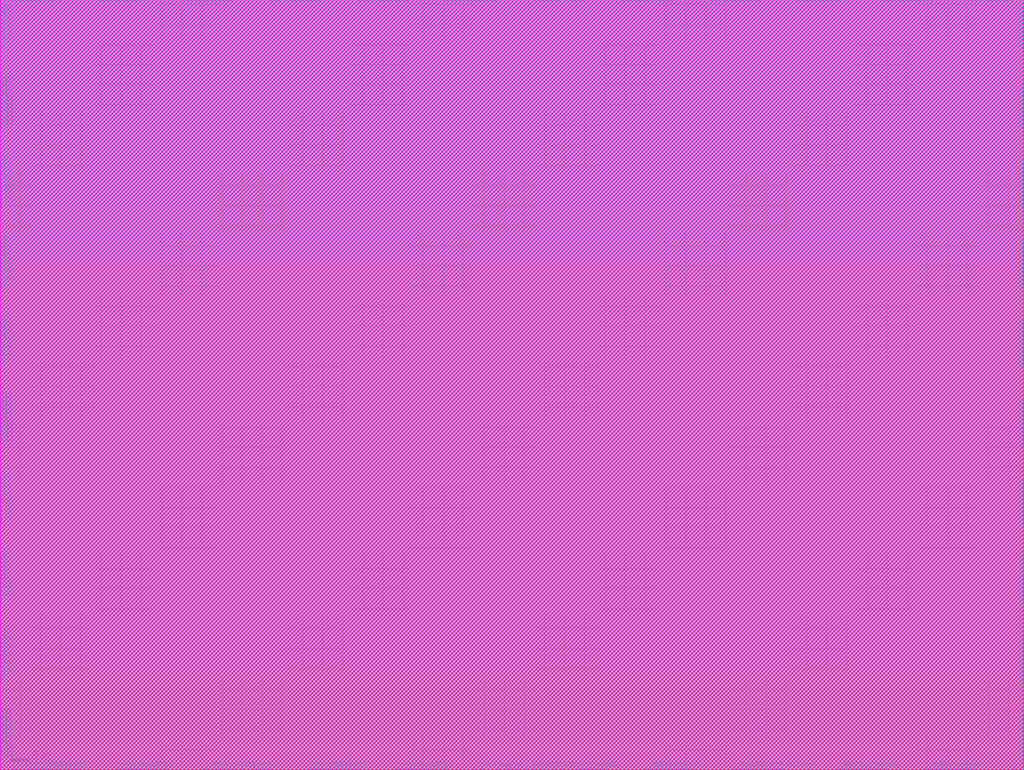
<source format=lef>
# 
#              Synchronous High Speed Single Port SRAM Compiler 
# 
#                    UMC 0.18um GenericII Logic Process
#    __________________________________________________________________________
# 
# 
#      (C) Copyright 2002-2009 Faraday Technology Corp. All Rights Reserved.
#    
#    This source code is an unpublished work belongs to Faraday Technology
#    Corp.  It is considered a trade secret and is not to be divulged or
#    used by parties who have not received written authorization from
#    Faraday Technology Corp.
#    
#    Faraday's home page can be found at:
#    http://www.faraday-tech.com/
#   
#       Module Name      : L1
#       Words            : 16384
#       Bits             : 8
#       Byte-Write       : 1
#       Aspect Ratio     : 8
#       Output Loading   : 0.05  (pf)
#       Data Slew        : 0.02  (ns)
#       CK Slew          : 0.02  (ns)
#       Power Ring Width : 2  (um)
# 
# -----------------------------------------------------------------------------
# 
#       Library          : FSA0M_A
#       Memaker          : 200901.2.1
#       Date             : 2025/02/27 16:47:05
# 
# -----------------------------------------------------------------------------


NAMESCASESENSITIVE ON ;
MACRO L1
CLASS BLOCK ;
FOREIGN L1 0.000 0.000 ;
ORIGIN 0.000 0.000 ;
SIZE 1015.560 BY 764.400 ;
SYMMETRY x y r90 ;
SITE core ;
PIN VCC
  DIRECTION INOUT ;
  USE POWER ;
  SHAPE ABUTMENT ;
 PORT
  LAYER ME4 ;
  RECT 1014.440 752.980 1015.560 756.220 ;
  LAYER ME3 ;
  RECT 1014.440 752.980 1015.560 756.220 ;
  LAYER ME2 ;
  RECT 1014.440 752.980 1015.560 756.220 ;
  LAYER ME1 ;
  RECT 1014.440 752.980 1015.560 756.220 ;
 END
 PORT
  LAYER ME4 ;
  RECT 1014.440 745.140 1015.560 748.380 ;
  LAYER ME3 ;
  RECT 1014.440 745.140 1015.560 748.380 ;
  LAYER ME2 ;
  RECT 1014.440 745.140 1015.560 748.380 ;
  LAYER ME1 ;
  RECT 1014.440 745.140 1015.560 748.380 ;
 END
 PORT
  LAYER ME4 ;
  RECT 1014.440 737.300 1015.560 740.540 ;
  LAYER ME3 ;
  RECT 1014.440 737.300 1015.560 740.540 ;
  LAYER ME2 ;
  RECT 1014.440 737.300 1015.560 740.540 ;
  LAYER ME1 ;
  RECT 1014.440 737.300 1015.560 740.540 ;
 END
 PORT
  LAYER ME4 ;
  RECT 1014.440 729.460 1015.560 732.700 ;
  LAYER ME3 ;
  RECT 1014.440 729.460 1015.560 732.700 ;
  LAYER ME2 ;
  RECT 1014.440 729.460 1015.560 732.700 ;
  LAYER ME1 ;
  RECT 1014.440 729.460 1015.560 732.700 ;
 END
 PORT
  LAYER ME4 ;
  RECT 1014.440 721.620 1015.560 724.860 ;
  LAYER ME3 ;
  RECT 1014.440 721.620 1015.560 724.860 ;
  LAYER ME2 ;
  RECT 1014.440 721.620 1015.560 724.860 ;
  LAYER ME1 ;
  RECT 1014.440 721.620 1015.560 724.860 ;
 END
 PORT
  LAYER ME4 ;
  RECT 1014.440 713.780 1015.560 717.020 ;
  LAYER ME3 ;
  RECT 1014.440 713.780 1015.560 717.020 ;
  LAYER ME2 ;
  RECT 1014.440 713.780 1015.560 717.020 ;
  LAYER ME1 ;
  RECT 1014.440 713.780 1015.560 717.020 ;
 END
 PORT
  LAYER ME4 ;
  RECT 1014.440 674.580 1015.560 677.820 ;
  LAYER ME3 ;
  RECT 1014.440 674.580 1015.560 677.820 ;
  LAYER ME2 ;
  RECT 1014.440 674.580 1015.560 677.820 ;
  LAYER ME1 ;
  RECT 1014.440 674.580 1015.560 677.820 ;
 END
 PORT
  LAYER ME4 ;
  RECT 1014.440 666.740 1015.560 669.980 ;
  LAYER ME3 ;
  RECT 1014.440 666.740 1015.560 669.980 ;
  LAYER ME2 ;
  RECT 1014.440 666.740 1015.560 669.980 ;
  LAYER ME1 ;
  RECT 1014.440 666.740 1015.560 669.980 ;
 END
 PORT
  LAYER ME4 ;
  RECT 1014.440 658.900 1015.560 662.140 ;
  LAYER ME3 ;
  RECT 1014.440 658.900 1015.560 662.140 ;
  LAYER ME2 ;
  RECT 1014.440 658.900 1015.560 662.140 ;
  LAYER ME1 ;
  RECT 1014.440 658.900 1015.560 662.140 ;
 END
 PORT
  LAYER ME4 ;
  RECT 1014.440 651.060 1015.560 654.300 ;
  LAYER ME3 ;
  RECT 1014.440 651.060 1015.560 654.300 ;
  LAYER ME2 ;
  RECT 1014.440 651.060 1015.560 654.300 ;
  LAYER ME1 ;
  RECT 1014.440 651.060 1015.560 654.300 ;
 END
 PORT
  LAYER ME4 ;
  RECT 1014.440 643.220 1015.560 646.460 ;
  LAYER ME3 ;
  RECT 1014.440 643.220 1015.560 646.460 ;
  LAYER ME2 ;
  RECT 1014.440 643.220 1015.560 646.460 ;
  LAYER ME1 ;
  RECT 1014.440 643.220 1015.560 646.460 ;
 END
 PORT
  LAYER ME4 ;
  RECT 1014.440 635.380 1015.560 638.620 ;
  LAYER ME3 ;
  RECT 1014.440 635.380 1015.560 638.620 ;
  LAYER ME2 ;
  RECT 1014.440 635.380 1015.560 638.620 ;
  LAYER ME1 ;
  RECT 1014.440 635.380 1015.560 638.620 ;
 END
 PORT
  LAYER ME4 ;
  RECT 1014.440 596.180 1015.560 599.420 ;
  LAYER ME3 ;
  RECT 1014.440 596.180 1015.560 599.420 ;
  LAYER ME2 ;
  RECT 1014.440 596.180 1015.560 599.420 ;
  LAYER ME1 ;
  RECT 1014.440 596.180 1015.560 599.420 ;
 END
 PORT
  LAYER ME4 ;
  RECT 1014.440 588.340 1015.560 591.580 ;
  LAYER ME3 ;
  RECT 1014.440 588.340 1015.560 591.580 ;
  LAYER ME2 ;
  RECT 1014.440 588.340 1015.560 591.580 ;
  LAYER ME1 ;
  RECT 1014.440 588.340 1015.560 591.580 ;
 END
 PORT
  LAYER ME4 ;
  RECT 1014.440 580.500 1015.560 583.740 ;
  LAYER ME3 ;
  RECT 1014.440 580.500 1015.560 583.740 ;
  LAYER ME2 ;
  RECT 1014.440 580.500 1015.560 583.740 ;
  LAYER ME1 ;
  RECT 1014.440 580.500 1015.560 583.740 ;
 END
 PORT
  LAYER ME4 ;
  RECT 1014.440 572.660 1015.560 575.900 ;
  LAYER ME3 ;
  RECT 1014.440 572.660 1015.560 575.900 ;
  LAYER ME2 ;
  RECT 1014.440 572.660 1015.560 575.900 ;
  LAYER ME1 ;
  RECT 1014.440 572.660 1015.560 575.900 ;
 END
 PORT
  LAYER ME4 ;
  RECT 1014.440 564.820 1015.560 568.060 ;
  LAYER ME3 ;
  RECT 1014.440 564.820 1015.560 568.060 ;
  LAYER ME2 ;
  RECT 1014.440 564.820 1015.560 568.060 ;
  LAYER ME1 ;
  RECT 1014.440 564.820 1015.560 568.060 ;
 END
 PORT
  LAYER ME4 ;
  RECT 1014.440 556.980 1015.560 560.220 ;
  LAYER ME3 ;
  RECT 1014.440 556.980 1015.560 560.220 ;
  LAYER ME2 ;
  RECT 1014.440 556.980 1015.560 560.220 ;
  LAYER ME1 ;
  RECT 1014.440 556.980 1015.560 560.220 ;
 END
 PORT
  LAYER ME4 ;
  RECT 1014.440 517.780 1015.560 521.020 ;
  LAYER ME3 ;
  RECT 1014.440 517.780 1015.560 521.020 ;
  LAYER ME2 ;
  RECT 1014.440 517.780 1015.560 521.020 ;
  LAYER ME1 ;
  RECT 1014.440 517.780 1015.560 521.020 ;
 END
 PORT
  LAYER ME4 ;
  RECT 1014.440 509.940 1015.560 513.180 ;
  LAYER ME3 ;
  RECT 1014.440 509.940 1015.560 513.180 ;
  LAYER ME2 ;
  RECT 1014.440 509.940 1015.560 513.180 ;
  LAYER ME1 ;
  RECT 1014.440 509.940 1015.560 513.180 ;
 END
 PORT
  LAYER ME4 ;
  RECT 1014.440 502.100 1015.560 505.340 ;
  LAYER ME3 ;
  RECT 1014.440 502.100 1015.560 505.340 ;
  LAYER ME2 ;
  RECT 1014.440 502.100 1015.560 505.340 ;
  LAYER ME1 ;
  RECT 1014.440 502.100 1015.560 505.340 ;
 END
 PORT
  LAYER ME4 ;
  RECT 1014.440 494.260 1015.560 497.500 ;
  LAYER ME3 ;
  RECT 1014.440 494.260 1015.560 497.500 ;
  LAYER ME2 ;
  RECT 1014.440 494.260 1015.560 497.500 ;
  LAYER ME1 ;
  RECT 1014.440 494.260 1015.560 497.500 ;
 END
 PORT
  LAYER ME4 ;
  RECT 1014.440 486.420 1015.560 489.660 ;
  LAYER ME3 ;
  RECT 1014.440 486.420 1015.560 489.660 ;
  LAYER ME2 ;
  RECT 1014.440 486.420 1015.560 489.660 ;
  LAYER ME1 ;
  RECT 1014.440 486.420 1015.560 489.660 ;
 END
 PORT
  LAYER ME4 ;
  RECT 1014.440 478.580 1015.560 481.820 ;
  LAYER ME3 ;
  RECT 1014.440 478.580 1015.560 481.820 ;
  LAYER ME2 ;
  RECT 1014.440 478.580 1015.560 481.820 ;
  LAYER ME1 ;
  RECT 1014.440 478.580 1015.560 481.820 ;
 END
 PORT
  LAYER ME4 ;
  RECT 1014.440 439.380 1015.560 442.620 ;
  LAYER ME3 ;
  RECT 1014.440 439.380 1015.560 442.620 ;
  LAYER ME2 ;
  RECT 1014.440 439.380 1015.560 442.620 ;
  LAYER ME1 ;
  RECT 1014.440 439.380 1015.560 442.620 ;
 END
 PORT
  LAYER ME4 ;
  RECT 1014.440 431.540 1015.560 434.780 ;
  LAYER ME3 ;
  RECT 1014.440 431.540 1015.560 434.780 ;
  LAYER ME2 ;
  RECT 1014.440 431.540 1015.560 434.780 ;
  LAYER ME1 ;
  RECT 1014.440 431.540 1015.560 434.780 ;
 END
 PORT
  LAYER ME4 ;
  RECT 1014.440 423.700 1015.560 426.940 ;
  LAYER ME3 ;
  RECT 1014.440 423.700 1015.560 426.940 ;
  LAYER ME2 ;
  RECT 1014.440 423.700 1015.560 426.940 ;
  LAYER ME1 ;
  RECT 1014.440 423.700 1015.560 426.940 ;
 END
 PORT
  LAYER ME4 ;
  RECT 1014.440 415.860 1015.560 419.100 ;
  LAYER ME3 ;
  RECT 1014.440 415.860 1015.560 419.100 ;
  LAYER ME2 ;
  RECT 1014.440 415.860 1015.560 419.100 ;
  LAYER ME1 ;
  RECT 1014.440 415.860 1015.560 419.100 ;
 END
 PORT
  LAYER ME4 ;
  RECT 1014.440 408.020 1015.560 411.260 ;
  LAYER ME3 ;
  RECT 1014.440 408.020 1015.560 411.260 ;
  LAYER ME2 ;
  RECT 1014.440 408.020 1015.560 411.260 ;
  LAYER ME1 ;
  RECT 1014.440 408.020 1015.560 411.260 ;
 END
 PORT
  LAYER ME4 ;
  RECT 1014.440 400.180 1015.560 403.420 ;
  LAYER ME3 ;
  RECT 1014.440 400.180 1015.560 403.420 ;
  LAYER ME2 ;
  RECT 1014.440 400.180 1015.560 403.420 ;
  LAYER ME1 ;
  RECT 1014.440 400.180 1015.560 403.420 ;
 END
 PORT
  LAYER ME4 ;
  RECT 1014.440 360.980 1015.560 364.220 ;
  LAYER ME3 ;
  RECT 1014.440 360.980 1015.560 364.220 ;
  LAYER ME2 ;
  RECT 1014.440 360.980 1015.560 364.220 ;
  LAYER ME1 ;
  RECT 1014.440 360.980 1015.560 364.220 ;
 END
 PORT
  LAYER ME4 ;
  RECT 1014.440 353.140 1015.560 356.380 ;
  LAYER ME3 ;
  RECT 1014.440 353.140 1015.560 356.380 ;
  LAYER ME2 ;
  RECT 1014.440 353.140 1015.560 356.380 ;
  LAYER ME1 ;
  RECT 1014.440 353.140 1015.560 356.380 ;
 END
 PORT
  LAYER ME4 ;
  RECT 1014.440 345.300 1015.560 348.540 ;
  LAYER ME3 ;
  RECT 1014.440 345.300 1015.560 348.540 ;
  LAYER ME2 ;
  RECT 1014.440 345.300 1015.560 348.540 ;
  LAYER ME1 ;
  RECT 1014.440 345.300 1015.560 348.540 ;
 END
 PORT
  LAYER ME4 ;
  RECT 1014.440 337.460 1015.560 340.700 ;
  LAYER ME3 ;
  RECT 1014.440 337.460 1015.560 340.700 ;
  LAYER ME2 ;
  RECT 1014.440 337.460 1015.560 340.700 ;
  LAYER ME1 ;
  RECT 1014.440 337.460 1015.560 340.700 ;
 END
 PORT
  LAYER ME4 ;
  RECT 1014.440 329.620 1015.560 332.860 ;
  LAYER ME3 ;
  RECT 1014.440 329.620 1015.560 332.860 ;
  LAYER ME2 ;
  RECT 1014.440 329.620 1015.560 332.860 ;
  LAYER ME1 ;
  RECT 1014.440 329.620 1015.560 332.860 ;
 END
 PORT
  LAYER ME4 ;
  RECT 1014.440 321.780 1015.560 325.020 ;
  LAYER ME3 ;
  RECT 1014.440 321.780 1015.560 325.020 ;
  LAYER ME2 ;
  RECT 1014.440 321.780 1015.560 325.020 ;
  LAYER ME1 ;
  RECT 1014.440 321.780 1015.560 325.020 ;
 END
 PORT
  LAYER ME4 ;
  RECT 1014.440 282.580 1015.560 285.820 ;
  LAYER ME3 ;
  RECT 1014.440 282.580 1015.560 285.820 ;
  LAYER ME2 ;
  RECT 1014.440 282.580 1015.560 285.820 ;
  LAYER ME1 ;
  RECT 1014.440 282.580 1015.560 285.820 ;
 END
 PORT
  LAYER ME4 ;
  RECT 1014.440 274.740 1015.560 277.980 ;
  LAYER ME3 ;
  RECT 1014.440 274.740 1015.560 277.980 ;
  LAYER ME2 ;
  RECT 1014.440 274.740 1015.560 277.980 ;
  LAYER ME1 ;
  RECT 1014.440 274.740 1015.560 277.980 ;
 END
 PORT
  LAYER ME4 ;
  RECT 1014.440 266.900 1015.560 270.140 ;
  LAYER ME3 ;
  RECT 1014.440 266.900 1015.560 270.140 ;
  LAYER ME2 ;
  RECT 1014.440 266.900 1015.560 270.140 ;
  LAYER ME1 ;
  RECT 1014.440 266.900 1015.560 270.140 ;
 END
 PORT
  LAYER ME4 ;
  RECT 1014.440 259.060 1015.560 262.300 ;
  LAYER ME3 ;
  RECT 1014.440 259.060 1015.560 262.300 ;
  LAYER ME2 ;
  RECT 1014.440 259.060 1015.560 262.300 ;
  LAYER ME1 ;
  RECT 1014.440 259.060 1015.560 262.300 ;
 END
 PORT
  LAYER ME4 ;
  RECT 1014.440 251.220 1015.560 254.460 ;
  LAYER ME3 ;
  RECT 1014.440 251.220 1015.560 254.460 ;
  LAYER ME2 ;
  RECT 1014.440 251.220 1015.560 254.460 ;
  LAYER ME1 ;
  RECT 1014.440 251.220 1015.560 254.460 ;
 END
 PORT
  LAYER ME4 ;
  RECT 1014.440 243.380 1015.560 246.620 ;
  LAYER ME3 ;
  RECT 1014.440 243.380 1015.560 246.620 ;
  LAYER ME2 ;
  RECT 1014.440 243.380 1015.560 246.620 ;
  LAYER ME1 ;
  RECT 1014.440 243.380 1015.560 246.620 ;
 END
 PORT
  LAYER ME4 ;
  RECT 1014.440 204.180 1015.560 207.420 ;
  LAYER ME3 ;
  RECT 1014.440 204.180 1015.560 207.420 ;
  LAYER ME2 ;
  RECT 1014.440 204.180 1015.560 207.420 ;
  LAYER ME1 ;
  RECT 1014.440 204.180 1015.560 207.420 ;
 END
 PORT
  LAYER ME4 ;
  RECT 1014.440 196.340 1015.560 199.580 ;
  LAYER ME3 ;
  RECT 1014.440 196.340 1015.560 199.580 ;
  LAYER ME2 ;
  RECT 1014.440 196.340 1015.560 199.580 ;
  LAYER ME1 ;
  RECT 1014.440 196.340 1015.560 199.580 ;
 END
 PORT
  LAYER ME4 ;
  RECT 1014.440 188.500 1015.560 191.740 ;
  LAYER ME3 ;
  RECT 1014.440 188.500 1015.560 191.740 ;
  LAYER ME2 ;
  RECT 1014.440 188.500 1015.560 191.740 ;
  LAYER ME1 ;
  RECT 1014.440 188.500 1015.560 191.740 ;
 END
 PORT
  LAYER ME4 ;
  RECT 1014.440 180.660 1015.560 183.900 ;
  LAYER ME3 ;
  RECT 1014.440 180.660 1015.560 183.900 ;
  LAYER ME2 ;
  RECT 1014.440 180.660 1015.560 183.900 ;
  LAYER ME1 ;
  RECT 1014.440 180.660 1015.560 183.900 ;
 END
 PORT
  LAYER ME4 ;
  RECT 1014.440 172.820 1015.560 176.060 ;
  LAYER ME3 ;
  RECT 1014.440 172.820 1015.560 176.060 ;
  LAYER ME2 ;
  RECT 1014.440 172.820 1015.560 176.060 ;
  LAYER ME1 ;
  RECT 1014.440 172.820 1015.560 176.060 ;
 END
 PORT
  LAYER ME4 ;
  RECT 1014.440 164.980 1015.560 168.220 ;
  LAYER ME3 ;
  RECT 1014.440 164.980 1015.560 168.220 ;
  LAYER ME2 ;
  RECT 1014.440 164.980 1015.560 168.220 ;
  LAYER ME1 ;
  RECT 1014.440 164.980 1015.560 168.220 ;
 END
 PORT
  LAYER ME4 ;
  RECT 1014.440 125.780 1015.560 129.020 ;
  LAYER ME3 ;
  RECT 1014.440 125.780 1015.560 129.020 ;
  LAYER ME2 ;
  RECT 1014.440 125.780 1015.560 129.020 ;
  LAYER ME1 ;
  RECT 1014.440 125.780 1015.560 129.020 ;
 END
 PORT
  LAYER ME4 ;
  RECT 1014.440 117.940 1015.560 121.180 ;
  LAYER ME3 ;
  RECT 1014.440 117.940 1015.560 121.180 ;
  LAYER ME2 ;
  RECT 1014.440 117.940 1015.560 121.180 ;
  LAYER ME1 ;
  RECT 1014.440 117.940 1015.560 121.180 ;
 END
 PORT
  LAYER ME4 ;
  RECT 1014.440 110.100 1015.560 113.340 ;
  LAYER ME3 ;
  RECT 1014.440 110.100 1015.560 113.340 ;
  LAYER ME2 ;
  RECT 1014.440 110.100 1015.560 113.340 ;
  LAYER ME1 ;
  RECT 1014.440 110.100 1015.560 113.340 ;
 END
 PORT
  LAYER ME4 ;
  RECT 1014.440 102.260 1015.560 105.500 ;
  LAYER ME3 ;
  RECT 1014.440 102.260 1015.560 105.500 ;
  LAYER ME2 ;
  RECT 1014.440 102.260 1015.560 105.500 ;
  LAYER ME1 ;
  RECT 1014.440 102.260 1015.560 105.500 ;
 END
 PORT
  LAYER ME4 ;
  RECT 1014.440 94.420 1015.560 97.660 ;
  LAYER ME3 ;
  RECT 1014.440 94.420 1015.560 97.660 ;
  LAYER ME2 ;
  RECT 1014.440 94.420 1015.560 97.660 ;
  LAYER ME1 ;
  RECT 1014.440 94.420 1015.560 97.660 ;
 END
 PORT
  LAYER ME4 ;
  RECT 1014.440 86.580 1015.560 89.820 ;
  LAYER ME3 ;
  RECT 1014.440 86.580 1015.560 89.820 ;
  LAYER ME2 ;
  RECT 1014.440 86.580 1015.560 89.820 ;
  LAYER ME1 ;
  RECT 1014.440 86.580 1015.560 89.820 ;
 END
 PORT
  LAYER ME4 ;
  RECT 1014.440 47.380 1015.560 50.620 ;
  LAYER ME3 ;
  RECT 1014.440 47.380 1015.560 50.620 ;
  LAYER ME2 ;
  RECT 1014.440 47.380 1015.560 50.620 ;
  LAYER ME1 ;
  RECT 1014.440 47.380 1015.560 50.620 ;
 END
 PORT
  LAYER ME4 ;
  RECT 1014.440 39.540 1015.560 42.780 ;
  LAYER ME3 ;
  RECT 1014.440 39.540 1015.560 42.780 ;
  LAYER ME2 ;
  RECT 1014.440 39.540 1015.560 42.780 ;
  LAYER ME1 ;
  RECT 1014.440 39.540 1015.560 42.780 ;
 END
 PORT
  LAYER ME4 ;
  RECT 1014.440 31.700 1015.560 34.940 ;
  LAYER ME3 ;
  RECT 1014.440 31.700 1015.560 34.940 ;
  LAYER ME2 ;
  RECT 1014.440 31.700 1015.560 34.940 ;
  LAYER ME1 ;
  RECT 1014.440 31.700 1015.560 34.940 ;
 END
 PORT
  LAYER ME4 ;
  RECT 1014.440 23.860 1015.560 27.100 ;
  LAYER ME3 ;
  RECT 1014.440 23.860 1015.560 27.100 ;
  LAYER ME2 ;
  RECT 1014.440 23.860 1015.560 27.100 ;
  LAYER ME1 ;
  RECT 1014.440 23.860 1015.560 27.100 ;
 END
 PORT
  LAYER ME4 ;
  RECT 1014.440 16.020 1015.560 19.260 ;
  LAYER ME3 ;
  RECT 1014.440 16.020 1015.560 19.260 ;
  LAYER ME2 ;
  RECT 1014.440 16.020 1015.560 19.260 ;
  LAYER ME1 ;
  RECT 1014.440 16.020 1015.560 19.260 ;
 END
 PORT
  LAYER ME4 ;
  RECT 1014.440 8.180 1015.560 11.420 ;
  LAYER ME3 ;
  RECT 1014.440 8.180 1015.560 11.420 ;
  LAYER ME2 ;
  RECT 1014.440 8.180 1015.560 11.420 ;
  LAYER ME1 ;
  RECT 1014.440 8.180 1015.560 11.420 ;
 END
 PORT
  LAYER ME4 ;
  RECT 0.000 752.980 1.120 756.220 ;
  LAYER ME3 ;
  RECT 0.000 752.980 1.120 756.220 ;
  LAYER ME2 ;
  RECT 0.000 752.980 1.120 756.220 ;
  LAYER ME1 ;
  RECT 0.000 752.980 1.120 756.220 ;
 END
 PORT
  LAYER ME4 ;
  RECT 0.000 745.140 1.120 748.380 ;
  LAYER ME3 ;
  RECT 0.000 745.140 1.120 748.380 ;
  LAYER ME2 ;
  RECT 0.000 745.140 1.120 748.380 ;
  LAYER ME1 ;
  RECT 0.000 745.140 1.120 748.380 ;
 END
 PORT
  LAYER ME4 ;
  RECT 0.000 737.300 1.120 740.540 ;
  LAYER ME3 ;
  RECT 0.000 737.300 1.120 740.540 ;
  LAYER ME2 ;
  RECT 0.000 737.300 1.120 740.540 ;
  LAYER ME1 ;
  RECT 0.000 737.300 1.120 740.540 ;
 END
 PORT
  LAYER ME4 ;
  RECT 0.000 729.460 1.120 732.700 ;
  LAYER ME3 ;
  RECT 0.000 729.460 1.120 732.700 ;
  LAYER ME2 ;
  RECT 0.000 729.460 1.120 732.700 ;
  LAYER ME1 ;
  RECT 0.000 729.460 1.120 732.700 ;
 END
 PORT
  LAYER ME4 ;
  RECT 0.000 721.620 1.120 724.860 ;
  LAYER ME3 ;
  RECT 0.000 721.620 1.120 724.860 ;
  LAYER ME2 ;
  RECT 0.000 721.620 1.120 724.860 ;
  LAYER ME1 ;
  RECT 0.000 721.620 1.120 724.860 ;
 END
 PORT
  LAYER ME4 ;
  RECT 0.000 713.780 1.120 717.020 ;
  LAYER ME3 ;
  RECT 0.000 713.780 1.120 717.020 ;
  LAYER ME2 ;
  RECT 0.000 713.780 1.120 717.020 ;
  LAYER ME1 ;
  RECT 0.000 713.780 1.120 717.020 ;
 END
 PORT
  LAYER ME4 ;
  RECT 0.000 674.580 1.120 677.820 ;
  LAYER ME3 ;
  RECT 0.000 674.580 1.120 677.820 ;
  LAYER ME2 ;
  RECT 0.000 674.580 1.120 677.820 ;
  LAYER ME1 ;
  RECT 0.000 674.580 1.120 677.820 ;
 END
 PORT
  LAYER ME4 ;
  RECT 0.000 666.740 1.120 669.980 ;
  LAYER ME3 ;
  RECT 0.000 666.740 1.120 669.980 ;
  LAYER ME2 ;
  RECT 0.000 666.740 1.120 669.980 ;
  LAYER ME1 ;
  RECT 0.000 666.740 1.120 669.980 ;
 END
 PORT
  LAYER ME4 ;
  RECT 0.000 658.900 1.120 662.140 ;
  LAYER ME3 ;
  RECT 0.000 658.900 1.120 662.140 ;
  LAYER ME2 ;
  RECT 0.000 658.900 1.120 662.140 ;
  LAYER ME1 ;
  RECT 0.000 658.900 1.120 662.140 ;
 END
 PORT
  LAYER ME4 ;
  RECT 0.000 651.060 1.120 654.300 ;
  LAYER ME3 ;
  RECT 0.000 651.060 1.120 654.300 ;
  LAYER ME2 ;
  RECT 0.000 651.060 1.120 654.300 ;
  LAYER ME1 ;
  RECT 0.000 651.060 1.120 654.300 ;
 END
 PORT
  LAYER ME4 ;
  RECT 0.000 643.220 1.120 646.460 ;
  LAYER ME3 ;
  RECT 0.000 643.220 1.120 646.460 ;
  LAYER ME2 ;
  RECT 0.000 643.220 1.120 646.460 ;
  LAYER ME1 ;
  RECT 0.000 643.220 1.120 646.460 ;
 END
 PORT
  LAYER ME4 ;
  RECT 0.000 635.380 1.120 638.620 ;
  LAYER ME3 ;
  RECT 0.000 635.380 1.120 638.620 ;
  LAYER ME2 ;
  RECT 0.000 635.380 1.120 638.620 ;
  LAYER ME1 ;
  RECT 0.000 635.380 1.120 638.620 ;
 END
 PORT
  LAYER ME4 ;
  RECT 0.000 596.180 1.120 599.420 ;
  LAYER ME3 ;
  RECT 0.000 596.180 1.120 599.420 ;
  LAYER ME2 ;
  RECT 0.000 596.180 1.120 599.420 ;
  LAYER ME1 ;
  RECT 0.000 596.180 1.120 599.420 ;
 END
 PORT
  LAYER ME4 ;
  RECT 0.000 588.340 1.120 591.580 ;
  LAYER ME3 ;
  RECT 0.000 588.340 1.120 591.580 ;
  LAYER ME2 ;
  RECT 0.000 588.340 1.120 591.580 ;
  LAYER ME1 ;
  RECT 0.000 588.340 1.120 591.580 ;
 END
 PORT
  LAYER ME4 ;
  RECT 0.000 580.500 1.120 583.740 ;
  LAYER ME3 ;
  RECT 0.000 580.500 1.120 583.740 ;
  LAYER ME2 ;
  RECT 0.000 580.500 1.120 583.740 ;
  LAYER ME1 ;
  RECT 0.000 580.500 1.120 583.740 ;
 END
 PORT
  LAYER ME4 ;
  RECT 0.000 572.660 1.120 575.900 ;
  LAYER ME3 ;
  RECT 0.000 572.660 1.120 575.900 ;
  LAYER ME2 ;
  RECT 0.000 572.660 1.120 575.900 ;
  LAYER ME1 ;
  RECT 0.000 572.660 1.120 575.900 ;
 END
 PORT
  LAYER ME4 ;
  RECT 0.000 564.820 1.120 568.060 ;
  LAYER ME3 ;
  RECT 0.000 564.820 1.120 568.060 ;
  LAYER ME2 ;
  RECT 0.000 564.820 1.120 568.060 ;
  LAYER ME1 ;
  RECT 0.000 564.820 1.120 568.060 ;
 END
 PORT
  LAYER ME4 ;
  RECT 0.000 556.980 1.120 560.220 ;
  LAYER ME3 ;
  RECT 0.000 556.980 1.120 560.220 ;
  LAYER ME2 ;
  RECT 0.000 556.980 1.120 560.220 ;
  LAYER ME1 ;
  RECT 0.000 556.980 1.120 560.220 ;
 END
 PORT
  LAYER ME4 ;
  RECT 0.000 517.780 1.120 521.020 ;
  LAYER ME3 ;
  RECT 0.000 517.780 1.120 521.020 ;
  LAYER ME2 ;
  RECT 0.000 517.780 1.120 521.020 ;
  LAYER ME1 ;
  RECT 0.000 517.780 1.120 521.020 ;
 END
 PORT
  LAYER ME4 ;
  RECT 0.000 509.940 1.120 513.180 ;
  LAYER ME3 ;
  RECT 0.000 509.940 1.120 513.180 ;
  LAYER ME2 ;
  RECT 0.000 509.940 1.120 513.180 ;
  LAYER ME1 ;
  RECT 0.000 509.940 1.120 513.180 ;
 END
 PORT
  LAYER ME4 ;
  RECT 0.000 502.100 1.120 505.340 ;
  LAYER ME3 ;
  RECT 0.000 502.100 1.120 505.340 ;
  LAYER ME2 ;
  RECT 0.000 502.100 1.120 505.340 ;
  LAYER ME1 ;
  RECT 0.000 502.100 1.120 505.340 ;
 END
 PORT
  LAYER ME4 ;
  RECT 0.000 494.260 1.120 497.500 ;
  LAYER ME3 ;
  RECT 0.000 494.260 1.120 497.500 ;
  LAYER ME2 ;
  RECT 0.000 494.260 1.120 497.500 ;
  LAYER ME1 ;
  RECT 0.000 494.260 1.120 497.500 ;
 END
 PORT
  LAYER ME4 ;
  RECT 0.000 486.420 1.120 489.660 ;
  LAYER ME3 ;
  RECT 0.000 486.420 1.120 489.660 ;
  LAYER ME2 ;
  RECT 0.000 486.420 1.120 489.660 ;
  LAYER ME1 ;
  RECT 0.000 486.420 1.120 489.660 ;
 END
 PORT
  LAYER ME4 ;
  RECT 0.000 478.580 1.120 481.820 ;
  LAYER ME3 ;
  RECT 0.000 478.580 1.120 481.820 ;
  LAYER ME2 ;
  RECT 0.000 478.580 1.120 481.820 ;
  LAYER ME1 ;
  RECT 0.000 478.580 1.120 481.820 ;
 END
 PORT
  LAYER ME4 ;
  RECT 0.000 439.380 1.120 442.620 ;
  LAYER ME3 ;
  RECT 0.000 439.380 1.120 442.620 ;
  LAYER ME2 ;
  RECT 0.000 439.380 1.120 442.620 ;
  LAYER ME1 ;
  RECT 0.000 439.380 1.120 442.620 ;
 END
 PORT
  LAYER ME4 ;
  RECT 0.000 431.540 1.120 434.780 ;
  LAYER ME3 ;
  RECT 0.000 431.540 1.120 434.780 ;
  LAYER ME2 ;
  RECT 0.000 431.540 1.120 434.780 ;
  LAYER ME1 ;
  RECT 0.000 431.540 1.120 434.780 ;
 END
 PORT
  LAYER ME4 ;
  RECT 0.000 423.700 1.120 426.940 ;
  LAYER ME3 ;
  RECT 0.000 423.700 1.120 426.940 ;
  LAYER ME2 ;
  RECT 0.000 423.700 1.120 426.940 ;
  LAYER ME1 ;
  RECT 0.000 423.700 1.120 426.940 ;
 END
 PORT
  LAYER ME4 ;
  RECT 0.000 415.860 1.120 419.100 ;
  LAYER ME3 ;
  RECT 0.000 415.860 1.120 419.100 ;
  LAYER ME2 ;
  RECT 0.000 415.860 1.120 419.100 ;
  LAYER ME1 ;
  RECT 0.000 415.860 1.120 419.100 ;
 END
 PORT
  LAYER ME4 ;
  RECT 0.000 408.020 1.120 411.260 ;
  LAYER ME3 ;
  RECT 0.000 408.020 1.120 411.260 ;
  LAYER ME2 ;
  RECT 0.000 408.020 1.120 411.260 ;
  LAYER ME1 ;
  RECT 0.000 408.020 1.120 411.260 ;
 END
 PORT
  LAYER ME4 ;
  RECT 0.000 400.180 1.120 403.420 ;
  LAYER ME3 ;
  RECT 0.000 400.180 1.120 403.420 ;
  LAYER ME2 ;
  RECT 0.000 400.180 1.120 403.420 ;
  LAYER ME1 ;
  RECT 0.000 400.180 1.120 403.420 ;
 END
 PORT
  LAYER ME4 ;
  RECT 0.000 360.980 1.120 364.220 ;
  LAYER ME3 ;
  RECT 0.000 360.980 1.120 364.220 ;
  LAYER ME2 ;
  RECT 0.000 360.980 1.120 364.220 ;
  LAYER ME1 ;
  RECT 0.000 360.980 1.120 364.220 ;
 END
 PORT
  LAYER ME4 ;
  RECT 0.000 353.140 1.120 356.380 ;
  LAYER ME3 ;
  RECT 0.000 353.140 1.120 356.380 ;
  LAYER ME2 ;
  RECT 0.000 353.140 1.120 356.380 ;
  LAYER ME1 ;
  RECT 0.000 353.140 1.120 356.380 ;
 END
 PORT
  LAYER ME4 ;
  RECT 0.000 345.300 1.120 348.540 ;
  LAYER ME3 ;
  RECT 0.000 345.300 1.120 348.540 ;
  LAYER ME2 ;
  RECT 0.000 345.300 1.120 348.540 ;
  LAYER ME1 ;
  RECT 0.000 345.300 1.120 348.540 ;
 END
 PORT
  LAYER ME4 ;
  RECT 0.000 337.460 1.120 340.700 ;
  LAYER ME3 ;
  RECT 0.000 337.460 1.120 340.700 ;
  LAYER ME2 ;
  RECT 0.000 337.460 1.120 340.700 ;
  LAYER ME1 ;
  RECT 0.000 337.460 1.120 340.700 ;
 END
 PORT
  LAYER ME4 ;
  RECT 0.000 329.620 1.120 332.860 ;
  LAYER ME3 ;
  RECT 0.000 329.620 1.120 332.860 ;
  LAYER ME2 ;
  RECT 0.000 329.620 1.120 332.860 ;
  LAYER ME1 ;
  RECT 0.000 329.620 1.120 332.860 ;
 END
 PORT
  LAYER ME4 ;
  RECT 0.000 321.780 1.120 325.020 ;
  LAYER ME3 ;
  RECT 0.000 321.780 1.120 325.020 ;
  LAYER ME2 ;
  RECT 0.000 321.780 1.120 325.020 ;
  LAYER ME1 ;
  RECT 0.000 321.780 1.120 325.020 ;
 END
 PORT
  LAYER ME4 ;
  RECT 0.000 282.580 1.120 285.820 ;
  LAYER ME3 ;
  RECT 0.000 282.580 1.120 285.820 ;
  LAYER ME2 ;
  RECT 0.000 282.580 1.120 285.820 ;
  LAYER ME1 ;
  RECT 0.000 282.580 1.120 285.820 ;
 END
 PORT
  LAYER ME4 ;
  RECT 0.000 274.740 1.120 277.980 ;
  LAYER ME3 ;
  RECT 0.000 274.740 1.120 277.980 ;
  LAYER ME2 ;
  RECT 0.000 274.740 1.120 277.980 ;
  LAYER ME1 ;
  RECT 0.000 274.740 1.120 277.980 ;
 END
 PORT
  LAYER ME4 ;
  RECT 0.000 266.900 1.120 270.140 ;
  LAYER ME3 ;
  RECT 0.000 266.900 1.120 270.140 ;
  LAYER ME2 ;
  RECT 0.000 266.900 1.120 270.140 ;
  LAYER ME1 ;
  RECT 0.000 266.900 1.120 270.140 ;
 END
 PORT
  LAYER ME4 ;
  RECT 0.000 259.060 1.120 262.300 ;
  LAYER ME3 ;
  RECT 0.000 259.060 1.120 262.300 ;
  LAYER ME2 ;
  RECT 0.000 259.060 1.120 262.300 ;
  LAYER ME1 ;
  RECT 0.000 259.060 1.120 262.300 ;
 END
 PORT
  LAYER ME4 ;
  RECT 0.000 251.220 1.120 254.460 ;
  LAYER ME3 ;
  RECT 0.000 251.220 1.120 254.460 ;
  LAYER ME2 ;
  RECT 0.000 251.220 1.120 254.460 ;
  LAYER ME1 ;
  RECT 0.000 251.220 1.120 254.460 ;
 END
 PORT
  LAYER ME4 ;
  RECT 0.000 243.380 1.120 246.620 ;
  LAYER ME3 ;
  RECT 0.000 243.380 1.120 246.620 ;
  LAYER ME2 ;
  RECT 0.000 243.380 1.120 246.620 ;
  LAYER ME1 ;
  RECT 0.000 243.380 1.120 246.620 ;
 END
 PORT
  LAYER ME4 ;
  RECT 0.000 204.180 1.120 207.420 ;
  LAYER ME3 ;
  RECT 0.000 204.180 1.120 207.420 ;
  LAYER ME2 ;
  RECT 0.000 204.180 1.120 207.420 ;
  LAYER ME1 ;
  RECT 0.000 204.180 1.120 207.420 ;
 END
 PORT
  LAYER ME4 ;
  RECT 0.000 196.340 1.120 199.580 ;
  LAYER ME3 ;
  RECT 0.000 196.340 1.120 199.580 ;
  LAYER ME2 ;
  RECT 0.000 196.340 1.120 199.580 ;
  LAYER ME1 ;
  RECT 0.000 196.340 1.120 199.580 ;
 END
 PORT
  LAYER ME4 ;
  RECT 0.000 188.500 1.120 191.740 ;
  LAYER ME3 ;
  RECT 0.000 188.500 1.120 191.740 ;
  LAYER ME2 ;
  RECT 0.000 188.500 1.120 191.740 ;
  LAYER ME1 ;
  RECT 0.000 188.500 1.120 191.740 ;
 END
 PORT
  LAYER ME4 ;
  RECT 0.000 180.660 1.120 183.900 ;
  LAYER ME3 ;
  RECT 0.000 180.660 1.120 183.900 ;
  LAYER ME2 ;
  RECT 0.000 180.660 1.120 183.900 ;
  LAYER ME1 ;
  RECT 0.000 180.660 1.120 183.900 ;
 END
 PORT
  LAYER ME4 ;
  RECT 0.000 172.820 1.120 176.060 ;
  LAYER ME3 ;
  RECT 0.000 172.820 1.120 176.060 ;
  LAYER ME2 ;
  RECT 0.000 172.820 1.120 176.060 ;
  LAYER ME1 ;
  RECT 0.000 172.820 1.120 176.060 ;
 END
 PORT
  LAYER ME4 ;
  RECT 0.000 164.980 1.120 168.220 ;
  LAYER ME3 ;
  RECT 0.000 164.980 1.120 168.220 ;
  LAYER ME2 ;
  RECT 0.000 164.980 1.120 168.220 ;
  LAYER ME1 ;
  RECT 0.000 164.980 1.120 168.220 ;
 END
 PORT
  LAYER ME4 ;
  RECT 0.000 125.780 1.120 129.020 ;
  LAYER ME3 ;
  RECT 0.000 125.780 1.120 129.020 ;
  LAYER ME2 ;
  RECT 0.000 125.780 1.120 129.020 ;
  LAYER ME1 ;
  RECT 0.000 125.780 1.120 129.020 ;
 END
 PORT
  LAYER ME4 ;
  RECT 0.000 117.940 1.120 121.180 ;
  LAYER ME3 ;
  RECT 0.000 117.940 1.120 121.180 ;
  LAYER ME2 ;
  RECT 0.000 117.940 1.120 121.180 ;
  LAYER ME1 ;
  RECT 0.000 117.940 1.120 121.180 ;
 END
 PORT
  LAYER ME4 ;
  RECT 0.000 110.100 1.120 113.340 ;
  LAYER ME3 ;
  RECT 0.000 110.100 1.120 113.340 ;
  LAYER ME2 ;
  RECT 0.000 110.100 1.120 113.340 ;
  LAYER ME1 ;
  RECT 0.000 110.100 1.120 113.340 ;
 END
 PORT
  LAYER ME4 ;
  RECT 0.000 102.260 1.120 105.500 ;
  LAYER ME3 ;
  RECT 0.000 102.260 1.120 105.500 ;
  LAYER ME2 ;
  RECT 0.000 102.260 1.120 105.500 ;
  LAYER ME1 ;
  RECT 0.000 102.260 1.120 105.500 ;
 END
 PORT
  LAYER ME4 ;
  RECT 0.000 94.420 1.120 97.660 ;
  LAYER ME3 ;
  RECT 0.000 94.420 1.120 97.660 ;
  LAYER ME2 ;
  RECT 0.000 94.420 1.120 97.660 ;
  LAYER ME1 ;
  RECT 0.000 94.420 1.120 97.660 ;
 END
 PORT
  LAYER ME4 ;
  RECT 0.000 86.580 1.120 89.820 ;
  LAYER ME3 ;
  RECT 0.000 86.580 1.120 89.820 ;
  LAYER ME2 ;
  RECT 0.000 86.580 1.120 89.820 ;
  LAYER ME1 ;
  RECT 0.000 86.580 1.120 89.820 ;
 END
 PORT
  LAYER ME4 ;
  RECT 0.000 47.380 1.120 50.620 ;
  LAYER ME3 ;
  RECT 0.000 47.380 1.120 50.620 ;
  LAYER ME2 ;
  RECT 0.000 47.380 1.120 50.620 ;
  LAYER ME1 ;
  RECT 0.000 47.380 1.120 50.620 ;
 END
 PORT
  LAYER ME4 ;
  RECT 0.000 39.540 1.120 42.780 ;
  LAYER ME3 ;
  RECT 0.000 39.540 1.120 42.780 ;
  LAYER ME2 ;
  RECT 0.000 39.540 1.120 42.780 ;
  LAYER ME1 ;
  RECT 0.000 39.540 1.120 42.780 ;
 END
 PORT
  LAYER ME4 ;
  RECT 0.000 31.700 1.120 34.940 ;
  LAYER ME3 ;
  RECT 0.000 31.700 1.120 34.940 ;
  LAYER ME2 ;
  RECT 0.000 31.700 1.120 34.940 ;
  LAYER ME1 ;
  RECT 0.000 31.700 1.120 34.940 ;
 END
 PORT
  LAYER ME4 ;
  RECT 0.000 23.860 1.120 27.100 ;
  LAYER ME3 ;
  RECT 0.000 23.860 1.120 27.100 ;
  LAYER ME2 ;
  RECT 0.000 23.860 1.120 27.100 ;
  LAYER ME1 ;
  RECT 0.000 23.860 1.120 27.100 ;
 END
 PORT
  LAYER ME4 ;
  RECT 0.000 16.020 1.120 19.260 ;
  LAYER ME3 ;
  RECT 0.000 16.020 1.120 19.260 ;
  LAYER ME2 ;
  RECT 0.000 16.020 1.120 19.260 ;
  LAYER ME1 ;
  RECT 0.000 16.020 1.120 19.260 ;
 END
 PORT
  LAYER ME4 ;
  RECT 0.000 8.180 1.120 11.420 ;
  LAYER ME3 ;
  RECT 0.000 8.180 1.120 11.420 ;
  LAYER ME2 ;
  RECT 0.000 8.180 1.120 11.420 ;
  LAYER ME1 ;
  RECT 0.000 8.180 1.120 11.420 ;
 END
 PORT
  LAYER ME4 ;
  RECT 997.360 763.280 1000.900 764.400 ;
  LAYER ME3 ;
  RECT 997.360 763.280 1000.900 764.400 ;
  LAYER ME2 ;
  RECT 997.360 763.280 1000.900 764.400 ;
  LAYER ME1 ;
  RECT 997.360 763.280 1000.900 764.400 ;
 END
 PORT
  LAYER ME4 ;
  RECT 988.680 763.280 992.220 764.400 ;
  LAYER ME3 ;
  RECT 988.680 763.280 992.220 764.400 ;
  LAYER ME2 ;
  RECT 988.680 763.280 992.220 764.400 ;
  LAYER ME1 ;
  RECT 988.680 763.280 992.220 764.400 ;
 END
 PORT
  LAYER ME4 ;
  RECT 980.000 763.280 983.540 764.400 ;
  LAYER ME3 ;
  RECT 980.000 763.280 983.540 764.400 ;
  LAYER ME2 ;
  RECT 980.000 763.280 983.540 764.400 ;
  LAYER ME1 ;
  RECT 980.000 763.280 983.540 764.400 ;
 END
 PORT
  LAYER ME4 ;
  RECT 971.320 763.280 974.860 764.400 ;
  LAYER ME3 ;
  RECT 971.320 763.280 974.860 764.400 ;
  LAYER ME2 ;
  RECT 971.320 763.280 974.860 764.400 ;
  LAYER ME1 ;
  RECT 971.320 763.280 974.860 764.400 ;
 END
 PORT
  LAYER ME4 ;
  RECT 962.640 763.280 966.180 764.400 ;
  LAYER ME3 ;
  RECT 962.640 763.280 966.180 764.400 ;
  LAYER ME2 ;
  RECT 962.640 763.280 966.180 764.400 ;
  LAYER ME1 ;
  RECT 962.640 763.280 966.180 764.400 ;
 END
 PORT
  LAYER ME4 ;
  RECT 919.240 763.280 922.780 764.400 ;
  LAYER ME3 ;
  RECT 919.240 763.280 922.780 764.400 ;
  LAYER ME2 ;
  RECT 919.240 763.280 922.780 764.400 ;
  LAYER ME1 ;
  RECT 919.240 763.280 922.780 764.400 ;
 END
 PORT
  LAYER ME4 ;
  RECT 910.560 763.280 914.100 764.400 ;
  LAYER ME3 ;
  RECT 910.560 763.280 914.100 764.400 ;
  LAYER ME2 ;
  RECT 910.560 763.280 914.100 764.400 ;
  LAYER ME1 ;
  RECT 910.560 763.280 914.100 764.400 ;
 END
 PORT
  LAYER ME4 ;
  RECT 901.880 763.280 905.420 764.400 ;
  LAYER ME3 ;
  RECT 901.880 763.280 905.420 764.400 ;
  LAYER ME2 ;
  RECT 901.880 763.280 905.420 764.400 ;
  LAYER ME1 ;
  RECT 901.880 763.280 905.420 764.400 ;
 END
 PORT
  LAYER ME4 ;
  RECT 893.200 763.280 896.740 764.400 ;
  LAYER ME3 ;
  RECT 893.200 763.280 896.740 764.400 ;
  LAYER ME2 ;
  RECT 893.200 763.280 896.740 764.400 ;
  LAYER ME1 ;
  RECT 893.200 763.280 896.740 764.400 ;
 END
 PORT
  LAYER ME4 ;
  RECT 884.520 763.280 888.060 764.400 ;
  LAYER ME3 ;
  RECT 884.520 763.280 888.060 764.400 ;
  LAYER ME2 ;
  RECT 884.520 763.280 888.060 764.400 ;
  LAYER ME1 ;
  RECT 884.520 763.280 888.060 764.400 ;
 END
 PORT
  LAYER ME4 ;
  RECT 875.840 763.280 879.380 764.400 ;
  LAYER ME3 ;
  RECT 875.840 763.280 879.380 764.400 ;
  LAYER ME2 ;
  RECT 875.840 763.280 879.380 764.400 ;
  LAYER ME1 ;
  RECT 875.840 763.280 879.380 764.400 ;
 END
 PORT
  LAYER ME4 ;
  RECT 832.440 763.280 835.980 764.400 ;
  LAYER ME3 ;
  RECT 832.440 763.280 835.980 764.400 ;
  LAYER ME2 ;
  RECT 832.440 763.280 835.980 764.400 ;
  LAYER ME1 ;
  RECT 832.440 763.280 835.980 764.400 ;
 END
 PORT
  LAYER ME4 ;
  RECT 823.760 763.280 827.300 764.400 ;
  LAYER ME3 ;
  RECT 823.760 763.280 827.300 764.400 ;
  LAYER ME2 ;
  RECT 823.760 763.280 827.300 764.400 ;
  LAYER ME1 ;
  RECT 823.760 763.280 827.300 764.400 ;
 END
 PORT
  LAYER ME4 ;
  RECT 815.080 763.280 818.620 764.400 ;
  LAYER ME3 ;
  RECT 815.080 763.280 818.620 764.400 ;
  LAYER ME2 ;
  RECT 815.080 763.280 818.620 764.400 ;
  LAYER ME1 ;
  RECT 815.080 763.280 818.620 764.400 ;
 END
 PORT
  LAYER ME4 ;
  RECT 806.400 763.280 809.940 764.400 ;
  LAYER ME3 ;
  RECT 806.400 763.280 809.940 764.400 ;
  LAYER ME2 ;
  RECT 806.400 763.280 809.940 764.400 ;
  LAYER ME1 ;
  RECT 806.400 763.280 809.940 764.400 ;
 END
 PORT
  LAYER ME4 ;
  RECT 797.720 763.280 801.260 764.400 ;
  LAYER ME3 ;
  RECT 797.720 763.280 801.260 764.400 ;
  LAYER ME2 ;
  RECT 797.720 763.280 801.260 764.400 ;
  LAYER ME1 ;
  RECT 797.720 763.280 801.260 764.400 ;
 END
 PORT
  LAYER ME4 ;
  RECT 789.040 763.280 792.580 764.400 ;
  LAYER ME3 ;
  RECT 789.040 763.280 792.580 764.400 ;
  LAYER ME2 ;
  RECT 789.040 763.280 792.580 764.400 ;
  LAYER ME1 ;
  RECT 789.040 763.280 792.580 764.400 ;
 END
 PORT
  LAYER ME4 ;
  RECT 745.640 763.280 749.180 764.400 ;
  LAYER ME3 ;
  RECT 745.640 763.280 749.180 764.400 ;
  LAYER ME2 ;
  RECT 745.640 763.280 749.180 764.400 ;
  LAYER ME1 ;
  RECT 745.640 763.280 749.180 764.400 ;
 END
 PORT
  LAYER ME4 ;
  RECT 736.960 763.280 740.500 764.400 ;
  LAYER ME3 ;
  RECT 736.960 763.280 740.500 764.400 ;
  LAYER ME2 ;
  RECT 736.960 763.280 740.500 764.400 ;
  LAYER ME1 ;
  RECT 736.960 763.280 740.500 764.400 ;
 END
 PORT
  LAYER ME4 ;
  RECT 728.280 763.280 731.820 764.400 ;
  LAYER ME3 ;
  RECT 728.280 763.280 731.820 764.400 ;
  LAYER ME2 ;
  RECT 728.280 763.280 731.820 764.400 ;
  LAYER ME1 ;
  RECT 728.280 763.280 731.820 764.400 ;
 END
 PORT
  LAYER ME4 ;
  RECT 719.600 763.280 723.140 764.400 ;
  LAYER ME3 ;
  RECT 719.600 763.280 723.140 764.400 ;
  LAYER ME2 ;
  RECT 719.600 763.280 723.140 764.400 ;
  LAYER ME1 ;
  RECT 719.600 763.280 723.140 764.400 ;
 END
 PORT
  LAYER ME4 ;
  RECT 710.920 763.280 714.460 764.400 ;
  LAYER ME3 ;
  RECT 710.920 763.280 714.460 764.400 ;
  LAYER ME2 ;
  RECT 710.920 763.280 714.460 764.400 ;
  LAYER ME1 ;
  RECT 710.920 763.280 714.460 764.400 ;
 END
 PORT
  LAYER ME4 ;
  RECT 702.240 763.280 705.780 764.400 ;
  LAYER ME3 ;
  RECT 702.240 763.280 705.780 764.400 ;
  LAYER ME2 ;
  RECT 702.240 763.280 705.780 764.400 ;
  LAYER ME1 ;
  RECT 702.240 763.280 705.780 764.400 ;
 END
 PORT
  LAYER ME4 ;
  RECT 658.840 763.280 662.380 764.400 ;
  LAYER ME3 ;
  RECT 658.840 763.280 662.380 764.400 ;
  LAYER ME2 ;
  RECT 658.840 763.280 662.380 764.400 ;
  LAYER ME1 ;
  RECT 658.840 763.280 662.380 764.400 ;
 END
 PORT
  LAYER ME4 ;
  RECT 650.160 763.280 653.700 764.400 ;
  LAYER ME3 ;
  RECT 650.160 763.280 653.700 764.400 ;
  LAYER ME2 ;
  RECT 650.160 763.280 653.700 764.400 ;
  LAYER ME1 ;
  RECT 650.160 763.280 653.700 764.400 ;
 END
 PORT
  LAYER ME4 ;
  RECT 641.480 763.280 645.020 764.400 ;
  LAYER ME3 ;
  RECT 641.480 763.280 645.020 764.400 ;
  LAYER ME2 ;
  RECT 641.480 763.280 645.020 764.400 ;
  LAYER ME1 ;
  RECT 641.480 763.280 645.020 764.400 ;
 END
 PORT
  LAYER ME4 ;
  RECT 632.800 763.280 636.340 764.400 ;
  LAYER ME3 ;
  RECT 632.800 763.280 636.340 764.400 ;
  LAYER ME2 ;
  RECT 632.800 763.280 636.340 764.400 ;
  LAYER ME1 ;
  RECT 632.800 763.280 636.340 764.400 ;
 END
 PORT
  LAYER ME4 ;
  RECT 624.120 763.280 627.660 764.400 ;
  LAYER ME3 ;
  RECT 624.120 763.280 627.660 764.400 ;
  LAYER ME2 ;
  RECT 624.120 763.280 627.660 764.400 ;
  LAYER ME1 ;
  RECT 624.120 763.280 627.660 764.400 ;
 END
 PORT
  LAYER ME4 ;
  RECT 615.440 763.280 618.980 764.400 ;
  LAYER ME3 ;
  RECT 615.440 763.280 618.980 764.400 ;
  LAYER ME2 ;
  RECT 615.440 763.280 618.980 764.400 ;
  LAYER ME1 ;
  RECT 615.440 763.280 618.980 764.400 ;
 END
 PORT
  LAYER ME4 ;
  RECT 572.040 763.280 575.580 764.400 ;
  LAYER ME3 ;
  RECT 572.040 763.280 575.580 764.400 ;
  LAYER ME2 ;
  RECT 572.040 763.280 575.580 764.400 ;
  LAYER ME1 ;
  RECT 572.040 763.280 575.580 764.400 ;
 END
 PORT
  LAYER ME4 ;
  RECT 563.360 763.280 566.900 764.400 ;
  LAYER ME3 ;
  RECT 563.360 763.280 566.900 764.400 ;
  LAYER ME2 ;
  RECT 563.360 763.280 566.900 764.400 ;
  LAYER ME1 ;
  RECT 563.360 763.280 566.900 764.400 ;
 END
 PORT
  LAYER ME4 ;
  RECT 554.680 763.280 558.220 764.400 ;
  LAYER ME3 ;
  RECT 554.680 763.280 558.220 764.400 ;
  LAYER ME2 ;
  RECT 554.680 763.280 558.220 764.400 ;
  LAYER ME1 ;
  RECT 554.680 763.280 558.220 764.400 ;
 END
 PORT
  LAYER ME4 ;
  RECT 546.000 763.280 549.540 764.400 ;
  LAYER ME3 ;
  RECT 546.000 763.280 549.540 764.400 ;
  LAYER ME2 ;
  RECT 546.000 763.280 549.540 764.400 ;
  LAYER ME1 ;
  RECT 546.000 763.280 549.540 764.400 ;
 END
 PORT
  LAYER ME4 ;
  RECT 537.320 763.280 540.860 764.400 ;
  LAYER ME3 ;
  RECT 537.320 763.280 540.860 764.400 ;
  LAYER ME2 ;
  RECT 537.320 763.280 540.860 764.400 ;
  LAYER ME1 ;
  RECT 537.320 763.280 540.860 764.400 ;
 END
 PORT
  LAYER ME4 ;
  RECT 528.640 763.280 532.180 764.400 ;
  LAYER ME3 ;
  RECT 528.640 763.280 532.180 764.400 ;
  LAYER ME2 ;
  RECT 528.640 763.280 532.180 764.400 ;
  LAYER ME1 ;
  RECT 528.640 763.280 532.180 764.400 ;
 END
 PORT
  LAYER ME4 ;
  RECT 485.240 763.280 488.780 764.400 ;
  LAYER ME3 ;
  RECT 485.240 763.280 488.780 764.400 ;
  LAYER ME2 ;
  RECT 485.240 763.280 488.780 764.400 ;
  LAYER ME1 ;
  RECT 485.240 763.280 488.780 764.400 ;
 END
 PORT
  LAYER ME4 ;
  RECT 476.560 763.280 480.100 764.400 ;
  LAYER ME3 ;
  RECT 476.560 763.280 480.100 764.400 ;
  LAYER ME2 ;
  RECT 476.560 763.280 480.100 764.400 ;
  LAYER ME1 ;
  RECT 476.560 763.280 480.100 764.400 ;
 END
 PORT
  LAYER ME4 ;
  RECT 467.880 763.280 471.420 764.400 ;
  LAYER ME3 ;
  RECT 467.880 763.280 471.420 764.400 ;
  LAYER ME2 ;
  RECT 467.880 763.280 471.420 764.400 ;
  LAYER ME1 ;
  RECT 467.880 763.280 471.420 764.400 ;
 END
 PORT
  LAYER ME4 ;
  RECT 459.200 763.280 462.740 764.400 ;
  LAYER ME3 ;
  RECT 459.200 763.280 462.740 764.400 ;
  LAYER ME2 ;
  RECT 459.200 763.280 462.740 764.400 ;
  LAYER ME1 ;
  RECT 459.200 763.280 462.740 764.400 ;
 END
 PORT
  LAYER ME4 ;
  RECT 450.520 763.280 454.060 764.400 ;
  LAYER ME3 ;
  RECT 450.520 763.280 454.060 764.400 ;
  LAYER ME2 ;
  RECT 450.520 763.280 454.060 764.400 ;
  LAYER ME1 ;
  RECT 450.520 763.280 454.060 764.400 ;
 END
 PORT
  LAYER ME4 ;
  RECT 441.840 763.280 445.380 764.400 ;
  LAYER ME3 ;
  RECT 441.840 763.280 445.380 764.400 ;
  LAYER ME2 ;
  RECT 441.840 763.280 445.380 764.400 ;
  LAYER ME1 ;
  RECT 441.840 763.280 445.380 764.400 ;
 END
 PORT
  LAYER ME4 ;
  RECT 398.440 763.280 401.980 764.400 ;
  LAYER ME3 ;
  RECT 398.440 763.280 401.980 764.400 ;
  LAYER ME2 ;
  RECT 398.440 763.280 401.980 764.400 ;
  LAYER ME1 ;
  RECT 398.440 763.280 401.980 764.400 ;
 END
 PORT
  LAYER ME4 ;
  RECT 389.760 763.280 393.300 764.400 ;
  LAYER ME3 ;
  RECT 389.760 763.280 393.300 764.400 ;
  LAYER ME2 ;
  RECT 389.760 763.280 393.300 764.400 ;
  LAYER ME1 ;
  RECT 389.760 763.280 393.300 764.400 ;
 END
 PORT
  LAYER ME4 ;
  RECT 381.080 763.280 384.620 764.400 ;
  LAYER ME3 ;
  RECT 381.080 763.280 384.620 764.400 ;
  LAYER ME2 ;
  RECT 381.080 763.280 384.620 764.400 ;
  LAYER ME1 ;
  RECT 381.080 763.280 384.620 764.400 ;
 END
 PORT
  LAYER ME4 ;
  RECT 372.400 763.280 375.940 764.400 ;
  LAYER ME3 ;
  RECT 372.400 763.280 375.940 764.400 ;
  LAYER ME2 ;
  RECT 372.400 763.280 375.940 764.400 ;
  LAYER ME1 ;
  RECT 372.400 763.280 375.940 764.400 ;
 END
 PORT
  LAYER ME4 ;
  RECT 363.720 763.280 367.260 764.400 ;
  LAYER ME3 ;
  RECT 363.720 763.280 367.260 764.400 ;
  LAYER ME2 ;
  RECT 363.720 763.280 367.260 764.400 ;
  LAYER ME1 ;
  RECT 363.720 763.280 367.260 764.400 ;
 END
 PORT
  LAYER ME4 ;
  RECT 355.040 763.280 358.580 764.400 ;
  LAYER ME3 ;
  RECT 355.040 763.280 358.580 764.400 ;
  LAYER ME2 ;
  RECT 355.040 763.280 358.580 764.400 ;
  LAYER ME1 ;
  RECT 355.040 763.280 358.580 764.400 ;
 END
 PORT
  LAYER ME4 ;
  RECT 311.640 763.280 315.180 764.400 ;
  LAYER ME3 ;
  RECT 311.640 763.280 315.180 764.400 ;
  LAYER ME2 ;
  RECT 311.640 763.280 315.180 764.400 ;
  LAYER ME1 ;
  RECT 311.640 763.280 315.180 764.400 ;
 END
 PORT
  LAYER ME4 ;
  RECT 302.960 763.280 306.500 764.400 ;
  LAYER ME3 ;
  RECT 302.960 763.280 306.500 764.400 ;
  LAYER ME2 ;
  RECT 302.960 763.280 306.500 764.400 ;
  LAYER ME1 ;
  RECT 302.960 763.280 306.500 764.400 ;
 END
 PORT
  LAYER ME4 ;
  RECT 294.280 763.280 297.820 764.400 ;
  LAYER ME3 ;
  RECT 294.280 763.280 297.820 764.400 ;
  LAYER ME2 ;
  RECT 294.280 763.280 297.820 764.400 ;
  LAYER ME1 ;
  RECT 294.280 763.280 297.820 764.400 ;
 END
 PORT
  LAYER ME4 ;
  RECT 285.600 763.280 289.140 764.400 ;
  LAYER ME3 ;
  RECT 285.600 763.280 289.140 764.400 ;
  LAYER ME2 ;
  RECT 285.600 763.280 289.140 764.400 ;
  LAYER ME1 ;
  RECT 285.600 763.280 289.140 764.400 ;
 END
 PORT
  LAYER ME4 ;
  RECT 276.920 763.280 280.460 764.400 ;
  LAYER ME3 ;
  RECT 276.920 763.280 280.460 764.400 ;
  LAYER ME2 ;
  RECT 276.920 763.280 280.460 764.400 ;
  LAYER ME1 ;
  RECT 276.920 763.280 280.460 764.400 ;
 END
 PORT
  LAYER ME4 ;
  RECT 268.240 763.280 271.780 764.400 ;
  LAYER ME3 ;
  RECT 268.240 763.280 271.780 764.400 ;
  LAYER ME2 ;
  RECT 268.240 763.280 271.780 764.400 ;
  LAYER ME1 ;
  RECT 268.240 763.280 271.780 764.400 ;
 END
 PORT
  LAYER ME4 ;
  RECT 224.840 763.280 228.380 764.400 ;
  LAYER ME3 ;
  RECT 224.840 763.280 228.380 764.400 ;
  LAYER ME2 ;
  RECT 224.840 763.280 228.380 764.400 ;
  LAYER ME1 ;
  RECT 224.840 763.280 228.380 764.400 ;
 END
 PORT
  LAYER ME4 ;
  RECT 216.160 763.280 219.700 764.400 ;
  LAYER ME3 ;
  RECT 216.160 763.280 219.700 764.400 ;
  LAYER ME2 ;
  RECT 216.160 763.280 219.700 764.400 ;
  LAYER ME1 ;
  RECT 216.160 763.280 219.700 764.400 ;
 END
 PORT
  LAYER ME4 ;
  RECT 207.480 763.280 211.020 764.400 ;
  LAYER ME3 ;
  RECT 207.480 763.280 211.020 764.400 ;
  LAYER ME2 ;
  RECT 207.480 763.280 211.020 764.400 ;
  LAYER ME1 ;
  RECT 207.480 763.280 211.020 764.400 ;
 END
 PORT
  LAYER ME4 ;
  RECT 198.800 763.280 202.340 764.400 ;
  LAYER ME3 ;
  RECT 198.800 763.280 202.340 764.400 ;
  LAYER ME2 ;
  RECT 198.800 763.280 202.340 764.400 ;
  LAYER ME1 ;
  RECT 198.800 763.280 202.340 764.400 ;
 END
 PORT
  LAYER ME4 ;
  RECT 190.120 763.280 193.660 764.400 ;
  LAYER ME3 ;
  RECT 190.120 763.280 193.660 764.400 ;
  LAYER ME2 ;
  RECT 190.120 763.280 193.660 764.400 ;
  LAYER ME1 ;
  RECT 190.120 763.280 193.660 764.400 ;
 END
 PORT
  LAYER ME4 ;
  RECT 181.440 763.280 184.980 764.400 ;
  LAYER ME3 ;
  RECT 181.440 763.280 184.980 764.400 ;
  LAYER ME2 ;
  RECT 181.440 763.280 184.980 764.400 ;
  LAYER ME1 ;
  RECT 181.440 763.280 184.980 764.400 ;
 END
 PORT
  LAYER ME4 ;
  RECT 138.040 763.280 141.580 764.400 ;
  LAYER ME3 ;
  RECT 138.040 763.280 141.580 764.400 ;
  LAYER ME2 ;
  RECT 138.040 763.280 141.580 764.400 ;
  LAYER ME1 ;
  RECT 138.040 763.280 141.580 764.400 ;
 END
 PORT
  LAYER ME4 ;
  RECT 129.360 763.280 132.900 764.400 ;
  LAYER ME3 ;
  RECT 129.360 763.280 132.900 764.400 ;
  LAYER ME2 ;
  RECT 129.360 763.280 132.900 764.400 ;
  LAYER ME1 ;
  RECT 129.360 763.280 132.900 764.400 ;
 END
 PORT
  LAYER ME4 ;
  RECT 120.680 763.280 124.220 764.400 ;
  LAYER ME3 ;
  RECT 120.680 763.280 124.220 764.400 ;
  LAYER ME2 ;
  RECT 120.680 763.280 124.220 764.400 ;
  LAYER ME1 ;
  RECT 120.680 763.280 124.220 764.400 ;
 END
 PORT
  LAYER ME4 ;
  RECT 112.000 763.280 115.540 764.400 ;
  LAYER ME3 ;
  RECT 112.000 763.280 115.540 764.400 ;
  LAYER ME2 ;
  RECT 112.000 763.280 115.540 764.400 ;
  LAYER ME1 ;
  RECT 112.000 763.280 115.540 764.400 ;
 END
 PORT
  LAYER ME4 ;
  RECT 103.320 763.280 106.860 764.400 ;
  LAYER ME3 ;
  RECT 103.320 763.280 106.860 764.400 ;
  LAYER ME2 ;
  RECT 103.320 763.280 106.860 764.400 ;
  LAYER ME1 ;
  RECT 103.320 763.280 106.860 764.400 ;
 END
 PORT
  LAYER ME4 ;
  RECT 94.640 763.280 98.180 764.400 ;
  LAYER ME3 ;
  RECT 94.640 763.280 98.180 764.400 ;
  LAYER ME2 ;
  RECT 94.640 763.280 98.180 764.400 ;
  LAYER ME1 ;
  RECT 94.640 763.280 98.180 764.400 ;
 END
 PORT
  LAYER ME4 ;
  RECT 51.240 763.280 54.780 764.400 ;
  LAYER ME3 ;
  RECT 51.240 763.280 54.780 764.400 ;
  LAYER ME2 ;
  RECT 51.240 763.280 54.780 764.400 ;
  LAYER ME1 ;
  RECT 51.240 763.280 54.780 764.400 ;
 END
 PORT
  LAYER ME4 ;
  RECT 42.560 763.280 46.100 764.400 ;
  LAYER ME3 ;
  RECT 42.560 763.280 46.100 764.400 ;
  LAYER ME2 ;
  RECT 42.560 763.280 46.100 764.400 ;
  LAYER ME1 ;
  RECT 42.560 763.280 46.100 764.400 ;
 END
 PORT
  LAYER ME4 ;
  RECT 33.880 763.280 37.420 764.400 ;
  LAYER ME3 ;
  RECT 33.880 763.280 37.420 764.400 ;
  LAYER ME2 ;
  RECT 33.880 763.280 37.420 764.400 ;
  LAYER ME1 ;
  RECT 33.880 763.280 37.420 764.400 ;
 END
 PORT
  LAYER ME4 ;
  RECT 25.200 763.280 28.740 764.400 ;
  LAYER ME3 ;
  RECT 25.200 763.280 28.740 764.400 ;
  LAYER ME2 ;
  RECT 25.200 763.280 28.740 764.400 ;
  LAYER ME1 ;
  RECT 25.200 763.280 28.740 764.400 ;
 END
 PORT
  LAYER ME4 ;
  RECT 16.520 763.280 20.060 764.400 ;
  LAYER ME3 ;
  RECT 16.520 763.280 20.060 764.400 ;
  LAYER ME2 ;
  RECT 16.520 763.280 20.060 764.400 ;
  LAYER ME1 ;
  RECT 16.520 763.280 20.060 764.400 ;
 END
 PORT
  LAYER ME4 ;
  RECT 7.840 763.280 11.380 764.400 ;
  LAYER ME3 ;
  RECT 7.840 763.280 11.380 764.400 ;
  LAYER ME2 ;
  RECT 7.840 763.280 11.380 764.400 ;
  LAYER ME1 ;
  RECT 7.840 763.280 11.380 764.400 ;
 END
 PORT
  LAYER ME4 ;
  RECT 1004.180 0.000 1007.720 1.120 ;
  LAYER ME3 ;
  RECT 1004.180 0.000 1007.720 1.120 ;
  LAYER ME2 ;
  RECT 1004.180 0.000 1007.720 1.120 ;
  LAYER ME1 ;
  RECT 1004.180 0.000 1007.720 1.120 ;
 END
 PORT
  LAYER ME4 ;
  RECT 960.780 0.000 964.320 1.120 ;
  LAYER ME3 ;
  RECT 960.780 0.000 964.320 1.120 ;
  LAYER ME2 ;
  RECT 960.780 0.000 964.320 1.120 ;
  LAYER ME1 ;
  RECT 960.780 0.000 964.320 1.120 ;
 END
 PORT
  LAYER ME4 ;
  RECT 952.100 0.000 955.640 1.120 ;
  LAYER ME3 ;
  RECT 952.100 0.000 955.640 1.120 ;
  LAYER ME2 ;
  RECT 952.100 0.000 955.640 1.120 ;
  LAYER ME1 ;
  RECT 952.100 0.000 955.640 1.120 ;
 END
 PORT
  LAYER ME4 ;
  RECT 943.420 0.000 946.960 1.120 ;
  LAYER ME3 ;
  RECT 943.420 0.000 946.960 1.120 ;
  LAYER ME2 ;
  RECT 943.420 0.000 946.960 1.120 ;
  LAYER ME1 ;
  RECT 943.420 0.000 946.960 1.120 ;
 END
 PORT
  LAYER ME4 ;
  RECT 934.740 0.000 938.280 1.120 ;
  LAYER ME3 ;
  RECT 934.740 0.000 938.280 1.120 ;
  LAYER ME2 ;
  RECT 934.740 0.000 938.280 1.120 ;
  LAYER ME1 ;
  RECT 934.740 0.000 938.280 1.120 ;
 END
 PORT
  LAYER ME4 ;
  RECT 926.060 0.000 929.600 1.120 ;
  LAYER ME3 ;
  RECT 926.060 0.000 929.600 1.120 ;
  LAYER ME2 ;
  RECT 926.060 0.000 929.600 1.120 ;
  LAYER ME1 ;
  RECT 926.060 0.000 929.600 1.120 ;
 END
 PORT
  LAYER ME4 ;
  RECT 917.380 0.000 920.920 1.120 ;
  LAYER ME3 ;
  RECT 917.380 0.000 920.920 1.120 ;
  LAYER ME2 ;
  RECT 917.380 0.000 920.920 1.120 ;
  LAYER ME1 ;
  RECT 917.380 0.000 920.920 1.120 ;
 END
 PORT
  LAYER ME4 ;
  RECT 873.980 0.000 877.520 1.120 ;
  LAYER ME3 ;
  RECT 873.980 0.000 877.520 1.120 ;
  LAYER ME2 ;
  RECT 873.980 0.000 877.520 1.120 ;
  LAYER ME1 ;
  RECT 873.980 0.000 877.520 1.120 ;
 END
 PORT
  LAYER ME4 ;
  RECT 865.300 0.000 868.840 1.120 ;
  LAYER ME3 ;
  RECT 865.300 0.000 868.840 1.120 ;
  LAYER ME2 ;
  RECT 865.300 0.000 868.840 1.120 ;
  LAYER ME1 ;
  RECT 865.300 0.000 868.840 1.120 ;
 END
 PORT
  LAYER ME4 ;
  RECT 856.620 0.000 860.160 1.120 ;
  LAYER ME3 ;
  RECT 856.620 0.000 860.160 1.120 ;
  LAYER ME2 ;
  RECT 856.620 0.000 860.160 1.120 ;
  LAYER ME1 ;
  RECT 856.620 0.000 860.160 1.120 ;
 END
 PORT
  LAYER ME4 ;
  RECT 847.940 0.000 851.480 1.120 ;
  LAYER ME3 ;
  RECT 847.940 0.000 851.480 1.120 ;
  LAYER ME2 ;
  RECT 847.940 0.000 851.480 1.120 ;
  LAYER ME1 ;
  RECT 847.940 0.000 851.480 1.120 ;
 END
 PORT
  LAYER ME4 ;
  RECT 839.260 0.000 842.800 1.120 ;
  LAYER ME3 ;
  RECT 839.260 0.000 842.800 1.120 ;
  LAYER ME2 ;
  RECT 839.260 0.000 842.800 1.120 ;
  LAYER ME1 ;
  RECT 839.260 0.000 842.800 1.120 ;
 END
 PORT
  LAYER ME4 ;
  RECT 830.580 0.000 834.120 1.120 ;
  LAYER ME3 ;
  RECT 830.580 0.000 834.120 1.120 ;
  LAYER ME2 ;
  RECT 830.580 0.000 834.120 1.120 ;
  LAYER ME1 ;
  RECT 830.580 0.000 834.120 1.120 ;
 END
 PORT
  LAYER ME4 ;
  RECT 769.820 0.000 773.360 1.120 ;
  LAYER ME3 ;
  RECT 769.820 0.000 773.360 1.120 ;
  LAYER ME2 ;
  RECT 769.820 0.000 773.360 1.120 ;
  LAYER ME1 ;
  RECT 769.820 0.000 773.360 1.120 ;
 END
 PORT
  LAYER ME4 ;
  RECT 761.140 0.000 764.680 1.120 ;
  LAYER ME3 ;
  RECT 761.140 0.000 764.680 1.120 ;
  LAYER ME2 ;
  RECT 761.140 0.000 764.680 1.120 ;
  LAYER ME1 ;
  RECT 761.140 0.000 764.680 1.120 ;
 END
 PORT
  LAYER ME4 ;
  RECT 752.460 0.000 756.000 1.120 ;
  LAYER ME3 ;
  RECT 752.460 0.000 756.000 1.120 ;
  LAYER ME2 ;
  RECT 752.460 0.000 756.000 1.120 ;
  LAYER ME1 ;
  RECT 752.460 0.000 756.000 1.120 ;
 END
 PORT
  LAYER ME4 ;
  RECT 743.780 0.000 747.320 1.120 ;
  LAYER ME3 ;
  RECT 743.780 0.000 747.320 1.120 ;
  LAYER ME2 ;
  RECT 743.780 0.000 747.320 1.120 ;
  LAYER ME1 ;
  RECT 743.780 0.000 747.320 1.120 ;
 END
 PORT
  LAYER ME4 ;
  RECT 735.100 0.000 738.640 1.120 ;
  LAYER ME3 ;
  RECT 735.100 0.000 738.640 1.120 ;
  LAYER ME2 ;
  RECT 735.100 0.000 738.640 1.120 ;
  LAYER ME1 ;
  RECT 735.100 0.000 738.640 1.120 ;
 END
 PORT
  LAYER ME4 ;
  RECT 726.420 0.000 729.960 1.120 ;
  LAYER ME3 ;
  RECT 726.420 0.000 729.960 1.120 ;
  LAYER ME2 ;
  RECT 726.420 0.000 729.960 1.120 ;
  LAYER ME1 ;
  RECT 726.420 0.000 729.960 1.120 ;
 END
 PORT
  LAYER ME4 ;
  RECT 683.020 0.000 686.560 1.120 ;
  LAYER ME3 ;
  RECT 683.020 0.000 686.560 1.120 ;
  LAYER ME2 ;
  RECT 683.020 0.000 686.560 1.120 ;
  LAYER ME1 ;
  RECT 683.020 0.000 686.560 1.120 ;
 END
 PORT
  LAYER ME4 ;
  RECT 674.340 0.000 677.880 1.120 ;
  LAYER ME3 ;
  RECT 674.340 0.000 677.880 1.120 ;
  LAYER ME2 ;
  RECT 674.340 0.000 677.880 1.120 ;
  LAYER ME1 ;
  RECT 674.340 0.000 677.880 1.120 ;
 END
 PORT
  LAYER ME4 ;
  RECT 665.660 0.000 669.200 1.120 ;
  LAYER ME3 ;
  RECT 665.660 0.000 669.200 1.120 ;
  LAYER ME2 ;
  RECT 665.660 0.000 669.200 1.120 ;
  LAYER ME1 ;
  RECT 665.660 0.000 669.200 1.120 ;
 END
 PORT
  LAYER ME4 ;
  RECT 656.980 0.000 660.520 1.120 ;
  LAYER ME3 ;
  RECT 656.980 0.000 660.520 1.120 ;
  LAYER ME2 ;
  RECT 656.980 0.000 660.520 1.120 ;
  LAYER ME1 ;
  RECT 656.980 0.000 660.520 1.120 ;
 END
 PORT
  LAYER ME4 ;
  RECT 648.300 0.000 651.840 1.120 ;
  LAYER ME3 ;
  RECT 648.300 0.000 651.840 1.120 ;
  LAYER ME2 ;
  RECT 648.300 0.000 651.840 1.120 ;
  LAYER ME1 ;
  RECT 648.300 0.000 651.840 1.120 ;
 END
 PORT
  LAYER ME4 ;
  RECT 639.620 0.000 643.160 1.120 ;
  LAYER ME3 ;
  RECT 639.620 0.000 643.160 1.120 ;
  LAYER ME2 ;
  RECT 639.620 0.000 643.160 1.120 ;
  LAYER ME1 ;
  RECT 639.620 0.000 643.160 1.120 ;
 END
 PORT
  LAYER ME4 ;
  RECT 596.220 0.000 599.760 1.120 ;
  LAYER ME3 ;
  RECT 596.220 0.000 599.760 1.120 ;
  LAYER ME2 ;
  RECT 596.220 0.000 599.760 1.120 ;
  LAYER ME1 ;
  RECT 596.220 0.000 599.760 1.120 ;
 END
 PORT
  LAYER ME4 ;
  RECT 587.540 0.000 591.080 1.120 ;
  LAYER ME3 ;
  RECT 587.540 0.000 591.080 1.120 ;
  LAYER ME2 ;
  RECT 587.540 0.000 591.080 1.120 ;
  LAYER ME1 ;
  RECT 587.540 0.000 591.080 1.120 ;
 END
 PORT
  LAYER ME4 ;
  RECT 578.860 0.000 582.400 1.120 ;
  LAYER ME3 ;
  RECT 578.860 0.000 582.400 1.120 ;
  LAYER ME2 ;
  RECT 578.860 0.000 582.400 1.120 ;
  LAYER ME1 ;
  RECT 578.860 0.000 582.400 1.120 ;
 END
 PORT
  LAYER ME4 ;
  RECT 557.160 0.000 560.700 1.120 ;
  LAYER ME3 ;
  RECT 557.160 0.000 560.700 1.120 ;
  LAYER ME2 ;
  RECT 557.160 0.000 560.700 1.120 ;
  LAYER ME1 ;
  RECT 557.160 0.000 560.700 1.120 ;
 END
 PORT
  LAYER ME4 ;
  RECT 521.200 0.000 524.740 1.120 ;
  LAYER ME3 ;
  RECT 521.200 0.000 524.740 1.120 ;
  LAYER ME2 ;
  RECT 521.200 0.000 524.740 1.120 ;
  LAYER ME1 ;
  RECT 521.200 0.000 524.740 1.120 ;
 END
 PORT
  LAYER ME4 ;
  RECT 493.300 0.000 496.840 1.120 ;
  LAYER ME3 ;
  RECT 493.300 0.000 496.840 1.120 ;
  LAYER ME2 ;
  RECT 493.300 0.000 496.840 1.120 ;
  LAYER ME1 ;
  RECT 493.300 0.000 496.840 1.120 ;
 END
 PORT
  LAYER ME4 ;
  RECT 435.020 0.000 438.560 1.120 ;
  LAYER ME3 ;
  RECT 435.020 0.000 438.560 1.120 ;
  LAYER ME2 ;
  RECT 435.020 0.000 438.560 1.120 ;
  LAYER ME1 ;
  RECT 435.020 0.000 438.560 1.120 ;
 END
 PORT
  LAYER ME4 ;
  RECT 426.340 0.000 429.880 1.120 ;
  LAYER ME3 ;
  RECT 426.340 0.000 429.880 1.120 ;
  LAYER ME2 ;
  RECT 426.340 0.000 429.880 1.120 ;
  LAYER ME1 ;
  RECT 426.340 0.000 429.880 1.120 ;
 END
 PORT
  LAYER ME4 ;
  RECT 417.660 0.000 421.200 1.120 ;
  LAYER ME3 ;
  RECT 417.660 0.000 421.200 1.120 ;
  LAYER ME2 ;
  RECT 417.660 0.000 421.200 1.120 ;
  LAYER ME1 ;
  RECT 417.660 0.000 421.200 1.120 ;
 END
 PORT
  LAYER ME4 ;
  RECT 408.980 0.000 412.520 1.120 ;
  LAYER ME3 ;
  RECT 408.980 0.000 412.520 1.120 ;
  LAYER ME2 ;
  RECT 408.980 0.000 412.520 1.120 ;
  LAYER ME1 ;
  RECT 408.980 0.000 412.520 1.120 ;
 END
 PORT
  LAYER ME4 ;
  RECT 400.300 0.000 403.840 1.120 ;
  LAYER ME3 ;
  RECT 400.300 0.000 403.840 1.120 ;
  LAYER ME2 ;
  RECT 400.300 0.000 403.840 1.120 ;
  LAYER ME1 ;
  RECT 400.300 0.000 403.840 1.120 ;
 END
 PORT
  LAYER ME4 ;
  RECT 391.620 0.000 395.160 1.120 ;
  LAYER ME3 ;
  RECT 391.620 0.000 395.160 1.120 ;
  LAYER ME2 ;
  RECT 391.620 0.000 395.160 1.120 ;
  LAYER ME1 ;
  RECT 391.620 0.000 395.160 1.120 ;
 END
 PORT
  LAYER ME4 ;
  RECT 348.220 0.000 351.760 1.120 ;
  LAYER ME3 ;
  RECT 348.220 0.000 351.760 1.120 ;
  LAYER ME2 ;
  RECT 348.220 0.000 351.760 1.120 ;
  LAYER ME1 ;
  RECT 348.220 0.000 351.760 1.120 ;
 END
 PORT
  LAYER ME4 ;
  RECT 339.540 0.000 343.080 1.120 ;
  LAYER ME3 ;
  RECT 339.540 0.000 343.080 1.120 ;
  LAYER ME2 ;
  RECT 339.540 0.000 343.080 1.120 ;
  LAYER ME1 ;
  RECT 339.540 0.000 343.080 1.120 ;
 END
 PORT
  LAYER ME4 ;
  RECT 330.860 0.000 334.400 1.120 ;
  LAYER ME3 ;
  RECT 330.860 0.000 334.400 1.120 ;
  LAYER ME2 ;
  RECT 330.860 0.000 334.400 1.120 ;
  LAYER ME1 ;
  RECT 330.860 0.000 334.400 1.120 ;
 END
 PORT
  LAYER ME4 ;
  RECT 322.180 0.000 325.720 1.120 ;
  LAYER ME3 ;
  RECT 322.180 0.000 325.720 1.120 ;
  LAYER ME2 ;
  RECT 322.180 0.000 325.720 1.120 ;
  LAYER ME1 ;
  RECT 322.180 0.000 325.720 1.120 ;
 END
 PORT
  LAYER ME4 ;
  RECT 313.500 0.000 317.040 1.120 ;
  LAYER ME3 ;
  RECT 313.500 0.000 317.040 1.120 ;
  LAYER ME2 ;
  RECT 313.500 0.000 317.040 1.120 ;
  LAYER ME1 ;
  RECT 313.500 0.000 317.040 1.120 ;
 END
 PORT
  LAYER ME4 ;
  RECT 304.820 0.000 308.360 1.120 ;
  LAYER ME3 ;
  RECT 304.820 0.000 308.360 1.120 ;
  LAYER ME2 ;
  RECT 304.820 0.000 308.360 1.120 ;
  LAYER ME1 ;
  RECT 304.820 0.000 308.360 1.120 ;
 END
 PORT
  LAYER ME4 ;
  RECT 261.420 0.000 264.960 1.120 ;
  LAYER ME3 ;
  RECT 261.420 0.000 264.960 1.120 ;
  LAYER ME2 ;
  RECT 261.420 0.000 264.960 1.120 ;
  LAYER ME1 ;
  RECT 261.420 0.000 264.960 1.120 ;
 END
 PORT
  LAYER ME4 ;
  RECT 239.720 0.000 243.260 1.120 ;
  LAYER ME3 ;
  RECT 239.720 0.000 243.260 1.120 ;
  LAYER ME2 ;
  RECT 239.720 0.000 243.260 1.120 ;
  LAYER ME1 ;
  RECT 239.720 0.000 243.260 1.120 ;
 END
 PORT
  LAYER ME4 ;
  RECT 226.700 0.000 230.240 1.120 ;
  LAYER ME3 ;
  RECT 226.700 0.000 230.240 1.120 ;
  LAYER ME2 ;
  RECT 226.700 0.000 230.240 1.120 ;
  LAYER ME1 ;
  RECT 226.700 0.000 230.240 1.120 ;
 END
 PORT
  LAYER ME4 ;
  RECT 218.020 0.000 221.560 1.120 ;
  LAYER ME3 ;
  RECT 218.020 0.000 221.560 1.120 ;
  LAYER ME2 ;
  RECT 218.020 0.000 221.560 1.120 ;
  LAYER ME1 ;
  RECT 218.020 0.000 221.560 1.120 ;
 END
 PORT
  LAYER ME4 ;
  RECT 209.340 0.000 212.880 1.120 ;
  LAYER ME3 ;
  RECT 209.340 0.000 212.880 1.120 ;
  LAYER ME2 ;
  RECT 209.340 0.000 212.880 1.120 ;
  LAYER ME1 ;
  RECT 209.340 0.000 212.880 1.120 ;
 END
 PORT
  LAYER ME4 ;
  RECT 200.660 0.000 204.200 1.120 ;
  LAYER ME3 ;
  RECT 200.660 0.000 204.200 1.120 ;
  LAYER ME2 ;
  RECT 200.660 0.000 204.200 1.120 ;
  LAYER ME1 ;
  RECT 200.660 0.000 204.200 1.120 ;
 END
 PORT
  LAYER ME4 ;
  RECT 157.260 0.000 160.800 1.120 ;
  LAYER ME3 ;
  RECT 157.260 0.000 160.800 1.120 ;
  LAYER ME2 ;
  RECT 157.260 0.000 160.800 1.120 ;
  LAYER ME1 ;
  RECT 157.260 0.000 160.800 1.120 ;
 END
 PORT
  LAYER ME4 ;
  RECT 148.580 0.000 152.120 1.120 ;
  LAYER ME3 ;
  RECT 148.580 0.000 152.120 1.120 ;
  LAYER ME2 ;
  RECT 148.580 0.000 152.120 1.120 ;
  LAYER ME1 ;
  RECT 148.580 0.000 152.120 1.120 ;
 END
 PORT
  LAYER ME4 ;
  RECT 139.900 0.000 143.440 1.120 ;
  LAYER ME3 ;
  RECT 139.900 0.000 143.440 1.120 ;
  LAYER ME2 ;
  RECT 139.900 0.000 143.440 1.120 ;
  LAYER ME1 ;
  RECT 139.900 0.000 143.440 1.120 ;
 END
 PORT
  LAYER ME4 ;
  RECT 131.220 0.000 134.760 1.120 ;
  LAYER ME3 ;
  RECT 131.220 0.000 134.760 1.120 ;
  LAYER ME2 ;
  RECT 131.220 0.000 134.760 1.120 ;
  LAYER ME1 ;
  RECT 131.220 0.000 134.760 1.120 ;
 END
 PORT
  LAYER ME4 ;
  RECT 122.540 0.000 126.080 1.120 ;
  LAYER ME3 ;
  RECT 122.540 0.000 126.080 1.120 ;
  LAYER ME2 ;
  RECT 122.540 0.000 126.080 1.120 ;
  LAYER ME1 ;
  RECT 122.540 0.000 126.080 1.120 ;
 END
 PORT
  LAYER ME4 ;
  RECT 113.860 0.000 117.400 1.120 ;
  LAYER ME3 ;
  RECT 113.860 0.000 117.400 1.120 ;
  LAYER ME2 ;
  RECT 113.860 0.000 117.400 1.120 ;
  LAYER ME1 ;
  RECT 113.860 0.000 117.400 1.120 ;
 END
 PORT
  LAYER ME4 ;
  RECT 70.460 0.000 74.000 1.120 ;
  LAYER ME3 ;
  RECT 70.460 0.000 74.000 1.120 ;
  LAYER ME2 ;
  RECT 70.460 0.000 74.000 1.120 ;
  LAYER ME1 ;
  RECT 70.460 0.000 74.000 1.120 ;
 END
 PORT
  LAYER ME4 ;
  RECT 61.780 0.000 65.320 1.120 ;
  LAYER ME3 ;
  RECT 61.780 0.000 65.320 1.120 ;
  LAYER ME2 ;
  RECT 61.780 0.000 65.320 1.120 ;
  LAYER ME1 ;
  RECT 61.780 0.000 65.320 1.120 ;
 END
 PORT
  LAYER ME4 ;
  RECT 53.100 0.000 56.640 1.120 ;
  LAYER ME3 ;
  RECT 53.100 0.000 56.640 1.120 ;
  LAYER ME2 ;
  RECT 53.100 0.000 56.640 1.120 ;
  LAYER ME1 ;
  RECT 53.100 0.000 56.640 1.120 ;
 END
 PORT
  LAYER ME4 ;
  RECT 44.420 0.000 47.960 1.120 ;
  LAYER ME3 ;
  RECT 44.420 0.000 47.960 1.120 ;
  LAYER ME2 ;
  RECT 44.420 0.000 47.960 1.120 ;
  LAYER ME1 ;
  RECT 44.420 0.000 47.960 1.120 ;
 END
 PORT
  LAYER ME4 ;
  RECT 35.740 0.000 39.280 1.120 ;
  LAYER ME3 ;
  RECT 35.740 0.000 39.280 1.120 ;
  LAYER ME2 ;
  RECT 35.740 0.000 39.280 1.120 ;
  LAYER ME1 ;
  RECT 35.740 0.000 39.280 1.120 ;
 END
 PORT
  LAYER ME4 ;
  RECT 14.040 0.000 17.580 1.120 ;
  LAYER ME3 ;
  RECT 14.040 0.000 17.580 1.120 ;
  LAYER ME2 ;
  RECT 14.040 0.000 17.580 1.120 ;
  LAYER ME1 ;
  RECT 14.040 0.000 17.580 1.120 ;
 END
END VCC
PIN GND
  DIRECTION INOUT ;
  USE GROUND ;
  SHAPE ABUTMENT ;
 PORT
  LAYER ME4 ;
  RECT 1014.440 749.060 1015.560 752.300 ;
  LAYER ME3 ;
  RECT 1014.440 749.060 1015.560 752.300 ;
  LAYER ME2 ;
  RECT 1014.440 749.060 1015.560 752.300 ;
  LAYER ME1 ;
  RECT 1014.440 749.060 1015.560 752.300 ;
 END
 PORT
  LAYER ME4 ;
  RECT 1014.440 741.220 1015.560 744.460 ;
  LAYER ME3 ;
  RECT 1014.440 741.220 1015.560 744.460 ;
  LAYER ME2 ;
  RECT 1014.440 741.220 1015.560 744.460 ;
  LAYER ME1 ;
  RECT 1014.440 741.220 1015.560 744.460 ;
 END
 PORT
  LAYER ME4 ;
  RECT 1014.440 733.380 1015.560 736.620 ;
  LAYER ME3 ;
  RECT 1014.440 733.380 1015.560 736.620 ;
  LAYER ME2 ;
  RECT 1014.440 733.380 1015.560 736.620 ;
  LAYER ME1 ;
  RECT 1014.440 733.380 1015.560 736.620 ;
 END
 PORT
  LAYER ME4 ;
  RECT 1014.440 725.540 1015.560 728.780 ;
  LAYER ME3 ;
  RECT 1014.440 725.540 1015.560 728.780 ;
  LAYER ME2 ;
  RECT 1014.440 725.540 1015.560 728.780 ;
  LAYER ME1 ;
  RECT 1014.440 725.540 1015.560 728.780 ;
 END
 PORT
  LAYER ME4 ;
  RECT 1014.440 717.700 1015.560 720.940 ;
  LAYER ME3 ;
  RECT 1014.440 717.700 1015.560 720.940 ;
  LAYER ME2 ;
  RECT 1014.440 717.700 1015.560 720.940 ;
  LAYER ME1 ;
  RECT 1014.440 717.700 1015.560 720.940 ;
 END
 PORT
  LAYER ME4 ;
  RECT 1014.440 678.500 1015.560 681.740 ;
  LAYER ME3 ;
  RECT 1014.440 678.500 1015.560 681.740 ;
  LAYER ME2 ;
  RECT 1014.440 678.500 1015.560 681.740 ;
  LAYER ME1 ;
  RECT 1014.440 678.500 1015.560 681.740 ;
 END
 PORT
  LAYER ME4 ;
  RECT 1014.440 670.660 1015.560 673.900 ;
  LAYER ME3 ;
  RECT 1014.440 670.660 1015.560 673.900 ;
  LAYER ME2 ;
  RECT 1014.440 670.660 1015.560 673.900 ;
  LAYER ME1 ;
  RECT 1014.440 670.660 1015.560 673.900 ;
 END
 PORT
  LAYER ME4 ;
  RECT 1014.440 662.820 1015.560 666.060 ;
  LAYER ME3 ;
  RECT 1014.440 662.820 1015.560 666.060 ;
  LAYER ME2 ;
  RECT 1014.440 662.820 1015.560 666.060 ;
  LAYER ME1 ;
  RECT 1014.440 662.820 1015.560 666.060 ;
 END
 PORT
  LAYER ME4 ;
  RECT 1014.440 654.980 1015.560 658.220 ;
  LAYER ME3 ;
  RECT 1014.440 654.980 1015.560 658.220 ;
  LAYER ME2 ;
  RECT 1014.440 654.980 1015.560 658.220 ;
  LAYER ME1 ;
  RECT 1014.440 654.980 1015.560 658.220 ;
 END
 PORT
  LAYER ME4 ;
  RECT 1014.440 647.140 1015.560 650.380 ;
  LAYER ME3 ;
  RECT 1014.440 647.140 1015.560 650.380 ;
  LAYER ME2 ;
  RECT 1014.440 647.140 1015.560 650.380 ;
  LAYER ME1 ;
  RECT 1014.440 647.140 1015.560 650.380 ;
 END
 PORT
  LAYER ME4 ;
  RECT 1014.440 639.300 1015.560 642.540 ;
  LAYER ME3 ;
  RECT 1014.440 639.300 1015.560 642.540 ;
  LAYER ME2 ;
  RECT 1014.440 639.300 1015.560 642.540 ;
  LAYER ME1 ;
  RECT 1014.440 639.300 1015.560 642.540 ;
 END
 PORT
  LAYER ME4 ;
  RECT 1014.440 600.100 1015.560 603.340 ;
  LAYER ME3 ;
  RECT 1014.440 600.100 1015.560 603.340 ;
  LAYER ME2 ;
  RECT 1014.440 600.100 1015.560 603.340 ;
  LAYER ME1 ;
  RECT 1014.440 600.100 1015.560 603.340 ;
 END
 PORT
  LAYER ME4 ;
  RECT 1014.440 592.260 1015.560 595.500 ;
  LAYER ME3 ;
  RECT 1014.440 592.260 1015.560 595.500 ;
  LAYER ME2 ;
  RECT 1014.440 592.260 1015.560 595.500 ;
  LAYER ME1 ;
  RECT 1014.440 592.260 1015.560 595.500 ;
 END
 PORT
  LAYER ME4 ;
  RECT 1014.440 584.420 1015.560 587.660 ;
  LAYER ME3 ;
  RECT 1014.440 584.420 1015.560 587.660 ;
  LAYER ME2 ;
  RECT 1014.440 584.420 1015.560 587.660 ;
  LAYER ME1 ;
  RECT 1014.440 584.420 1015.560 587.660 ;
 END
 PORT
  LAYER ME4 ;
  RECT 1014.440 576.580 1015.560 579.820 ;
  LAYER ME3 ;
  RECT 1014.440 576.580 1015.560 579.820 ;
  LAYER ME2 ;
  RECT 1014.440 576.580 1015.560 579.820 ;
  LAYER ME1 ;
  RECT 1014.440 576.580 1015.560 579.820 ;
 END
 PORT
  LAYER ME4 ;
  RECT 1014.440 568.740 1015.560 571.980 ;
  LAYER ME3 ;
  RECT 1014.440 568.740 1015.560 571.980 ;
  LAYER ME2 ;
  RECT 1014.440 568.740 1015.560 571.980 ;
  LAYER ME1 ;
  RECT 1014.440 568.740 1015.560 571.980 ;
 END
 PORT
  LAYER ME4 ;
  RECT 1014.440 560.900 1015.560 564.140 ;
  LAYER ME3 ;
  RECT 1014.440 560.900 1015.560 564.140 ;
  LAYER ME2 ;
  RECT 1014.440 560.900 1015.560 564.140 ;
  LAYER ME1 ;
  RECT 1014.440 560.900 1015.560 564.140 ;
 END
 PORT
  LAYER ME4 ;
  RECT 1014.440 521.700 1015.560 524.940 ;
  LAYER ME3 ;
  RECT 1014.440 521.700 1015.560 524.940 ;
  LAYER ME2 ;
  RECT 1014.440 521.700 1015.560 524.940 ;
  LAYER ME1 ;
  RECT 1014.440 521.700 1015.560 524.940 ;
 END
 PORT
  LAYER ME4 ;
  RECT 1014.440 513.860 1015.560 517.100 ;
  LAYER ME3 ;
  RECT 1014.440 513.860 1015.560 517.100 ;
  LAYER ME2 ;
  RECT 1014.440 513.860 1015.560 517.100 ;
  LAYER ME1 ;
  RECT 1014.440 513.860 1015.560 517.100 ;
 END
 PORT
  LAYER ME4 ;
  RECT 1014.440 506.020 1015.560 509.260 ;
  LAYER ME3 ;
  RECT 1014.440 506.020 1015.560 509.260 ;
  LAYER ME2 ;
  RECT 1014.440 506.020 1015.560 509.260 ;
  LAYER ME1 ;
  RECT 1014.440 506.020 1015.560 509.260 ;
 END
 PORT
  LAYER ME4 ;
  RECT 1014.440 498.180 1015.560 501.420 ;
  LAYER ME3 ;
  RECT 1014.440 498.180 1015.560 501.420 ;
  LAYER ME2 ;
  RECT 1014.440 498.180 1015.560 501.420 ;
  LAYER ME1 ;
  RECT 1014.440 498.180 1015.560 501.420 ;
 END
 PORT
  LAYER ME4 ;
  RECT 1014.440 490.340 1015.560 493.580 ;
  LAYER ME3 ;
  RECT 1014.440 490.340 1015.560 493.580 ;
  LAYER ME2 ;
  RECT 1014.440 490.340 1015.560 493.580 ;
  LAYER ME1 ;
  RECT 1014.440 490.340 1015.560 493.580 ;
 END
 PORT
  LAYER ME4 ;
  RECT 1014.440 482.500 1015.560 485.740 ;
  LAYER ME3 ;
  RECT 1014.440 482.500 1015.560 485.740 ;
  LAYER ME2 ;
  RECT 1014.440 482.500 1015.560 485.740 ;
  LAYER ME1 ;
  RECT 1014.440 482.500 1015.560 485.740 ;
 END
 PORT
  LAYER ME4 ;
  RECT 1014.440 443.300 1015.560 446.540 ;
  LAYER ME3 ;
  RECT 1014.440 443.300 1015.560 446.540 ;
  LAYER ME2 ;
  RECT 1014.440 443.300 1015.560 446.540 ;
  LAYER ME1 ;
  RECT 1014.440 443.300 1015.560 446.540 ;
 END
 PORT
  LAYER ME4 ;
  RECT 1014.440 435.460 1015.560 438.700 ;
  LAYER ME3 ;
  RECT 1014.440 435.460 1015.560 438.700 ;
  LAYER ME2 ;
  RECT 1014.440 435.460 1015.560 438.700 ;
  LAYER ME1 ;
  RECT 1014.440 435.460 1015.560 438.700 ;
 END
 PORT
  LAYER ME4 ;
  RECT 1014.440 427.620 1015.560 430.860 ;
  LAYER ME3 ;
  RECT 1014.440 427.620 1015.560 430.860 ;
  LAYER ME2 ;
  RECT 1014.440 427.620 1015.560 430.860 ;
  LAYER ME1 ;
  RECT 1014.440 427.620 1015.560 430.860 ;
 END
 PORT
  LAYER ME4 ;
  RECT 1014.440 419.780 1015.560 423.020 ;
  LAYER ME3 ;
  RECT 1014.440 419.780 1015.560 423.020 ;
  LAYER ME2 ;
  RECT 1014.440 419.780 1015.560 423.020 ;
  LAYER ME1 ;
  RECT 1014.440 419.780 1015.560 423.020 ;
 END
 PORT
  LAYER ME4 ;
  RECT 1014.440 411.940 1015.560 415.180 ;
  LAYER ME3 ;
  RECT 1014.440 411.940 1015.560 415.180 ;
  LAYER ME2 ;
  RECT 1014.440 411.940 1015.560 415.180 ;
  LAYER ME1 ;
  RECT 1014.440 411.940 1015.560 415.180 ;
 END
 PORT
  LAYER ME4 ;
  RECT 1014.440 404.100 1015.560 407.340 ;
  LAYER ME3 ;
  RECT 1014.440 404.100 1015.560 407.340 ;
  LAYER ME2 ;
  RECT 1014.440 404.100 1015.560 407.340 ;
  LAYER ME1 ;
  RECT 1014.440 404.100 1015.560 407.340 ;
 END
 PORT
  LAYER ME4 ;
  RECT 1014.440 364.900 1015.560 368.140 ;
  LAYER ME3 ;
  RECT 1014.440 364.900 1015.560 368.140 ;
  LAYER ME2 ;
  RECT 1014.440 364.900 1015.560 368.140 ;
  LAYER ME1 ;
  RECT 1014.440 364.900 1015.560 368.140 ;
 END
 PORT
  LAYER ME4 ;
  RECT 1014.440 357.060 1015.560 360.300 ;
  LAYER ME3 ;
  RECT 1014.440 357.060 1015.560 360.300 ;
  LAYER ME2 ;
  RECT 1014.440 357.060 1015.560 360.300 ;
  LAYER ME1 ;
  RECT 1014.440 357.060 1015.560 360.300 ;
 END
 PORT
  LAYER ME4 ;
  RECT 1014.440 349.220 1015.560 352.460 ;
  LAYER ME3 ;
  RECT 1014.440 349.220 1015.560 352.460 ;
  LAYER ME2 ;
  RECT 1014.440 349.220 1015.560 352.460 ;
  LAYER ME1 ;
  RECT 1014.440 349.220 1015.560 352.460 ;
 END
 PORT
  LAYER ME4 ;
  RECT 1014.440 341.380 1015.560 344.620 ;
  LAYER ME3 ;
  RECT 1014.440 341.380 1015.560 344.620 ;
  LAYER ME2 ;
  RECT 1014.440 341.380 1015.560 344.620 ;
  LAYER ME1 ;
  RECT 1014.440 341.380 1015.560 344.620 ;
 END
 PORT
  LAYER ME4 ;
  RECT 1014.440 333.540 1015.560 336.780 ;
  LAYER ME3 ;
  RECT 1014.440 333.540 1015.560 336.780 ;
  LAYER ME2 ;
  RECT 1014.440 333.540 1015.560 336.780 ;
  LAYER ME1 ;
  RECT 1014.440 333.540 1015.560 336.780 ;
 END
 PORT
  LAYER ME4 ;
  RECT 1014.440 325.700 1015.560 328.940 ;
  LAYER ME3 ;
  RECT 1014.440 325.700 1015.560 328.940 ;
  LAYER ME2 ;
  RECT 1014.440 325.700 1015.560 328.940 ;
  LAYER ME1 ;
  RECT 1014.440 325.700 1015.560 328.940 ;
 END
 PORT
  LAYER ME4 ;
  RECT 1014.440 286.500 1015.560 289.740 ;
  LAYER ME3 ;
  RECT 1014.440 286.500 1015.560 289.740 ;
  LAYER ME2 ;
  RECT 1014.440 286.500 1015.560 289.740 ;
  LAYER ME1 ;
  RECT 1014.440 286.500 1015.560 289.740 ;
 END
 PORT
  LAYER ME4 ;
  RECT 1014.440 278.660 1015.560 281.900 ;
  LAYER ME3 ;
  RECT 1014.440 278.660 1015.560 281.900 ;
  LAYER ME2 ;
  RECT 1014.440 278.660 1015.560 281.900 ;
  LAYER ME1 ;
  RECT 1014.440 278.660 1015.560 281.900 ;
 END
 PORT
  LAYER ME4 ;
  RECT 1014.440 270.820 1015.560 274.060 ;
  LAYER ME3 ;
  RECT 1014.440 270.820 1015.560 274.060 ;
  LAYER ME2 ;
  RECT 1014.440 270.820 1015.560 274.060 ;
  LAYER ME1 ;
  RECT 1014.440 270.820 1015.560 274.060 ;
 END
 PORT
  LAYER ME4 ;
  RECT 1014.440 262.980 1015.560 266.220 ;
  LAYER ME3 ;
  RECT 1014.440 262.980 1015.560 266.220 ;
  LAYER ME2 ;
  RECT 1014.440 262.980 1015.560 266.220 ;
  LAYER ME1 ;
  RECT 1014.440 262.980 1015.560 266.220 ;
 END
 PORT
  LAYER ME4 ;
  RECT 1014.440 255.140 1015.560 258.380 ;
  LAYER ME3 ;
  RECT 1014.440 255.140 1015.560 258.380 ;
  LAYER ME2 ;
  RECT 1014.440 255.140 1015.560 258.380 ;
  LAYER ME1 ;
  RECT 1014.440 255.140 1015.560 258.380 ;
 END
 PORT
  LAYER ME4 ;
  RECT 1014.440 247.300 1015.560 250.540 ;
  LAYER ME3 ;
  RECT 1014.440 247.300 1015.560 250.540 ;
  LAYER ME2 ;
  RECT 1014.440 247.300 1015.560 250.540 ;
  LAYER ME1 ;
  RECT 1014.440 247.300 1015.560 250.540 ;
 END
 PORT
  LAYER ME4 ;
  RECT 1014.440 208.100 1015.560 211.340 ;
  LAYER ME3 ;
  RECT 1014.440 208.100 1015.560 211.340 ;
  LAYER ME2 ;
  RECT 1014.440 208.100 1015.560 211.340 ;
  LAYER ME1 ;
  RECT 1014.440 208.100 1015.560 211.340 ;
 END
 PORT
  LAYER ME4 ;
  RECT 1014.440 200.260 1015.560 203.500 ;
  LAYER ME3 ;
  RECT 1014.440 200.260 1015.560 203.500 ;
  LAYER ME2 ;
  RECT 1014.440 200.260 1015.560 203.500 ;
  LAYER ME1 ;
  RECT 1014.440 200.260 1015.560 203.500 ;
 END
 PORT
  LAYER ME4 ;
  RECT 1014.440 192.420 1015.560 195.660 ;
  LAYER ME3 ;
  RECT 1014.440 192.420 1015.560 195.660 ;
  LAYER ME2 ;
  RECT 1014.440 192.420 1015.560 195.660 ;
  LAYER ME1 ;
  RECT 1014.440 192.420 1015.560 195.660 ;
 END
 PORT
  LAYER ME4 ;
  RECT 1014.440 184.580 1015.560 187.820 ;
  LAYER ME3 ;
  RECT 1014.440 184.580 1015.560 187.820 ;
  LAYER ME2 ;
  RECT 1014.440 184.580 1015.560 187.820 ;
  LAYER ME1 ;
  RECT 1014.440 184.580 1015.560 187.820 ;
 END
 PORT
  LAYER ME4 ;
  RECT 1014.440 176.740 1015.560 179.980 ;
  LAYER ME3 ;
  RECT 1014.440 176.740 1015.560 179.980 ;
  LAYER ME2 ;
  RECT 1014.440 176.740 1015.560 179.980 ;
  LAYER ME1 ;
  RECT 1014.440 176.740 1015.560 179.980 ;
 END
 PORT
  LAYER ME4 ;
  RECT 1014.440 168.900 1015.560 172.140 ;
  LAYER ME3 ;
  RECT 1014.440 168.900 1015.560 172.140 ;
  LAYER ME2 ;
  RECT 1014.440 168.900 1015.560 172.140 ;
  LAYER ME1 ;
  RECT 1014.440 168.900 1015.560 172.140 ;
 END
 PORT
  LAYER ME4 ;
  RECT 1014.440 129.700 1015.560 132.940 ;
  LAYER ME3 ;
  RECT 1014.440 129.700 1015.560 132.940 ;
  LAYER ME2 ;
  RECT 1014.440 129.700 1015.560 132.940 ;
  LAYER ME1 ;
  RECT 1014.440 129.700 1015.560 132.940 ;
 END
 PORT
  LAYER ME4 ;
  RECT 1014.440 121.860 1015.560 125.100 ;
  LAYER ME3 ;
  RECT 1014.440 121.860 1015.560 125.100 ;
  LAYER ME2 ;
  RECT 1014.440 121.860 1015.560 125.100 ;
  LAYER ME1 ;
  RECT 1014.440 121.860 1015.560 125.100 ;
 END
 PORT
  LAYER ME4 ;
  RECT 1014.440 114.020 1015.560 117.260 ;
  LAYER ME3 ;
  RECT 1014.440 114.020 1015.560 117.260 ;
  LAYER ME2 ;
  RECT 1014.440 114.020 1015.560 117.260 ;
  LAYER ME1 ;
  RECT 1014.440 114.020 1015.560 117.260 ;
 END
 PORT
  LAYER ME4 ;
  RECT 1014.440 106.180 1015.560 109.420 ;
  LAYER ME3 ;
  RECT 1014.440 106.180 1015.560 109.420 ;
  LAYER ME2 ;
  RECT 1014.440 106.180 1015.560 109.420 ;
  LAYER ME1 ;
  RECT 1014.440 106.180 1015.560 109.420 ;
 END
 PORT
  LAYER ME4 ;
  RECT 1014.440 98.340 1015.560 101.580 ;
  LAYER ME3 ;
  RECT 1014.440 98.340 1015.560 101.580 ;
  LAYER ME2 ;
  RECT 1014.440 98.340 1015.560 101.580 ;
  LAYER ME1 ;
  RECT 1014.440 98.340 1015.560 101.580 ;
 END
 PORT
  LAYER ME4 ;
  RECT 1014.440 90.500 1015.560 93.740 ;
  LAYER ME3 ;
  RECT 1014.440 90.500 1015.560 93.740 ;
  LAYER ME2 ;
  RECT 1014.440 90.500 1015.560 93.740 ;
  LAYER ME1 ;
  RECT 1014.440 90.500 1015.560 93.740 ;
 END
 PORT
  LAYER ME4 ;
  RECT 1014.440 51.300 1015.560 54.540 ;
  LAYER ME3 ;
  RECT 1014.440 51.300 1015.560 54.540 ;
  LAYER ME2 ;
  RECT 1014.440 51.300 1015.560 54.540 ;
  LAYER ME1 ;
  RECT 1014.440 51.300 1015.560 54.540 ;
 END
 PORT
  LAYER ME4 ;
  RECT 1014.440 43.460 1015.560 46.700 ;
  LAYER ME3 ;
  RECT 1014.440 43.460 1015.560 46.700 ;
  LAYER ME2 ;
  RECT 1014.440 43.460 1015.560 46.700 ;
  LAYER ME1 ;
  RECT 1014.440 43.460 1015.560 46.700 ;
 END
 PORT
  LAYER ME4 ;
  RECT 1014.440 35.620 1015.560 38.860 ;
  LAYER ME3 ;
  RECT 1014.440 35.620 1015.560 38.860 ;
  LAYER ME2 ;
  RECT 1014.440 35.620 1015.560 38.860 ;
  LAYER ME1 ;
  RECT 1014.440 35.620 1015.560 38.860 ;
 END
 PORT
  LAYER ME4 ;
  RECT 1014.440 27.780 1015.560 31.020 ;
  LAYER ME3 ;
  RECT 1014.440 27.780 1015.560 31.020 ;
  LAYER ME2 ;
  RECT 1014.440 27.780 1015.560 31.020 ;
  LAYER ME1 ;
  RECT 1014.440 27.780 1015.560 31.020 ;
 END
 PORT
  LAYER ME4 ;
  RECT 1014.440 19.940 1015.560 23.180 ;
  LAYER ME3 ;
  RECT 1014.440 19.940 1015.560 23.180 ;
  LAYER ME2 ;
  RECT 1014.440 19.940 1015.560 23.180 ;
  LAYER ME1 ;
  RECT 1014.440 19.940 1015.560 23.180 ;
 END
 PORT
  LAYER ME4 ;
  RECT 1014.440 12.100 1015.560 15.340 ;
  LAYER ME3 ;
  RECT 1014.440 12.100 1015.560 15.340 ;
  LAYER ME2 ;
  RECT 1014.440 12.100 1015.560 15.340 ;
  LAYER ME1 ;
  RECT 1014.440 12.100 1015.560 15.340 ;
 END
 PORT
  LAYER ME4 ;
  RECT 0.000 749.060 1.120 752.300 ;
  LAYER ME3 ;
  RECT 0.000 749.060 1.120 752.300 ;
  LAYER ME2 ;
  RECT 0.000 749.060 1.120 752.300 ;
  LAYER ME1 ;
  RECT 0.000 749.060 1.120 752.300 ;
 END
 PORT
  LAYER ME4 ;
  RECT 0.000 741.220 1.120 744.460 ;
  LAYER ME3 ;
  RECT 0.000 741.220 1.120 744.460 ;
  LAYER ME2 ;
  RECT 0.000 741.220 1.120 744.460 ;
  LAYER ME1 ;
  RECT 0.000 741.220 1.120 744.460 ;
 END
 PORT
  LAYER ME4 ;
  RECT 0.000 733.380 1.120 736.620 ;
  LAYER ME3 ;
  RECT 0.000 733.380 1.120 736.620 ;
  LAYER ME2 ;
  RECT 0.000 733.380 1.120 736.620 ;
  LAYER ME1 ;
  RECT 0.000 733.380 1.120 736.620 ;
 END
 PORT
  LAYER ME4 ;
  RECT 0.000 725.540 1.120 728.780 ;
  LAYER ME3 ;
  RECT 0.000 725.540 1.120 728.780 ;
  LAYER ME2 ;
  RECT 0.000 725.540 1.120 728.780 ;
  LAYER ME1 ;
  RECT 0.000 725.540 1.120 728.780 ;
 END
 PORT
  LAYER ME4 ;
  RECT 0.000 717.700 1.120 720.940 ;
  LAYER ME3 ;
  RECT 0.000 717.700 1.120 720.940 ;
  LAYER ME2 ;
  RECT 0.000 717.700 1.120 720.940 ;
  LAYER ME1 ;
  RECT 0.000 717.700 1.120 720.940 ;
 END
 PORT
  LAYER ME4 ;
  RECT 0.000 678.500 1.120 681.740 ;
  LAYER ME3 ;
  RECT 0.000 678.500 1.120 681.740 ;
  LAYER ME2 ;
  RECT 0.000 678.500 1.120 681.740 ;
  LAYER ME1 ;
  RECT 0.000 678.500 1.120 681.740 ;
 END
 PORT
  LAYER ME4 ;
  RECT 0.000 670.660 1.120 673.900 ;
  LAYER ME3 ;
  RECT 0.000 670.660 1.120 673.900 ;
  LAYER ME2 ;
  RECT 0.000 670.660 1.120 673.900 ;
  LAYER ME1 ;
  RECT 0.000 670.660 1.120 673.900 ;
 END
 PORT
  LAYER ME4 ;
  RECT 0.000 662.820 1.120 666.060 ;
  LAYER ME3 ;
  RECT 0.000 662.820 1.120 666.060 ;
  LAYER ME2 ;
  RECT 0.000 662.820 1.120 666.060 ;
  LAYER ME1 ;
  RECT 0.000 662.820 1.120 666.060 ;
 END
 PORT
  LAYER ME4 ;
  RECT 0.000 654.980 1.120 658.220 ;
  LAYER ME3 ;
  RECT 0.000 654.980 1.120 658.220 ;
  LAYER ME2 ;
  RECT 0.000 654.980 1.120 658.220 ;
  LAYER ME1 ;
  RECT 0.000 654.980 1.120 658.220 ;
 END
 PORT
  LAYER ME4 ;
  RECT 0.000 647.140 1.120 650.380 ;
  LAYER ME3 ;
  RECT 0.000 647.140 1.120 650.380 ;
  LAYER ME2 ;
  RECT 0.000 647.140 1.120 650.380 ;
  LAYER ME1 ;
  RECT 0.000 647.140 1.120 650.380 ;
 END
 PORT
  LAYER ME4 ;
  RECT 0.000 639.300 1.120 642.540 ;
  LAYER ME3 ;
  RECT 0.000 639.300 1.120 642.540 ;
  LAYER ME2 ;
  RECT 0.000 639.300 1.120 642.540 ;
  LAYER ME1 ;
  RECT 0.000 639.300 1.120 642.540 ;
 END
 PORT
  LAYER ME4 ;
  RECT 0.000 600.100 1.120 603.340 ;
  LAYER ME3 ;
  RECT 0.000 600.100 1.120 603.340 ;
  LAYER ME2 ;
  RECT 0.000 600.100 1.120 603.340 ;
  LAYER ME1 ;
  RECT 0.000 600.100 1.120 603.340 ;
 END
 PORT
  LAYER ME4 ;
  RECT 0.000 592.260 1.120 595.500 ;
  LAYER ME3 ;
  RECT 0.000 592.260 1.120 595.500 ;
  LAYER ME2 ;
  RECT 0.000 592.260 1.120 595.500 ;
  LAYER ME1 ;
  RECT 0.000 592.260 1.120 595.500 ;
 END
 PORT
  LAYER ME4 ;
  RECT 0.000 584.420 1.120 587.660 ;
  LAYER ME3 ;
  RECT 0.000 584.420 1.120 587.660 ;
  LAYER ME2 ;
  RECT 0.000 584.420 1.120 587.660 ;
  LAYER ME1 ;
  RECT 0.000 584.420 1.120 587.660 ;
 END
 PORT
  LAYER ME4 ;
  RECT 0.000 576.580 1.120 579.820 ;
  LAYER ME3 ;
  RECT 0.000 576.580 1.120 579.820 ;
  LAYER ME2 ;
  RECT 0.000 576.580 1.120 579.820 ;
  LAYER ME1 ;
  RECT 0.000 576.580 1.120 579.820 ;
 END
 PORT
  LAYER ME4 ;
  RECT 0.000 568.740 1.120 571.980 ;
  LAYER ME3 ;
  RECT 0.000 568.740 1.120 571.980 ;
  LAYER ME2 ;
  RECT 0.000 568.740 1.120 571.980 ;
  LAYER ME1 ;
  RECT 0.000 568.740 1.120 571.980 ;
 END
 PORT
  LAYER ME4 ;
  RECT 0.000 560.900 1.120 564.140 ;
  LAYER ME3 ;
  RECT 0.000 560.900 1.120 564.140 ;
  LAYER ME2 ;
  RECT 0.000 560.900 1.120 564.140 ;
  LAYER ME1 ;
  RECT 0.000 560.900 1.120 564.140 ;
 END
 PORT
  LAYER ME4 ;
  RECT 0.000 521.700 1.120 524.940 ;
  LAYER ME3 ;
  RECT 0.000 521.700 1.120 524.940 ;
  LAYER ME2 ;
  RECT 0.000 521.700 1.120 524.940 ;
  LAYER ME1 ;
  RECT 0.000 521.700 1.120 524.940 ;
 END
 PORT
  LAYER ME4 ;
  RECT 0.000 513.860 1.120 517.100 ;
  LAYER ME3 ;
  RECT 0.000 513.860 1.120 517.100 ;
  LAYER ME2 ;
  RECT 0.000 513.860 1.120 517.100 ;
  LAYER ME1 ;
  RECT 0.000 513.860 1.120 517.100 ;
 END
 PORT
  LAYER ME4 ;
  RECT 0.000 506.020 1.120 509.260 ;
  LAYER ME3 ;
  RECT 0.000 506.020 1.120 509.260 ;
  LAYER ME2 ;
  RECT 0.000 506.020 1.120 509.260 ;
  LAYER ME1 ;
  RECT 0.000 506.020 1.120 509.260 ;
 END
 PORT
  LAYER ME4 ;
  RECT 0.000 498.180 1.120 501.420 ;
  LAYER ME3 ;
  RECT 0.000 498.180 1.120 501.420 ;
  LAYER ME2 ;
  RECT 0.000 498.180 1.120 501.420 ;
  LAYER ME1 ;
  RECT 0.000 498.180 1.120 501.420 ;
 END
 PORT
  LAYER ME4 ;
  RECT 0.000 490.340 1.120 493.580 ;
  LAYER ME3 ;
  RECT 0.000 490.340 1.120 493.580 ;
  LAYER ME2 ;
  RECT 0.000 490.340 1.120 493.580 ;
  LAYER ME1 ;
  RECT 0.000 490.340 1.120 493.580 ;
 END
 PORT
  LAYER ME4 ;
  RECT 0.000 482.500 1.120 485.740 ;
  LAYER ME3 ;
  RECT 0.000 482.500 1.120 485.740 ;
  LAYER ME2 ;
  RECT 0.000 482.500 1.120 485.740 ;
  LAYER ME1 ;
  RECT 0.000 482.500 1.120 485.740 ;
 END
 PORT
  LAYER ME4 ;
  RECT 0.000 443.300 1.120 446.540 ;
  LAYER ME3 ;
  RECT 0.000 443.300 1.120 446.540 ;
  LAYER ME2 ;
  RECT 0.000 443.300 1.120 446.540 ;
  LAYER ME1 ;
  RECT 0.000 443.300 1.120 446.540 ;
 END
 PORT
  LAYER ME4 ;
  RECT 0.000 435.460 1.120 438.700 ;
  LAYER ME3 ;
  RECT 0.000 435.460 1.120 438.700 ;
  LAYER ME2 ;
  RECT 0.000 435.460 1.120 438.700 ;
  LAYER ME1 ;
  RECT 0.000 435.460 1.120 438.700 ;
 END
 PORT
  LAYER ME4 ;
  RECT 0.000 427.620 1.120 430.860 ;
  LAYER ME3 ;
  RECT 0.000 427.620 1.120 430.860 ;
  LAYER ME2 ;
  RECT 0.000 427.620 1.120 430.860 ;
  LAYER ME1 ;
  RECT 0.000 427.620 1.120 430.860 ;
 END
 PORT
  LAYER ME4 ;
  RECT 0.000 419.780 1.120 423.020 ;
  LAYER ME3 ;
  RECT 0.000 419.780 1.120 423.020 ;
  LAYER ME2 ;
  RECT 0.000 419.780 1.120 423.020 ;
  LAYER ME1 ;
  RECT 0.000 419.780 1.120 423.020 ;
 END
 PORT
  LAYER ME4 ;
  RECT 0.000 411.940 1.120 415.180 ;
  LAYER ME3 ;
  RECT 0.000 411.940 1.120 415.180 ;
  LAYER ME2 ;
  RECT 0.000 411.940 1.120 415.180 ;
  LAYER ME1 ;
  RECT 0.000 411.940 1.120 415.180 ;
 END
 PORT
  LAYER ME4 ;
  RECT 0.000 404.100 1.120 407.340 ;
  LAYER ME3 ;
  RECT 0.000 404.100 1.120 407.340 ;
  LAYER ME2 ;
  RECT 0.000 404.100 1.120 407.340 ;
  LAYER ME1 ;
  RECT 0.000 404.100 1.120 407.340 ;
 END
 PORT
  LAYER ME4 ;
  RECT 0.000 364.900 1.120 368.140 ;
  LAYER ME3 ;
  RECT 0.000 364.900 1.120 368.140 ;
  LAYER ME2 ;
  RECT 0.000 364.900 1.120 368.140 ;
  LAYER ME1 ;
  RECT 0.000 364.900 1.120 368.140 ;
 END
 PORT
  LAYER ME4 ;
  RECT 0.000 357.060 1.120 360.300 ;
  LAYER ME3 ;
  RECT 0.000 357.060 1.120 360.300 ;
  LAYER ME2 ;
  RECT 0.000 357.060 1.120 360.300 ;
  LAYER ME1 ;
  RECT 0.000 357.060 1.120 360.300 ;
 END
 PORT
  LAYER ME4 ;
  RECT 0.000 349.220 1.120 352.460 ;
  LAYER ME3 ;
  RECT 0.000 349.220 1.120 352.460 ;
  LAYER ME2 ;
  RECT 0.000 349.220 1.120 352.460 ;
  LAYER ME1 ;
  RECT 0.000 349.220 1.120 352.460 ;
 END
 PORT
  LAYER ME4 ;
  RECT 0.000 341.380 1.120 344.620 ;
  LAYER ME3 ;
  RECT 0.000 341.380 1.120 344.620 ;
  LAYER ME2 ;
  RECT 0.000 341.380 1.120 344.620 ;
  LAYER ME1 ;
  RECT 0.000 341.380 1.120 344.620 ;
 END
 PORT
  LAYER ME4 ;
  RECT 0.000 333.540 1.120 336.780 ;
  LAYER ME3 ;
  RECT 0.000 333.540 1.120 336.780 ;
  LAYER ME2 ;
  RECT 0.000 333.540 1.120 336.780 ;
  LAYER ME1 ;
  RECT 0.000 333.540 1.120 336.780 ;
 END
 PORT
  LAYER ME4 ;
  RECT 0.000 325.700 1.120 328.940 ;
  LAYER ME3 ;
  RECT 0.000 325.700 1.120 328.940 ;
  LAYER ME2 ;
  RECT 0.000 325.700 1.120 328.940 ;
  LAYER ME1 ;
  RECT 0.000 325.700 1.120 328.940 ;
 END
 PORT
  LAYER ME4 ;
  RECT 0.000 286.500 1.120 289.740 ;
  LAYER ME3 ;
  RECT 0.000 286.500 1.120 289.740 ;
  LAYER ME2 ;
  RECT 0.000 286.500 1.120 289.740 ;
  LAYER ME1 ;
  RECT 0.000 286.500 1.120 289.740 ;
 END
 PORT
  LAYER ME4 ;
  RECT 0.000 278.660 1.120 281.900 ;
  LAYER ME3 ;
  RECT 0.000 278.660 1.120 281.900 ;
  LAYER ME2 ;
  RECT 0.000 278.660 1.120 281.900 ;
  LAYER ME1 ;
  RECT 0.000 278.660 1.120 281.900 ;
 END
 PORT
  LAYER ME4 ;
  RECT 0.000 270.820 1.120 274.060 ;
  LAYER ME3 ;
  RECT 0.000 270.820 1.120 274.060 ;
  LAYER ME2 ;
  RECT 0.000 270.820 1.120 274.060 ;
  LAYER ME1 ;
  RECT 0.000 270.820 1.120 274.060 ;
 END
 PORT
  LAYER ME4 ;
  RECT 0.000 262.980 1.120 266.220 ;
  LAYER ME3 ;
  RECT 0.000 262.980 1.120 266.220 ;
  LAYER ME2 ;
  RECT 0.000 262.980 1.120 266.220 ;
  LAYER ME1 ;
  RECT 0.000 262.980 1.120 266.220 ;
 END
 PORT
  LAYER ME4 ;
  RECT 0.000 255.140 1.120 258.380 ;
  LAYER ME3 ;
  RECT 0.000 255.140 1.120 258.380 ;
  LAYER ME2 ;
  RECT 0.000 255.140 1.120 258.380 ;
  LAYER ME1 ;
  RECT 0.000 255.140 1.120 258.380 ;
 END
 PORT
  LAYER ME4 ;
  RECT 0.000 247.300 1.120 250.540 ;
  LAYER ME3 ;
  RECT 0.000 247.300 1.120 250.540 ;
  LAYER ME2 ;
  RECT 0.000 247.300 1.120 250.540 ;
  LAYER ME1 ;
  RECT 0.000 247.300 1.120 250.540 ;
 END
 PORT
  LAYER ME4 ;
  RECT 0.000 208.100 1.120 211.340 ;
  LAYER ME3 ;
  RECT 0.000 208.100 1.120 211.340 ;
  LAYER ME2 ;
  RECT 0.000 208.100 1.120 211.340 ;
  LAYER ME1 ;
  RECT 0.000 208.100 1.120 211.340 ;
 END
 PORT
  LAYER ME4 ;
  RECT 0.000 200.260 1.120 203.500 ;
  LAYER ME3 ;
  RECT 0.000 200.260 1.120 203.500 ;
  LAYER ME2 ;
  RECT 0.000 200.260 1.120 203.500 ;
  LAYER ME1 ;
  RECT 0.000 200.260 1.120 203.500 ;
 END
 PORT
  LAYER ME4 ;
  RECT 0.000 192.420 1.120 195.660 ;
  LAYER ME3 ;
  RECT 0.000 192.420 1.120 195.660 ;
  LAYER ME2 ;
  RECT 0.000 192.420 1.120 195.660 ;
  LAYER ME1 ;
  RECT 0.000 192.420 1.120 195.660 ;
 END
 PORT
  LAYER ME4 ;
  RECT 0.000 184.580 1.120 187.820 ;
  LAYER ME3 ;
  RECT 0.000 184.580 1.120 187.820 ;
  LAYER ME2 ;
  RECT 0.000 184.580 1.120 187.820 ;
  LAYER ME1 ;
  RECT 0.000 184.580 1.120 187.820 ;
 END
 PORT
  LAYER ME4 ;
  RECT 0.000 176.740 1.120 179.980 ;
  LAYER ME3 ;
  RECT 0.000 176.740 1.120 179.980 ;
  LAYER ME2 ;
  RECT 0.000 176.740 1.120 179.980 ;
  LAYER ME1 ;
  RECT 0.000 176.740 1.120 179.980 ;
 END
 PORT
  LAYER ME4 ;
  RECT 0.000 168.900 1.120 172.140 ;
  LAYER ME3 ;
  RECT 0.000 168.900 1.120 172.140 ;
  LAYER ME2 ;
  RECT 0.000 168.900 1.120 172.140 ;
  LAYER ME1 ;
  RECT 0.000 168.900 1.120 172.140 ;
 END
 PORT
  LAYER ME4 ;
  RECT 0.000 129.700 1.120 132.940 ;
  LAYER ME3 ;
  RECT 0.000 129.700 1.120 132.940 ;
  LAYER ME2 ;
  RECT 0.000 129.700 1.120 132.940 ;
  LAYER ME1 ;
  RECT 0.000 129.700 1.120 132.940 ;
 END
 PORT
  LAYER ME4 ;
  RECT 0.000 121.860 1.120 125.100 ;
  LAYER ME3 ;
  RECT 0.000 121.860 1.120 125.100 ;
  LAYER ME2 ;
  RECT 0.000 121.860 1.120 125.100 ;
  LAYER ME1 ;
  RECT 0.000 121.860 1.120 125.100 ;
 END
 PORT
  LAYER ME4 ;
  RECT 0.000 114.020 1.120 117.260 ;
  LAYER ME3 ;
  RECT 0.000 114.020 1.120 117.260 ;
  LAYER ME2 ;
  RECT 0.000 114.020 1.120 117.260 ;
  LAYER ME1 ;
  RECT 0.000 114.020 1.120 117.260 ;
 END
 PORT
  LAYER ME4 ;
  RECT 0.000 106.180 1.120 109.420 ;
  LAYER ME3 ;
  RECT 0.000 106.180 1.120 109.420 ;
  LAYER ME2 ;
  RECT 0.000 106.180 1.120 109.420 ;
  LAYER ME1 ;
  RECT 0.000 106.180 1.120 109.420 ;
 END
 PORT
  LAYER ME4 ;
  RECT 0.000 98.340 1.120 101.580 ;
  LAYER ME3 ;
  RECT 0.000 98.340 1.120 101.580 ;
  LAYER ME2 ;
  RECT 0.000 98.340 1.120 101.580 ;
  LAYER ME1 ;
  RECT 0.000 98.340 1.120 101.580 ;
 END
 PORT
  LAYER ME4 ;
  RECT 0.000 90.500 1.120 93.740 ;
  LAYER ME3 ;
  RECT 0.000 90.500 1.120 93.740 ;
  LAYER ME2 ;
  RECT 0.000 90.500 1.120 93.740 ;
  LAYER ME1 ;
  RECT 0.000 90.500 1.120 93.740 ;
 END
 PORT
  LAYER ME4 ;
  RECT 0.000 51.300 1.120 54.540 ;
  LAYER ME3 ;
  RECT 0.000 51.300 1.120 54.540 ;
  LAYER ME2 ;
  RECT 0.000 51.300 1.120 54.540 ;
  LAYER ME1 ;
  RECT 0.000 51.300 1.120 54.540 ;
 END
 PORT
  LAYER ME4 ;
  RECT 0.000 43.460 1.120 46.700 ;
  LAYER ME3 ;
  RECT 0.000 43.460 1.120 46.700 ;
  LAYER ME2 ;
  RECT 0.000 43.460 1.120 46.700 ;
  LAYER ME1 ;
  RECT 0.000 43.460 1.120 46.700 ;
 END
 PORT
  LAYER ME4 ;
  RECT 0.000 35.620 1.120 38.860 ;
  LAYER ME3 ;
  RECT 0.000 35.620 1.120 38.860 ;
  LAYER ME2 ;
  RECT 0.000 35.620 1.120 38.860 ;
  LAYER ME1 ;
  RECT 0.000 35.620 1.120 38.860 ;
 END
 PORT
  LAYER ME4 ;
  RECT 0.000 27.780 1.120 31.020 ;
  LAYER ME3 ;
  RECT 0.000 27.780 1.120 31.020 ;
  LAYER ME2 ;
  RECT 0.000 27.780 1.120 31.020 ;
  LAYER ME1 ;
  RECT 0.000 27.780 1.120 31.020 ;
 END
 PORT
  LAYER ME4 ;
  RECT 0.000 19.940 1.120 23.180 ;
  LAYER ME3 ;
  RECT 0.000 19.940 1.120 23.180 ;
  LAYER ME2 ;
  RECT 0.000 19.940 1.120 23.180 ;
  LAYER ME1 ;
  RECT 0.000 19.940 1.120 23.180 ;
 END
 PORT
  LAYER ME4 ;
  RECT 0.000 12.100 1.120 15.340 ;
  LAYER ME3 ;
  RECT 0.000 12.100 1.120 15.340 ;
  LAYER ME2 ;
  RECT 0.000 12.100 1.120 15.340 ;
  LAYER ME1 ;
  RECT 0.000 12.100 1.120 15.340 ;
 END
 PORT
  LAYER ME4 ;
  RECT 1001.700 763.280 1005.240 764.400 ;
  LAYER ME3 ;
  RECT 1001.700 763.280 1005.240 764.400 ;
  LAYER ME2 ;
  RECT 1001.700 763.280 1005.240 764.400 ;
  LAYER ME1 ;
  RECT 1001.700 763.280 1005.240 764.400 ;
 END
 PORT
  LAYER ME4 ;
  RECT 993.020 763.280 996.560 764.400 ;
  LAYER ME3 ;
  RECT 993.020 763.280 996.560 764.400 ;
  LAYER ME2 ;
  RECT 993.020 763.280 996.560 764.400 ;
  LAYER ME1 ;
  RECT 993.020 763.280 996.560 764.400 ;
 END
 PORT
  LAYER ME4 ;
  RECT 984.340 763.280 987.880 764.400 ;
  LAYER ME3 ;
  RECT 984.340 763.280 987.880 764.400 ;
  LAYER ME2 ;
  RECT 984.340 763.280 987.880 764.400 ;
  LAYER ME1 ;
  RECT 984.340 763.280 987.880 764.400 ;
 END
 PORT
  LAYER ME4 ;
  RECT 975.660 763.280 979.200 764.400 ;
  LAYER ME3 ;
  RECT 975.660 763.280 979.200 764.400 ;
  LAYER ME2 ;
  RECT 975.660 763.280 979.200 764.400 ;
  LAYER ME1 ;
  RECT 975.660 763.280 979.200 764.400 ;
 END
 PORT
  LAYER ME4 ;
  RECT 966.980 763.280 970.520 764.400 ;
  LAYER ME3 ;
  RECT 966.980 763.280 970.520 764.400 ;
  LAYER ME2 ;
  RECT 966.980 763.280 970.520 764.400 ;
  LAYER ME1 ;
  RECT 966.980 763.280 970.520 764.400 ;
 END
 PORT
  LAYER ME4 ;
  RECT 923.580 763.280 927.120 764.400 ;
  LAYER ME3 ;
  RECT 923.580 763.280 927.120 764.400 ;
  LAYER ME2 ;
  RECT 923.580 763.280 927.120 764.400 ;
  LAYER ME1 ;
  RECT 923.580 763.280 927.120 764.400 ;
 END
 PORT
  LAYER ME4 ;
  RECT 914.900 763.280 918.440 764.400 ;
  LAYER ME3 ;
  RECT 914.900 763.280 918.440 764.400 ;
  LAYER ME2 ;
  RECT 914.900 763.280 918.440 764.400 ;
  LAYER ME1 ;
  RECT 914.900 763.280 918.440 764.400 ;
 END
 PORT
  LAYER ME4 ;
  RECT 906.220 763.280 909.760 764.400 ;
  LAYER ME3 ;
  RECT 906.220 763.280 909.760 764.400 ;
  LAYER ME2 ;
  RECT 906.220 763.280 909.760 764.400 ;
  LAYER ME1 ;
  RECT 906.220 763.280 909.760 764.400 ;
 END
 PORT
  LAYER ME4 ;
  RECT 897.540 763.280 901.080 764.400 ;
  LAYER ME3 ;
  RECT 897.540 763.280 901.080 764.400 ;
  LAYER ME2 ;
  RECT 897.540 763.280 901.080 764.400 ;
  LAYER ME1 ;
  RECT 897.540 763.280 901.080 764.400 ;
 END
 PORT
  LAYER ME4 ;
  RECT 888.860 763.280 892.400 764.400 ;
  LAYER ME3 ;
  RECT 888.860 763.280 892.400 764.400 ;
  LAYER ME2 ;
  RECT 888.860 763.280 892.400 764.400 ;
  LAYER ME1 ;
  RECT 888.860 763.280 892.400 764.400 ;
 END
 PORT
  LAYER ME4 ;
  RECT 880.180 763.280 883.720 764.400 ;
  LAYER ME3 ;
  RECT 880.180 763.280 883.720 764.400 ;
  LAYER ME2 ;
  RECT 880.180 763.280 883.720 764.400 ;
  LAYER ME1 ;
  RECT 880.180 763.280 883.720 764.400 ;
 END
 PORT
  LAYER ME4 ;
  RECT 836.780 763.280 840.320 764.400 ;
  LAYER ME3 ;
  RECT 836.780 763.280 840.320 764.400 ;
  LAYER ME2 ;
  RECT 836.780 763.280 840.320 764.400 ;
  LAYER ME1 ;
  RECT 836.780 763.280 840.320 764.400 ;
 END
 PORT
  LAYER ME4 ;
  RECT 828.100 763.280 831.640 764.400 ;
  LAYER ME3 ;
  RECT 828.100 763.280 831.640 764.400 ;
  LAYER ME2 ;
  RECT 828.100 763.280 831.640 764.400 ;
  LAYER ME1 ;
  RECT 828.100 763.280 831.640 764.400 ;
 END
 PORT
  LAYER ME4 ;
  RECT 819.420 763.280 822.960 764.400 ;
  LAYER ME3 ;
  RECT 819.420 763.280 822.960 764.400 ;
  LAYER ME2 ;
  RECT 819.420 763.280 822.960 764.400 ;
  LAYER ME1 ;
  RECT 819.420 763.280 822.960 764.400 ;
 END
 PORT
  LAYER ME4 ;
  RECT 810.740 763.280 814.280 764.400 ;
  LAYER ME3 ;
  RECT 810.740 763.280 814.280 764.400 ;
  LAYER ME2 ;
  RECT 810.740 763.280 814.280 764.400 ;
  LAYER ME1 ;
  RECT 810.740 763.280 814.280 764.400 ;
 END
 PORT
  LAYER ME4 ;
  RECT 802.060 763.280 805.600 764.400 ;
  LAYER ME3 ;
  RECT 802.060 763.280 805.600 764.400 ;
  LAYER ME2 ;
  RECT 802.060 763.280 805.600 764.400 ;
  LAYER ME1 ;
  RECT 802.060 763.280 805.600 764.400 ;
 END
 PORT
  LAYER ME4 ;
  RECT 793.380 763.280 796.920 764.400 ;
  LAYER ME3 ;
  RECT 793.380 763.280 796.920 764.400 ;
  LAYER ME2 ;
  RECT 793.380 763.280 796.920 764.400 ;
  LAYER ME1 ;
  RECT 793.380 763.280 796.920 764.400 ;
 END
 PORT
  LAYER ME4 ;
  RECT 749.980 763.280 753.520 764.400 ;
  LAYER ME3 ;
  RECT 749.980 763.280 753.520 764.400 ;
  LAYER ME2 ;
  RECT 749.980 763.280 753.520 764.400 ;
  LAYER ME1 ;
  RECT 749.980 763.280 753.520 764.400 ;
 END
 PORT
  LAYER ME4 ;
  RECT 741.300 763.280 744.840 764.400 ;
  LAYER ME3 ;
  RECT 741.300 763.280 744.840 764.400 ;
  LAYER ME2 ;
  RECT 741.300 763.280 744.840 764.400 ;
  LAYER ME1 ;
  RECT 741.300 763.280 744.840 764.400 ;
 END
 PORT
  LAYER ME4 ;
  RECT 732.620 763.280 736.160 764.400 ;
  LAYER ME3 ;
  RECT 732.620 763.280 736.160 764.400 ;
  LAYER ME2 ;
  RECT 732.620 763.280 736.160 764.400 ;
  LAYER ME1 ;
  RECT 732.620 763.280 736.160 764.400 ;
 END
 PORT
  LAYER ME4 ;
  RECT 723.940 763.280 727.480 764.400 ;
  LAYER ME3 ;
  RECT 723.940 763.280 727.480 764.400 ;
  LAYER ME2 ;
  RECT 723.940 763.280 727.480 764.400 ;
  LAYER ME1 ;
  RECT 723.940 763.280 727.480 764.400 ;
 END
 PORT
  LAYER ME4 ;
  RECT 715.260 763.280 718.800 764.400 ;
  LAYER ME3 ;
  RECT 715.260 763.280 718.800 764.400 ;
  LAYER ME2 ;
  RECT 715.260 763.280 718.800 764.400 ;
  LAYER ME1 ;
  RECT 715.260 763.280 718.800 764.400 ;
 END
 PORT
  LAYER ME4 ;
  RECT 706.580 763.280 710.120 764.400 ;
  LAYER ME3 ;
  RECT 706.580 763.280 710.120 764.400 ;
  LAYER ME2 ;
  RECT 706.580 763.280 710.120 764.400 ;
  LAYER ME1 ;
  RECT 706.580 763.280 710.120 764.400 ;
 END
 PORT
  LAYER ME4 ;
  RECT 663.180 763.280 666.720 764.400 ;
  LAYER ME3 ;
  RECT 663.180 763.280 666.720 764.400 ;
  LAYER ME2 ;
  RECT 663.180 763.280 666.720 764.400 ;
  LAYER ME1 ;
  RECT 663.180 763.280 666.720 764.400 ;
 END
 PORT
  LAYER ME4 ;
  RECT 654.500 763.280 658.040 764.400 ;
  LAYER ME3 ;
  RECT 654.500 763.280 658.040 764.400 ;
  LAYER ME2 ;
  RECT 654.500 763.280 658.040 764.400 ;
  LAYER ME1 ;
  RECT 654.500 763.280 658.040 764.400 ;
 END
 PORT
  LAYER ME4 ;
  RECT 645.820 763.280 649.360 764.400 ;
  LAYER ME3 ;
  RECT 645.820 763.280 649.360 764.400 ;
  LAYER ME2 ;
  RECT 645.820 763.280 649.360 764.400 ;
  LAYER ME1 ;
  RECT 645.820 763.280 649.360 764.400 ;
 END
 PORT
  LAYER ME4 ;
  RECT 637.140 763.280 640.680 764.400 ;
  LAYER ME3 ;
  RECT 637.140 763.280 640.680 764.400 ;
  LAYER ME2 ;
  RECT 637.140 763.280 640.680 764.400 ;
  LAYER ME1 ;
  RECT 637.140 763.280 640.680 764.400 ;
 END
 PORT
  LAYER ME4 ;
  RECT 628.460 763.280 632.000 764.400 ;
  LAYER ME3 ;
  RECT 628.460 763.280 632.000 764.400 ;
  LAYER ME2 ;
  RECT 628.460 763.280 632.000 764.400 ;
  LAYER ME1 ;
  RECT 628.460 763.280 632.000 764.400 ;
 END
 PORT
  LAYER ME4 ;
  RECT 619.780 763.280 623.320 764.400 ;
  LAYER ME3 ;
  RECT 619.780 763.280 623.320 764.400 ;
  LAYER ME2 ;
  RECT 619.780 763.280 623.320 764.400 ;
  LAYER ME1 ;
  RECT 619.780 763.280 623.320 764.400 ;
 END
 PORT
  LAYER ME4 ;
  RECT 576.380 763.280 579.920 764.400 ;
  LAYER ME3 ;
  RECT 576.380 763.280 579.920 764.400 ;
  LAYER ME2 ;
  RECT 576.380 763.280 579.920 764.400 ;
  LAYER ME1 ;
  RECT 576.380 763.280 579.920 764.400 ;
 END
 PORT
  LAYER ME4 ;
  RECT 567.700 763.280 571.240 764.400 ;
  LAYER ME3 ;
  RECT 567.700 763.280 571.240 764.400 ;
  LAYER ME2 ;
  RECT 567.700 763.280 571.240 764.400 ;
  LAYER ME1 ;
  RECT 567.700 763.280 571.240 764.400 ;
 END
 PORT
  LAYER ME4 ;
  RECT 559.020 763.280 562.560 764.400 ;
  LAYER ME3 ;
  RECT 559.020 763.280 562.560 764.400 ;
  LAYER ME2 ;
  RECT 559.020 763.280 562.560 764.400 ;
  LAYER ME1 ;
  RECT 559.020 763.280 562.560 764.400 ;
 END
 PORT
  LAYER ME4 ;
  RECT 550.340 763.280 553.880 764.400 ;
  LAYER ME3 ;
  RECT 550.340 763.280 553.880 764.400 ;
  LAYER ME2 ;
  RECT 550.340 763.280 553.880 764.400 ;
  LAYER ME1 ;
  RECT 550.340 763.280 553.880 764.400 ;
 END
 PORT
  LAYER ME4 ;
  RECT 541.660 763.280 545.200 764.400 ;
  LAYER ME3 ;
  RECT 541.660 763.280 545.200 764.400 ;
  LAYER ME2 ;
  RECT 541.660 763.280 545.200 764.400 ;
  LAYER ME1 ;
  RECT 541.660 763.280 545.200 764.400 ;
 END
 PORT
  LAYER ME4 ;
  RECT 532.980 763.280 536.520 764.400 ;
  LAYER ME3 ;
  RECT 532.980 763.280 536.520 764.400 ;
  LAYER ME2 ;
  RECT 532.980 763.280 536.520 764.400 ;
  LAYER ME1 ;
  RECT 532.980 763.280 536.520 764.400 ;
 END
 PORT
  LAYER ME4 ;
  RECT 489.580 763.280 493.120 764.400 ;
  LAYER ME3 ;
  RECT 489.580 763.280 493.120 764.400 ;
  LAYER ME2 ;
  RECT 489.580 763.280 493.120 764.400 ;
  LAYER ME1 ;
  RECT 489.580 763.280 493.120 764.400 ;
 END
 PORT
  LAYER ME4 ;
  RECT 480.900 763.280 484.440 764.400 ;
  LAYER ME3 ;
  RECT 480.900 763.280 484.440 764.400 ;
  LAYER ME2 ;
  RECT 480.900 763.280 484.440 764.400 ;
  LAYER ME1 ;
  RECT 480.900 763.280 484.440 764.400 ;
 END
 PORT
  LAYER ME4 ;
  RECT 472.220 763.280 475.760 764.400 ;
  LAYER ME3 ;
  RECT 472.220 763.280 475.760 764.400 ;
  LAYER ME2 ;
  RECT 472.220 763.280 475.760 764.400 ;
  LAYER ME1 ;
  RECT 472.220 763.280 475.760 764.400 ;
 END
 PORT
  LAYER ME4 ;
  RECT 463.540 763.280 467.080 764.400 ;
  LAYER ME3 ;
  RECT 463.540 763.280 467.080 764.400 ;
  LAYER ME2 ;
  RECT 463.540 763.280 467.080 764.400 ;
  LAYER ME1 ;
  RECT 463.540 763.280 467.080 764.400 ;
 END
 PORT
  LAYER ME4 ;
  RECT 454.860 763.280 458.400 764.400 ;
  LAYER ME3 ;
  RECT 454.860 763.280 458.400 764.400 ;
  LAYER ME2 ;
  RECT 454.860 763.280 458.400 764.400 ;
  LAYER ME1 ;
  RECT 454.860 763.280 458.400 764.400 ;
 END
 PORT
  LAYER ME4 ;
  RECT 446.180 763.280 449.720 764.400 ;
  LAYER ME3 ;
  RECT 446.180 763.280 449.720 764.400 ;
  LAYER ME2 ;
  RECT 446.180 763.280 449.720 764.400 ;
  LAYER ME1 ;
  RECT 446.180 763.280 449.720 764.400 ;
 END
 PORT
  LAYER ME4 ;
  RECT 402.780 763.280 406.320 764.400 ;
  LAYER ME3 ;
  RECT 402.780 763.280 406.320 764.400 ;
  LAYER ME2 ;
  RECT 402.780 763.280 406.320 764.400 ;
  LAYER ME1 ;
  RECT 402.780 763.280 406.320 764.400 ;
 END
 PORT
  LAYER ME4 ;
  RECT 394.100 763.280 397.640 764.400 ;
  LAYER ME3 ;
  RECT 394.100 763.280 397.640 764.400 ;
  LAYER ME2 ;
  RECT 394.100 763.280 397.640 764.400 ;
  LAYER ME1 ;
  RECT 394.100 763.280 397.640 764.400 ;
 END
 PORT
  LAYER ME4 ;
  RECT 385.420 763.280 388.960 764.400 ;
  LAYER ME3 ;
  RECT 385.420 763.280 388.960 764.400 ;
  LAYER ME2 ;
  RECT 385.420 763.280 388.960 764.400 ;
  LAYER ME1 ;
  RECT 385.420 763.280 388.960 764.400 ;
 END
 PORT
  LAYER ME4 ;
  RECT 376.740 763.280 380.280 764.400 ;
  LAYER ME3 ;
  RECT 376.740 763.280 380.280 764.400 ;
  LAYER ME2 ;
  RECT 376.740 763.280 380.280 764.400 ;
  LAYER ME1 ;
  RECT 376.740 763.280 380.280 764.400 ;
 END
 PORT
  LAYER ME4 ;
  RECT 368.060 763.280 371.600 764.400 ;
  LAYER ME3 ;
  RECT 368.060 763.280 371.600 764.400 ;
  LAYER ME2 ;
  RECT 368.060 763.280 371.600 764.400 ;
  LAYER ME1 ;
  RECT 368.060 763.280 371.600 764.400 ;
 END
 PORT
  LAYER ME4 ;
  RECT 359.380 763.280 362.920 764.400 ;
  LAYER ME3 ;
  RECT 359.380 763.280 362.920 764.400 ;
  LAYER ME2 ;
  RECT 359.380 763.280 362.920 764.400 ;
  LAYER ME1 ;
  RECT 359.380 763.280 362.920 764.400 ;
 END
 PORT
  LAYER ME4 ;
  RECT 315.980 763.280 319.520 764.400 ;
  LAYER ME3 ;
  RECT 315.980 763.280 319.520 764.400 ;
  LAYER ME2 ;
  RECT 315.980 763.280 319.520 764.400 ;
  LAYER ME1 ;
  RECT 315.980 763.280 319.520 764.400 ;
 END
 PORT
  LAYER ME4 ;
  RECT 307.300 763.280 310.840 764.400 ;
  LAYER ME3 ;
  RECT 307.300 763.280 310.840 764.400 ;
  LAYER ME2 ;
  RECT 307.300 763.280 310.840 764.400 ;
  LAYER ME1 ;
  RECT 307.300 763.280 310.840 764.400 ;
 END
 PORT
  LAYER ME4 ;
  RECT 298.620 763.280 302.160 764.400 ;
  LAYER ME3 ;
  RECT 298.620 763.280 302.160 764.400 ;
  LAYER ME2 ;
  RECT 298.620 763.280 302.160 764.400 ;
  LAYER ME1 ;
  RECT 298.620 763.280 302.160 764.400 ;
 END
 PORT
  LAYER ME4 ;
  RECT 289.940 763.280 293.480 764.400 ;
  LAYER ME3 ;
  RECT 289.940 763.280 293.480 764.400 ;
  LAYER ME2 ;
  RECT 289.940 763.280 293.480 764.400 ;
  LAYER ME1 ;
  RECT 289.940 763.280 293.480 764.400 ;
 END
 PORT
  LAYER ME4 ;
  RECT 281.260 763.280 284.800 764.400 ;
  LAYER ME3 ;
  RECT 281.260 763.280 284.800 764.400 ;
  LAYER ME2 ;
  RECT 281.260 763.280 284.800 764.400 ;
  LAYER ME1 ;
  RECT 281.260 763.280 284.800 764.400 ;
 END
 PORT
  LAYER ME4 ;
  RECT 272.580 763.280 276.120 764.400 ;
  LAYER ME3 ;
  RECT 272.580 763.280 276.120 764.400 ;
  LAYER ME2 ;
  RECT 272.580 763.280 276.120 764.400 ;
  LAYER ME1 ;
  RECT 272.580 763.280 276.120 764.400 ;
 END
 PORT
  LAYER ME4 ;
  RECT 229.180 763.280 232.720 764.400 ;
  LAYER ME3 ;
  RECT 229.180 763.280 232.720 764.400 ;
  LAYER ME2 ;
  RECT 229.180 763.280 232.720 764.400 ;
  LAYER ME1 ;
  RECT 229.180 763.280 232.720 764.400 ;
 END
 PORT
  LAYER ME4 ;
  RECT 220.500 763.280 224.040 764.400 ;
  LAYER ME3 ;
  RECT 220.500 763.280 224.040 764.400 ;
  LAYER ME2 ;
  RECT 220.500 763.280 224.040 764.400 ;
  LAYER ME1 ;
  RECT 220.500 763.280 224.040 764.400 ;
 END
 PORT
  LAYER ME4 ;
  RECT 211.820 763.280 215.360 764.400 ;
  LAYER ME3 ;
  RECT 211.820 763.280 215.360 764.400 ;
  LAYER ME2 ;
  RECT 211.820 763.280 215.360 764.400 ;
  LAYER ME1 ;
  RECT 211.820 763.280 215.360 764.400 ;
 END
 PORT
  LAYER ME4 ;
  RECT 203.140 763.280 206.680 764.400 ;
  LAYER ME3 ;
  RECT 203.140 763.280 206.680 764.400 ;
  LAYER ME2 ;
  RECT 203.140 763.280 206.680 764.400 ;
  LAYER ME1 ;
  RECT 203.140 763.280 206.680 764.400 ;
 END
 PORT
  LAYER ME4 ;
  RECT 194.460 763.280 198.000 764.400 ;
  LAYER ME3 ;
  RECT 194.460 763.280 198.000 764.400 ;
  LAYER ME2 ;
  RECT 194.460 763.280 198.000 764.400 ;
  LAYER ME1 ;
  RECT 194.460 763.280 198.000 764.400 ;
 END
 PORT
  LAYER ME4 ;
  RECT 185.780 763.280 189.320 764.400 ;
  LAYER ME3 ;
  RECT 185.780 763.280 189.320 764.400 ;
  LAYER ME2 ;
  RECT 185.780 763.280 189.320 764.400 ;
  LAYER ME1 ;
  RECT 185.780 763.280 189.320 764.400 ;
 END
 PORT
  LAYER ME4 ;
  RECT 142.380 763.280 145.920 764.400 ;
  LAYER ME3 ;
  RECT 142.380 763.280 145.920 764.400 ;
  LAYER ME2 ;
  RECT 142.380 763.280 145.920 764.400 ;
  LAYER ME1 ;
  RECT 142.380 763.280 145.920 764.400 ;
 END
 PORT
  LAYER ME4 ;
  RECT 133.700 763.280 137.240 764.400 ;
  LAYER ME3 ;
  RECT 133.700 763.280 137.240 764.400 ;
  LAYER ME2 ;
  RECT 133.700 763.280 137.240 764.400 ;
  LAYER ME1 ;
  RECT 133.700 763.280 137.240 764.400 ;
 END
 PORT
  LAYER ME4 ;
  RECT 125.020 763.280 128.560 764.400 ;
  LAYER ME3 ;
  RECT 125.020 763.280 128.560 764.400 ;
  LAYER ME2 ;
  RECT 125.020 763.280 128.560 764.400 ;
  LAYER ME1 ;
  RECT 125.020 763.280 128.560 764.400 ;
 END
 PORT
  LAYER ME4 ;
  RECT 116.340 763.280 119.880 764.400 ;
  LAYER ME3 ;
  RECT 116.340 763.280 119.880 764.400 ;
  LAYER ME2 ;
  RECT 116.340 763.280 119.880 764.400 ;
  LAYER ME1 ;
  RECT 116.340 763.280 119.880 764.400 ;
 END
 PORT
  LAYER ME4 ;
  RECT 107.660 763.280 111.200 764.400 ;
  LAYER ME3 ;
  RECT 107.660 763.280 111.200 764.400 ;
  LAYER ME2 ;
  RECT 107.660 763.280 111.200 764.400 ;
  LAYER ME1 ;
  RECT 107.660 763.280 111.200 764.400 ;
 END
 PORT
  LAYER ME4 ;
  RECT 98.980 763.280 102.520 764.400 ;
  LAYER ME3 ;
  RECT 98.980 763.280 102.520 764.400 ;
  LAYER ME2 ;
  RECT 98.980 763.280 102.520 764.400 ;
  LAYER ME1 ;
  RECT 98.980 763.280 102.520 764.400 ;
 END
 PORT
  LAYER ME4 ;
  RECT 55.580 763.280 59.120 764.400 ;
  LAYER ME3 ;
  RECT 55.580 763.280 59.120 764.400 ;
  LAYER ME2 ;
  RECT 55.580 763.280 59.120 764.400 ;
  LAYER ME1 ;
  RECT 55.580 763.280 59.120 764.400 ;
 END
 PORT
  LAYER ME4 ;
  RECT 46.900 763.280 50.440 764.400 ;
  LAYER ME3 ;
  RECT 46.900 763.280 50.440 764.400 ;
  LAYER ME2 ;
  RECT 46.900 763.280 50.440 764.400 ;
  LAYER ME1 ;
  RECT 46.900 763.280 50.440 764.400 ;
 END
 PORT
  LAYER ME4 ;
  RECT 38.220 763.280 41.760 764.400 ;
  LAYER ME3 ;
  RECT 38.220 763.280 41.760 764.400 ;
  LAYER ME2 ;
  RECT 38.220 763.280 41.760 764.400 ;
  LAYER ME1 ;
  RECT 38.220 763.280 41.760 764.400 ;
 END
 PORT
  LAYER ME4 ;
  RECT 29.540 763.280 33.080 764.400 ;
  LAYER ME3 ;
  RECT 29.540 763.280 33.080 764.400 ;
  LAYER ME2 ;
  RECT 29.540 763.280 33.080 764.400 ;
  LAYER ME1 ;
  RECT 29.540 763.280 33.080 764.400 ;
 END
 PORT
  LAYER ME4 ;
  RECT 20.860 763.280 24.400 764.400 ;
  LAYER ME3 ;
  RECT 20.860 763.280 24.400 764.400 ;
  LAYER ME2 ;
  RECT 20.860 763.280 24.400 764.400 ;
  LAYER ME1 ;
  RECT 20.860 763.280 24.400 764.400 ;
 END
 PORT
  LAYER ME4 ;
  RECT 12.180 763.280 15.720 764.400 ;
  LAYER ME3 ;
  RECT 12.180 763.280 15.720 764.400 ;
  LAYER ME2 ;
  RECT 12.180 763.280 15.720 764.400 ;
  LAYER ME1 ;
  RECT 12.180 763.280 15.720 764.400 ;
 END
 PORT
  LAYER ME4 ;
  RECT 965.120 0.000 968.660 1.120 ;
  LAYER ME3 ;
  RECT 965.120 0.000 968.660 1.120 ;
  LAYER ME2 ;
  RECT 965.120 0.000 968.660 1.120 ;
  LAYER ME1 ;
  RECT 965.120 0.000 968.660 1.120 ;
 END
 PORT
  LAYER ME4 ;
  RECT 956.440 0.000 959.980 1.120 ;
  LAYER ME3 ;
  RECT 956.440 0.000 959.980 1.120 ;
  LAYER ME2 ;
  RECT 956.440 0.000 959.980 1.120 ;
  LAYER ME1 ;
  RECT 956.440 0.000 959.980 1.120 ;
 END
 PORT
  LAYER ME4 ;
  RECT 947.760 0.000 951.300 1.120 ;
  LAYER ME3 ;
  RECT 947.760 0.000 951.300 1.120 ;
  LAYER ME2 ;
  RECT 947.760 0.000 951.300 1.120 ;
  LAYER ME1 ;
  RECT 947.760 0.000 951.300 1.120 ;
 END
 PORT
  LAYER ME4 ;
  RECT 939.080 0.000 942.620 1.120 ;
  LAYER ME3 ;
  RECT 939.080 0.000 942.620 1.120 ;
  LAYER ME2 ;
  RECT 939.080 0.000 942.620 1.120 ;
  LAYER ME1 ;
  RECT 939.080 0.000 942.620 1.120 ;
 END
 PORT
  LAYER ME4 ;
  RECT 930.400 0.000 933.940 1.120 ;
  LAYER ME3 ;
  RECT 930.400 0.000 933.940 1.120 ;
  LAYER ME2 ;
  RECT 930.400 0.000 933.940 1.120 ;
  LAYER ME1 ;
  RECT 930.400 0.000 933.940 1.120 ;
 END
 PORT
  LAYER ME4 ;
  RECT 921.720 0.000 925.260 1.120 ;
  LAYER ME3 ;
  RECT 921.720 0.000 925.260 1.120 ;
  LAYER ME2 ;
  RECT 921.720 0.000 925.260 1.120 ;
  LAYER ME1 ;
  RECT 921.720 0.000 925.260 1.120 ;
 END
 PORT
  LAYER ME4 ;
  RECT 878.320 0.000 881.860 1.120 ;
  LAYER ME3 ;
  RECT 878.320 0.000 881.860 1.120 ;
  LAYER ME2 ;
  RECT 878.320 0.000 881.860 1.120 ;
  LAYER ME1 ;
  RECT 878.320 0.000 881.860 1.120 ;
 END
 PORT
  LAYER ME4 ;
  RECT 869.640 0.000 873.180 1.120 ;
  LAYER ME3 ;
  RECT 869.640 0.000 873.180 1.120 ;
  LAYER ME2 ;
  RECT 869.640 0.000 873.180 1.120 ;
  LAYER ME1 ;
  RECT 869.640 0.000 873.180 1.120 ;
 END
 PORT
  LAYER ME4 ;
  RECT 860.960 0.000 864.500 1.120 ;
  LAYER ME3 ;
  RECT 860.960 0.000 864.500 1.120 ;
  LAYER ME2 ;
  RECT 860.960 0.000 864.500 1.120 ;
  LAYER ME1 ;
  RECT 860.960 0.000 864.500 1.120 ;
 END
 PORT
  LAYER ME4 ;
  RECT 852.280 0.000 855.820 1.120 ;
  LAYER ME3 ;
  RECT 852.280 0.000 855.820 1.120 ;
  LAYER ME2 ;
  RECT 852.280 0.000 855.820 1.120 ;
  LAYER ME1 ;
  RECT 852.280 0.000 855.820 1.120 ;
 END
 PORT
  LAYER ME4 ;
  RECT 843.600 0.000 847.140 1.120 ;
  LAYER ME3 ;
  RECT 843.600 0.000 847.140 1.120 ;
  LAYER ME2 ;
  RECT 843.600 0.000 847.140 1.120 ;
  LAYER ME1 ;
  RECT 843.600 0.000 847.140 1.120 ;
 END
 PORT
  LAYER ME4 ;
  RECT 834.920 0.000 838.460 1.120 ;
  LAYER ME3 ;
  RECT 834.920 0.000 838.460 1.120 ;
  LAYER ME2 ;
  RECT 834.920 0.000 838.460 1.120 ;
  LAYER ME1 ;
  RECT 834.920 0.000 838.460 1.120 ;
 END
 PORT
  LAYER ME4 ;
  RECT 774.160 0.000 777.700 1.120 ;
  LAYER ME3 ;
  RECT 774.160 0.000 777.700 1.120 ;
  LAYER ME2 ;
  RECT 774.160 0.000 777.700 1.120 ;
  LAYER ME1 ;
  RECT 774.160 0.000 777.700 1.120 ;
 END
 PORT
  LAYER ME4 ;
  RECT 765.480 0.000 769.020 1.120 ;
  LAYER ME3 ;
  RECT 765.480 0.000 769.020 1.120 ;
  LAYER ME2 ;
  RECT 765.480 0.000 769.020 1.120 ;
  LAYER ME1 ;
  RECT 765.480 0.000 769.020 1.120 ;
 END
 PORT
  LAYER ME4 ;
  RECT 756.800 0.000 760.340 1.120 ;
  LAYER ME3 ;
  RECT 756.800 0.000 760.340 1.120 ;
  LAYER ME2 ;
  RECT 756.800 0.000 760.340 1.120 ;
  LAYER ME1 ;
  RECT 756.800 0.000 760.340 1.120 ;
 END
 PORT
  LAYER ME4 ;
  RECT 748.120 0.000 751.660 1.120 ;
  LAYER ME3 ;
  RECT 748.120 0.000 751.660 1.120 ;
  LAYER ME2 ;
  RECT 748.120 0.000 751.660 1.120 ;
  LAYER ME1 ;
  RECT 748.120 0.000 751.660 1.120 ;
 END
 PORT
  LAYER ME4 ;
  RECT 739.440 0.000 742.980 1.120 ;
  LAYER ME3 ;
  RECT 739.440 0.000 742.980 1.120 ;
  LAYER ME2 ;
  RECT 739.440 0.000 742.980 1.120 ;
  LAYER ME1 ;
  RECT 739.440 0.000 742.980 1.120 ;
 END
 PORT
  LAYER ME4 ;
  RECT 730.760 0.000 734.300 1.120 ;
  LAYER ME3 ;
  RECT 730.760 0.000 734.300 1.120 ;
  LAYER ME2 ;
  RECT 730.760 0.000 734.300 1.120 ;
  LAYER ME1 ;
  RECT 730.760 0.000 734.300 1.120 ;
 END
 PORT
  LAYER ME4 ;
  RECT 687.360 0.000 690.900 1.120 ;
  LAYER ME3 ;
  RECT 687.360 0.000 690.900 1.120 ;
  LAYER ME2 ;
  RECT 687.360 0.000 690.900 1.120 ;
  LAYER ME1 ;
  RECT 687.360 0.000 690.900 1.120 ;
 END
 PORT
  LAYER ME4 ;
  RECT 678.680 0.000 682.220 1.120 ;
  LAYER ME3 ;
  RECT 678.680 0.000 682.220 1.120 ;
  LAYER ME2 ;
  RECT 678.680 0.000 682.220 1.120 ;
  LAYER ME1 ;
  RECT 678.680 0.000 682.220 1.120 ;
 END
 PORT
  LAYER ME4 ;
  RECT 670.000 0.000 673.540 1.120 ;
  LAYER ME3 ;
  RECT 670.000 0.000 673.540 1.120 ;
  LAYER ME2 ;
  RECT 670.000 0.000 673.540 1.120 ;
  LAYER ME1 ;
  RECT 670.000 0.000 673.540 1.120 ;
 END
 PORT
  LAYER ME4 ;
  RECT 661.320 0.000 664.860 1.120 ;
  LAYER ME3 ;
  RECT 661.320 0.000 664.860 1.120 ;
  LAYER ME2 ;
  RECT 661.320 0.000 664.860 1.120 ;
  LAYER ME1 ;
  RECT 661.320 0.000 664.860 1.120 ;
 END
 PORT
  LAYER ME4 ;
  RECT 652.640 0.000 656.180 1.120 ;
  LAYER ME3 ;
  RECT 652.640 0.000 656.180 1.120 ;
  LAYER ME2 ;
  RECT 652.640 0.000 656.180 1.120 ;
  LAYER ME1 ;
  RECT 652.640 0.000 656.180 1.120 ;
 END
 PORT
  LAYER ME4 ;
  RECT 643.960 0.000 647.500 1.120 ;
  LAYER ME3 ;
  RECT 643.960 0.000 647.500 1.120 ;
  LAYER ME2 ;
  RECT 643.960 0.000 647.500 1.120 ;
  LAYER ME1 ;
  RECT 643.960 0.000 647.500 1.120 ;
 END
 PORT
  LAYER ME4 ;
  RECT 600.560 0.000 604.100 1.120 ;
  LAYER ME3 ;
  RECT 600.560 0.000 604.100 1.120 ;
  LAYER ME2 ;
  RECT 600.560 0.000 604.100 1.120 ;
  LAYER ME1 ;
  RECT 600.560 0.000 604.100 1.120 ;
 END
 PORT
  LAYER ME4 ;
  RECT 591.880 0.000 595.420 1.120 ;
  LAYER ME3 ;
  RECT 591.880 0.000 595.420 1.120 ;
  LAYER ME2 ;
  RECT 591.880 0.000 595.420 1.120 ;
  LAYER ME1 ;
  RECT 591.880 0.000 595.420 1.120 ;
 END
 PORT
  LAYER ME4 ;
  RECT 583.200 0.000 586.740 1.120 ;
  LAYER ME3 ;
  RECT 583.200 0.000 586.740 1.120 ;
  LAYER ME2 ;
  RECT 583.200 0.000 586.740 1.120 ;
  LAYER ME1 ;
  RECT 583.200 0.000 586.740 1.120 ;
 END
 PORT
  LAYER ME4 ;
  RECT 570.180 0.000 573.720 1.120 ;
  LAYER ME3 ;
  RECT 570.180 0.000 573.720 1.120 ;
  LAYER ME2 ;
  RECT 570.180 0.000 573.720 1.120 ;
  LAYER ME1 ;
  RECT 570.180 0.000 573.720 1.120 ;
 END
 PORT
  LAYER ME4 ;
  RECT 534.220 0.000 537.760 1.120 ;
  LAYER ME3 ;
  RECT 534.220 0.000 537.760 1.120 ;
  LAYER ME2 ;
  RECT 534.220 0.000 537.760 1.120 ;
  LAYER ME1 ;
  RECT 534.220 0.000 537.760 1.120 ;
 END
 PORT
  LAYER ME4 ;
  RECT 503.840 0.000 507.380 1.120 ;
  LAYER ME3 ;
  RECT 503.840 0.000 507.380 1.120 ;
  LAYER ME2 ;
  RECT 503.840 0.000 507.380 1.120 ;
  LAYER ME1 ;
  RECT 503.840 0.000 507.380 1.120 ;
 END
 PORT
  LAYER ME4 ;
  RECT 439.360 0.000 442.900 1.120 ;
  LAYER ME3 ;
  RECT 439.360 0.000 442.900 1.120 ;
  LAYER ME2 ;
  RECT 439.360 0.000 442.900 1.120 ;
  LAYER ME1 ;
  RECT 439.360 0.000 442.900 1.120 ;
 END
 PORT
  LAYER ME4 ;
  RECT 430.680 0.000 434.220 1.120 ;
  LAYER ME3 ;
  RECT 430.680 0.000 434.220 1.120 ;
  LAYER ME2 ;
  RECT 430.680 0.000 434.220 1.120 ;
  LAYER ME1 ;
  RECT 430.680 0.000 434.220 1.120 ;
 END
 PORT
  LAYER ME4 ;
  RECT 422.000 0.000 425.540 1.120 ;
  LAYER ME3 ;
  RECT 422.000 0.000 425.540 1.120 ;
  LAYER ME2 ;
  RECT 422.000 0.000 425.540 1.120 ;
  LAYER ME1 ;
  RECT 422.000 0.000 425.540 1.120 ;
 END
 PORT
  LAYER ME4 ;
  RECT 413.320 0.000 416.860 1.120 ;
  LAYER ME3 ;
  RECT 413.320 0.000 416.860 1.120 ;
  LAYER ME2 ;
  RECT 413.320 0.000 416.860 1.120 ;
  LAYER ME1 ;
  RECT 413.320 0.000 416.860 1.120 ;
 END
 PORT
  LAYER ME4 ;
  RECT 404.640 0.000 408.180 1.120 ;
  LAYER ME3 ;
  RECT 404.640 0.000 408.180 1.120 ;
  LAYER ME2 ;
  RECT 404.640 0.000 408.180 1.120 ;
  LAYER ME1 ;
  RECT 404.640 0.000 408.180 1.120 ;
 END
 PORT
  LAYER ME4 ;
  RECT 395.960 0.000 399.500 1.120 ;
  LAYER ME3 ;
  RECT 395.960 0.000 399.500 1.120 ;
  LAYER ME2 ;
  RECT 395.960 0.000 399.500 1.120 ;
  LAYER ME1 ;
  RECT 395.960 0.000 399.500 1.120 ;
 END
 PORT
  LAYER ME4 ;
  RECT 352.560 0.000 356.100 1.120 ;
  LAYER ME3 ;
  RECT 352.560 0.000 356.100 1.120 ;
  LAYER ME2 ;
  RECT 352.560 0.000 356.100 1.120 ;
  LAYER ME1 ;
  RECT 352.560 0.000 356.100 1.120 ;
 END
 PORT
  LAYER ME4 ;
  RECT 343.880 0.000 347.420 1.120 ;
  LAYER ME3 ;
  RECT 343.880 0.000 347.420 1.120 ;
  LAYER ME2 ;
  RECT 343.880 0.000 347.420 1.120 ;
  LAYER ME1 ;
  RECT 343.880 0.000 347.420 1.120 ;
 END
 PORT
  LAYER ME4 ;
  RECT 335.200 0.000 338.740 1.120 ;
  LAYER ME3 ;
  RECT 335.200 0.000 338.740 1.120 ;
  LAYER ME2 ;
  RECT 335.200 0.000 338.740 1.120 ;
  LAYER ME1 ;
  RECT 335.200 0.000 338.740 1.120 ;
 END
 PORT
  LAYER ME4 ;
  RECT 326.520 0.000 330.060 1.120 ;
  LAYER ME3 ;
  RECT 326.520 0.000 330.060 1.120 ;
  LAYER ME2 ;
  RECT 326.520 0.000 330.060 1.120 ;
  LAYER ME1 ;
  RECT 326.520 0.000 330.060 1.120 ;
 END
 PORT
  LAYER ME4 ;
  RECT 317.840 0.000 321.380 1.120 ;
  LAYER ME3 ;
  RECT 317.840 0.000 321.380 1.120 ;
  LAYER ME2 ;
  RECT 317.840 0.000 321.380 1.120 ;
  LAYER ME1 ;
  RECT 317.840 0.000 321.380 1.120 ;
 END
 PORT
  LAYER ME4 ;
  RECT 309.160 0.000 312.700 1.120 ;
  LAYER ME3 ;
  RECT 309.160 0.000 312.700 1.120 ;
  LAYER ME2 ;
  RECT 309.160 0.000 312.700 1.120 ;
  LAYER ME1 ;
  RECT 309.160 0.000 312.700 1.120 ;
 END
 PORT
  LAYER ME4 ;
  RECT 265.760 0.000 269.300 1.120 ;
  LAYER ME3 ;
  RECT 265.760 0.000 269.300 1.120 ;
  LAYER ME2 ;
  RECT 265.760 0.000 269.300 1.120 ;
  LAYER ME1 ;
  RECT 265.760 0.000 269.300 1.120 ;
 END
 PORT
  LAYER ME4 ;
  RECT 253.360 0.000 256.900 1.120 ;
  LAYER ME3 ;
  RECT 253.360 0.000 256.900 1.120 ;
  LAYER ME2 ;
  RECT 253.360 0.000 256.900 1.120 ;
  LAYER ME1 ;
  RECT 253.360 0.000 256.900 1.120 ;
 END
 PORT
  LAYER ME4 ;
  RECT 231.040 0.000 234.580 1.120 ;
  LAYER ME3 ;
  RECT 231.040 0.000 234.580 1.120 ;
  LAYER ME2 ;
  RECT 231.040 0.000 234.580 1.120 ;
  LAYER ME1 ;
  RECT 231.040 0.000 234.580 1.120 ;
 END
 PORT
  LAYER ME4 ;
  RECT 222.360 0.000 225.900 1.120 ;
  LAYER ME3 ;
  RECT 222.360 0.000 225.900 1.120 ;
  LAYER ME2 ;
  RECT 222.360 0.000 225.900 1.120 ;
  LAYER ME1 ;
  RECT 222.360 0.000 225.900 1.120 ;
 END
 PORT
  LAYER ME4 ;
  RECT 213.680 0.000 217.220 1.120 ;
  LAYER ME3 ;
  RECT 213.680 0.000 217.220 1.120 ;
  LAYER ME2 ;
  RECT 213.680 0.000 217.220 1.120 ;
  LAYER ME1 ;
  RECT 213.680 0.000 217.220 1.120 ;
 END
 PORT
  LAYER ME4 ;
  RECT 205.000 0.000 208.540 1.120 ;
  LAYER ME3 ;
  RECT 205.000 0.000 208.540 1.120 ;
  LAYER ME2 ;
  RECT 205.000 0.000 208.540 1.120 ;
  LAYER ME1 ;
  RECT 205.000 0.000 208.540 1.120 ;
 END
 PORT
  LAYER ME4 ;
  RECT 161.600 0.000 165.140 1.120 ;
  LAYER ME3 ;
  RECT 161.600 0.000 165.140 1.120 ;
  LAYER ME2 ;
  RECT 161.600 0.000 165.140 1.120 ;
  LAYER ME1 ;
  RECT 161.600 0.000 165.140 1.120 ;
 END
 PORT
  LAYER ME4 ;
  RECT 152.920 0.000 156.460 1.120 ;
  LAYER ME3 ;
  RECT 152.920 0.000 156.460 1.120 ;
  LAYER ME2 ;
  RECT 152.920 0.000 156.460 1.120 ;
  LAYER ME1 ;
  RECT 152.920 0.000 156.460 1.120 ;
 END
 PORT
  LAYER ME4 ;
  RECT 144.240 0.000 147.780 1.120 ;
  LAYER ME3 ;
  RECT 144.240 0.000 147.780 1.120 ;
  LAYER ME2 ;
  RECT 144.240 0.000 147.780 1.120 ;
  LAYER ME1 ;
  RECT 144.240 0.000 147.780 1.120 ;
 END
 PORT
  LAYER ME4 ;
  RECT 135.560 0.000 139.100 1.120 ;
  LAYER ME3 ;
  RECT 135.560 0.000 139.100 1.120 ;
  LAYER ME2 ;
  RECT 135.560 0.000 139.100 1.120 ;
  LAYER ME1 ;
  RECT 135.560 0.000 139.100 1.120 ;
 END
 PORT
  LAYER ME4 ;
  RECT 126.880 0.000 130.420 1.120 ;
  LAYER ME3 ;
  RECT 126.880 0.000 130.420 1.120 ;
  LAYER ME2 ;
  RECT 126.880 0.000 130.420 1.120 ;
  LAYER ME1 ;
  RECT 126.880 0.000 130.420 1.120 ;
 END
 PORT
  LAYER ME4 ;
  RECT 118.200 0.000 121.740 1.120 ;
  LAYER ME3 ;
  RECT 118.200 0.000 121.740 1.120 ;
  LAYER ME2 ;
  RECT 118.200 0.000 121.740 1.120 ;
  LAYER ME1 ;
  RECT 118.200 0.000 121.740 1.120 ;
 END
 PORT
  LAYER ME4 ;
  RECT 74.800 0.000 78.340 1.120 ;
  LAYER ME3 ;
  RECT 74.800 0.000 78.340 1.120 ;
  LAYER ME2 ;
  RECT 74.800 0.000 78.340 1.120 ;
  LAYER ME1 ;
  RECT 74.800 0.000 78.340 1.120 ;
 END
 PORT
  LAYER ME4 ;
  RECT 66.120 0.000 69.660 1.120 ;
  LAYER ME3 ;
  RECT 66.120 0.000 69.660 1.120 ;
  LAYER ME2 ;
  RECT 66.120 0.000 69.660 1.120 ;
  LAYER ME1 ;
  RECT 66.120 0.000 69.660 1.120 ;
 END
 PORT
  LAYER ME4 ;
  RECT 57.440 0.000 60.980 1.120 ;
  LAYER ME3 ;
  RECT 57.440 0.000 60.980 1.120 ;
  LAYER ME2 ;
  RECT 57.440 0.000 60.980 1.120 ;
  LAYER ME1 ;
  RECT 57.440 0.000 60.980 1.120 ;
 END
 PORT
  LAYER ME4 ;
  RECT 48.760 0.000 52.300 1.120 ;
  LAYER ME3 ;
  RECT 48.760 0.000 52.300 1.120 ;
  LAYER ME2 ;
  RECT 48.760 0.000 52.300 1.120 ;
  LAYER ME1 ;
  RECT 48.760 0.000 52.300 1.120 ;
 END
 PORT
  LAYER ME4 ;
  RECT 40.080 0.000 43.620 1.120 ;
  LAYER ME3 ;
  RECT 40.080 0.000 43.620 1.120 ;
  LAYER ME2 ;
  RECT 40.080 0.000 43.620 1.120 ;
  LAYER ME1 ;
  RECT 40.080 0.000 43.620 1.120 ;
 END
 PORT
  LAYER ME4 ;
  RECT 27.060 0.000 30.600 1.120 ;
  LAYER ME3 ;
  RECT 27.060 0.000 30.600 1.120 ;
  LAYER ME2 ;
  RECT 27.060 0.000 30.600 1.120 ;
  LAYER ME1 ;
  RECT 27.060 0.000 30.600 1.120 ;
 END
END GND
PIN DO7
  DIRECTION OUTPUT ;
  CAPACITANCE 0.228 ;
 PORT
  LAYER ME4 ;
  RECT 802.340 0.000 803.460 1.120 ;
  LAYER ME3 ;
  RECT 802.340 0.000 803.460 1.120 ;
  LAYER ME2 ;
  RECT 802.340 0.000 803.460 1.120 ;
  LAYER ME1 ;
  RECT 802.340 0.000 803.460 1.120 ;
 END
END DO7
PIN DI7
  DIRECTION INPUT ;
  CAPACITANCE 0.079 ;
 PORT
  LAYER ME4 ;
  RECT 794.280 0.000 795.400 1.120 ;
  LAYER ME3 ;
  RECT 794.280 0.000 795.400 1.120 ;
  LAYER ME2 ;
  RECT 794.280 0.000 795.400 1.120 ;
  LAYER ME1 ;
  RECT 794.280 0.000 795.400 1.120 ;
 END
END DI7
PIN DO6
  DIRECTION OUTPUT ;
  CAPACITANCE 0.228 ;
 PORT
  LAYER ME4 ;
  RECT 789.320 0.000 790.440 1.120 ;
  LAYER ME3 ;
  RECT 789.320 0.000 790.440 1.120 ;
  LAYER ME2 ;
  RECT 789.320 0.000 790.440 1.120 ;
  LAYER ME1 ;
  RECT 789.320 0.000 790.440 1.120 ;
 END
END DO6
PIN DI6
  DIRECTION INPUT ;
  CAPACITANCE 0.079 ;
 PORT
  LAYER ME4 ;
  RECT 781.260 0.000 782.380 1.120 ;
  LAYER ME3 ;
  RECT 781.260 0.000 782.380 1.120 ;
  LAYER ME2 ;
  RECT 781.260 0.000 782.380 1.120 ;
  LAYER ME1 ;
  RECT 781.260 0.000 782.380 1.120 ;
 END
END DI6
PIN DO5
  DIRECTION OUTPUT ;
  CAPACITANCE 0.228 ;
 PORT
  LAYER ME4 ;
  RECT 576.660 0.000 577.780 1.120 ;
  LAYER ME3 ;
  RECT 576.660 0.000 577.780 1.120 ;
  LAYER ME2 ;
  RECT 576.660 0.000 577.780 1.120 ;
  LAYER ME1 ;
  RECT 576.660 0.000 577.780 1.120 ;
 END
END DO5
PIN DI5
  DIRECTION INPUT ;
  CAPACITANCE 0.079 ;
 PORT
  LAYER ME4 ;
  RECT 567.980 0.000 569.100 1.120 ;
  LAYER ME3 ;
  RECT 567.980 0.000 569.100 1.120 ;
  LAYER ME2 ;
  RECT 567.980 0.000 569.100 1.120 ;
  LAYER ME1 ;
  RECT 567.980 0.000 569.100 1.120 ;
 END
END DI5
PIN DO4
  DIRECTION OUTPUT ;
  CAPACITANCE 0.228 ;
 PORT
  LAYER ME4 ;
  RECT 563.020 0.000 564.140 1.120 ;
  LAYER ME3 ;
  RECT 563.020 0.000 564.140 1.120 ;
  LAYER ME2 ;
  RECT 563.020 0.000 564.140 1.120 ;
  LAYER ME1 ;
  RECT 563.020 0.000 564.140 1.120 ;
 END
END DO4
PIN DI4
  DIRECTION INPUT ;
  CAPACITANCE 0.079 ;
 PORT
  LAYER ME4 ;
  RECT 554.960 0.000 556.080 1.120 ;
  LAYER ME3 ;
  RECT 554.960 0.000 556.080 1.120 ;
  LAYER ME2 ;
  RECT 554.960 0.000 556.080 1.120 ;
  LAYER ME1 ;
  RECT 554.960 0.000 556.080 1.120 ;
 END
END DI4
PIN A1
  DIRECTION INPUT ;
  CAPACITANCE 0.027 ;
 PORT
  LAYER ME4 ;
  RECT 549.380 0.000 550.500 1.120 ;
  LAYER ME3 ;
  RECT 549.380 0.000 550.500 1.120 ;
  LAYER ME2 ;
  RECT 549.380 0.000 550.500 1.120 ;
  LAYER ME1 ;
  RECT 549.380 0.000 550.500 1.120 ;
 END
END A1
PIN WEB
  DIRECTION INPUT ;
  CAPACITANCE 0.011 ;
 PORT
  LAYER ME4 ;
  RECT 547.520 0.000 548.640 1.120 ;
  LAYER ME3 ;
  RECT 547.520 0.000 548.640 1.120 ;
  LAYER ME2 ;
  RECT 547.520 0.000 548.640 1.120 ;
  LAYER ME1 ;
  RECT 547.520 0.000 548.640 1.120 ;
 END
END WEB
PIN OE
  DIRECTION INPUT ;
  CAPACITANCE 0.033 ;
 PORT
  LAYER ME4 ;
  RECT 542.560 0.000 543.680 1.120 ;
  LAYER ME3 ;
  RECT 542.560 0.000 543.680 1.120 ;
  LAYER ME2 ;
  RECT 542.560 0.000 543.680 1.120 ;
  LAYER ME1 ;
  RECT 542.560 0.000 543.680 1.120 ;
 END
END OE
PIN CS
  DIRECTION INPUT ;
  CAPACITANCE 0.123 ;
 PORT
  LAYER ME4 ;
  RECT 540.700 0.000 541.820 1.120 ;
  LAYER ME3 ;
  RECT 540.700 0.000 541.820 1.120 ;
  LAYER ME2 ;
  RECT 540.700 0.000 541.820 1.120 ;
  LAYER ME1 ;
  RECT 540.700 0.000 541.820 1.120 ;
 END
END CS
PIN A3
  DIRECTION INPUT ;
  CAPACITANCE 0.027 ;
 PORT
  LAYER ME4 ;
  RECT 538.840 0.000 539.960 1.120 ;
  LAYER ME3 ;
  RECT 538.840 0.000 539.960 1.120 ;
  LAYER ME2 ;
  RECT 538.840 0.000 539.960 1.120 ;
  LAYER ME1 ;
  RECT 538.840 0.000 539.960 1.120 ;
 END
END A3
PIN A4
  DIRECTION INPUT ;
  CAPACITANCE 0.027 ;
 PORT
  LAYER ME4 ;
  RECT 532.020 0.000 533.140 1.120 ;
  LAYER ME3 ;
  RECT 532.020 0.000 533.140 1.120 ;
  LAYER ME2 ;
  RECT 532.020 0.000 533.140 1.120 ;
  LAYER ME1 ;
  RECT 532.020 0.000 533.140 1.120 ;
 END
END A4
PIN A5
  DIRECTION INPUT ;
  CAPACITANCE 0.027 ;
 PORT
  LAYER ME4 ;
  RECT 529.540 0.000 530.660 1.120 ;
  LAYER ME3 ;
  RECT 529.540 0.000 530.660 1.120 ;
  LAYER ME2 ;
  RECT 529.540 0.000 530.660 1.120 ;
  LAYER ME1 ;
  RECT 529.540 0.000 530.660 1.120 ;
 END
END A5
PIN A2
  DIRECTION INPUT ;
  CAPACITANCE 0.027 ;
 PORT
  LAYER ME4 ;
  RECT 519.000 0.000 520.120 1.120 ;
  LAYER ME3 ;
  RECT 519.000 0.000 520.120 1.120 ;
  LAYER ME2 ;
  RECT 519.000 0.000 520.120 1.120 ;
  LAYER ME1 ;
  RECT 519.000 0.000 520.120 1.120 ;
 END
END A2
PIN CK
  DIRECTION INPUT ;
  CAPACITANCE 0.063 ;
 PORT
  LAYER ME4 ;
  RECT 515.900 0.000 517.020 1.120 ;
  LAYER ME3 ;
  RECT 515.900 0.000 517.020 1.120 ;
  LAYER ME2 ;
  RECT 515.900 0.000 517.020 1.120 ;
  LAYER ME1 ;
  RECT 515.900 0.000 517.020 1.120 ;
 END
END CK
PIN A0
  DIRECTION INPUT ;
  CAPACITANCE 0.027 ;
 PORT
  LAYER ME4 ;
  RECT 514.040 0.000 515.160 1.120 ;
  LAYER ME3 ;
  RECT 514.040 0.000 515.160 1.120 ;
  LAYER ME2 ;
  RECT 514.040 0.000 515.160 1.120 ;
  LAYER ME1 ;
  RECT 514.040 0.000 515.160 1.120 ;
 END
END A0
PIN A6
  DIRECTION INPUT ;
  CAPACITANCE 0.027 ;
 PORT
  LAYER ME4 ;
  RECT 509.700 0.000 510.820 1.120 ;
  LAYER ME3 ;
  RECT 509.700 0.000 510.820 1.120 ;
  LAYER ME2 ;
  RECT 509.700 0.000 510.820 1.120 ;
  LAYER ME1 ;
  RECT 509.700 0.000 510.820 1.120 ;
 END
END A6
PIN A7
  DIRECTION INPUT ;
  CAPACITANCE 0.027 ;
 PORT
  LAYER ME4 ;
  RECT 501.640 0.000 502.760 1.120 ;
  LAYER ME3 ;
  RECT 501.640 0.000 502.760 1.120 ;
  LAYER ME2 ;
  RECT 501.640 0.000 502.760 1.120 ;
  LAYER ME1 ;
  RECT 501.640 0.000 502.760 1.120 ;
 END
END A7
PIN A8
  DIRECTION INPUT ;
  CAPACITANCE 0.027 ;
 PORT
  LAYER ME4 ;
  RECT 499.160 0.000 500.280 1.120 ;
  LAYER ME3 ;
  RECT 499.160 0.000 500.280 1.120 ;
  LAYER ME2 ;
  RECT 499.160 0.000 500.280 1.120 ;
  LAYER ME1 ;
  RECT 499.160 0.000 500.280 1.120 ;
 END
END A8
PIN A9
  DIRECTION INPUT ;
  CAPACITANCE 0.027 ;
 PORT
  LAYER ME4 ;
  RECT 491.100 0.000 492.220 1.120 ;
  LAYER ME3 ;
  RECT 491.100 0.000 492.220 1.120 ;
  LAYER ME2 ;
  RECT 491.100 0.000 492.220 1.120 ;
  LAYER ME1 ;
  RECT 491.100 0.000 492.220 1.120 ;
 END
END A9
PIN A10
  DIRECTION INPUT ;
  CAPACITANCE 0.027 ;
 PORT
  LAYER ME4 ;
  RECT 488.000 0.000 489.120 1.120 ;
  LAYER ME3 ;
  RECT 488.000 0.000 489.120 1.120 ;
  LAYER ME2 ;
  RECT 488.000 0.000 489.120 1.120 ;
  LAYER ME1 ;
  RECT 488.000 0.000 489.120 1.120 ;
 END
END A10
PIN A11
  DIRECTION INPUT ;
  CAPACITANCE 0.027 ;
 PORT
  LAYER ME4 ;
  RECT 480.560 0.000 481.680 1.120 ;
  LAYER ME3 ;
  RECT 480.560 0.000 481.680 1.120 ;
  LAYER ME2 ;
  RECT 480.560 0.000 481.680 1.120 ;
  LAYER ME1 ;
  RECT 480.560 0.000 481.680 1.120 ;
 END
END A11
PIN A12
  DIRECTION INPUT ;
  CAPACITANCE 0.027 ;
 PORT
  LAYER ME4 ;
  RECT 477.460 0.000 478.580 1.120 ;
  LAYER ME3 ;
  RECT 477.460 0.000 478.580 1.120 ;
  LAYER ME2 ;
  RECT 477.460 0.000 478.580 1.120 ;
  LAYER ME1 ;
  RECT 477.460 0.000 478.580 1.120 ;
 END
END A12
PIN A13
  DIRECTION INPUT ;
  CAPACITANCE 0.027 ;
 PORT
  LAYER ME4 ;
  RECT 470.020 0.000 471.140 1.120 ;
  LAYER ME3 ;
  RECT 470.020 0.000 471.140 1.120 ;
  LAYER ME2 ;
  RECT 470.020 0.000 471.140 1.120 ;
  LAYER ME1 ;
  RECT 470.020 0.000 471.140 1.120 ;
 END
END A13
PIN DO3
  DIRECTION OUTPUT ;
  CAPACITANCE 0.228 ;
 PORT
  LAYER ME4 ;
  RECT 259.220 0.000 260.340 1.120 ;
  LAYER ME3 ;
  RECT 259.220 0.000 260.340 1.120 ;
  LAYER ME2 ;
  RECT 259.220 0.000 260.340 1.120 ;
  LAYER ME1 ;
  RECT 259.220 0.000 260.340 1.120 ;
 END
END DO3
PIN DI3
  DIRECTION INPUT ;
  CAPACITANCE 0.079 ;
 PORT
  LAYER ME4 ;
  RECT 251.160 0.000 252.280 1.120 ;
  LAYER ME3 ;
  RECT 251.160 0.000 252.280 1.120 ;
  LAYER ME2 ;
  RECT 251.160 0.000 252.280 1.120 ;
  LAYER ME1 ;
  RECT 251.160 0.000 252.280 1.120 ;
 END
END DI3
PIN DO2
  DIRECTION OUTPUT ;
  CAPACITANCE 0.228 ;
 PORT
  LAYER ME4 ;
  RECT 246.200 0.000 247.320 1.120 ;
  LAYER ME3 ;
  RECT 246.200 0.000 247.320 1.120 ;
  LAYER ME2 ;
  RECT 246.200 0.000 247.320 1.120 ;
  LAYER ME1 ;
  RECT 246.200 0.000 247.320 1.120 ;
 END
END DO2
PIN DI2
  DIRECTION INPUT ;
  CAPACITANCE 0.079 ;
 PORT
  LAYER ME4 ;
  RECT 237.520 0.000 238.640 1.120 ;
  LAYER ME3 ;
  RECT 237.520 0.000 238.640 1.120 ;
  LAYER ME2 ;
  RECT 237.520 0.000 238.640 1.120 ;
  LAYER ME1 ;
  RECT 237.520 0.000 238.640 1.120 ;
 END
END DI2
PIN DO1
  DIRECTION OUTPUT ;
  CAPACITANCE 0.228 ;
 PORT
  LAYER ME4 ;
  RECT 33.540 0.000 34.660 1.120 ;
  LAYER ME3 ;
  RECT 33.540 0.000 34.660 1.120 ;
  LAYER ME2 ;
  RECT 33.540 0.000 34.660 1.120 ;
  LAYER ME1 ;
  RECT 33.540 0.000 34.660 1.120 ;
 END
END DO1
PIN DI1
  DIRECTION INPUT ;
  CAPACITANCE 0.079 ;
 PORT
  LAYER ME4 ;
  RECT 24.860 0.000 25.980 1.120 ;
  LAYER ME3 ;
  RECT 24.860 0.000 25.980 1.120 ;
  LAYER ME2 ;
  RECT 24.860 0.000 25.980 1.120 ;
  LAYER ME1 ;
  RECT 24.860 0.000 25.980 1.120 ;
 END
END DI1
PIN DO0
  DIRECTION OUTPUT ;
  CAPACITANCE 0.228 ;
 PORT
  LAYER ME4 ;
  RECT 19.900 0.000 21.020 1.120 ;
  LAYER ME3 ;
  RECT 19.900 0.000 21.020 1.120 ;
  LAYER ME2 ;
  RECT 19.900 0.000 21.020 1.120 ;
  LAYER ME1 ;
  RECT 19.900 0.000 21.020 1.120 ;
 END
END DO0
PIN DI0
  DIRECTION INPUT ;
  CAPACITANCE 0.079 ;
 PORT
  LAYER ME4 ;
  RECT 11.840 0.000 12.960 1.120 ;
  LAYER ME3 ;
  RECT 11.840 0.000 12.960 1.120 ;
  LAYER ME2 ;
  RECT 11.840 0.000 12.960 1.120 ;
  LAYER ME1 ;
  RECT 11.840 0.000 12.960 1.120 ;
 END
END DI0
OBS
  LAYER ME1 SPACING 0.280 ;
  RECT 0.000 0.140 1015.560 764.400 ;
  LAYER ME2 SPACING 0.320 ;
  RECT 0.000 0.140 1015.560 764.400 ;
  LAYER ME3 SPACING 0.320 ;
  RECT 0.000 0.140 1015.560 764.400 ;
  LAYER ME4 SPACING 0.600 ;
  RECT 0.000 0.140 1015.560 764.400 ;
  LAYER VI1 ;
  RECT 0.000 0.140 1015.560 764.400 ;
  LAYER VI2 ;
  RECT 0.000 0.140 1015.560 764.400 ;
  LAYER VI3 ;
  RECT 0.000 0.140 1015.560 764.400 ;
END
END L1
END LIBRARY




</source>
